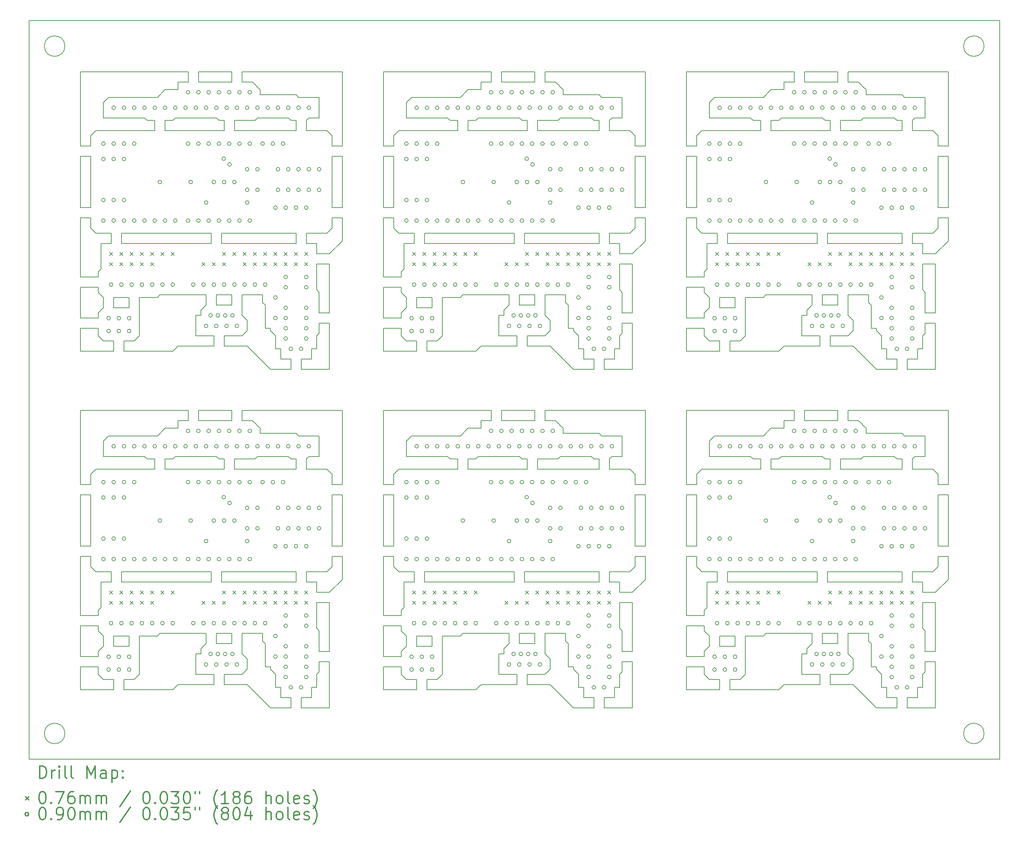
<source format=gbr>
%FSLAX45Y45*%
G04 Gerber Fmt 4.5, Leading zero omitted, Abs format (unit mm)*
G04 Created by KiCad (PCBNEW 4.0.7-e2-6376~58~ubuntu16.04.1) date Mon Dec 10 15:36:58 2018*
%MOMM*%
%LPD*%
G01*
G04 APERTURE LIST*
%ADD10C,0.127000*%
%ADD11C,0.150000*%
%ADD12C,0.200000*%
%ADD13C,0.300000*%
G04 APERTURE END LIST*
D10*
D11*
X24955500Y-18923000D02*
G75*
G03X24955500Y-18923000I-254000J0D01*
G01*
X24955500Y-1905000D02*
G75*
G03X24955500Y-1905000I-254000J0D01*
G01*
X2222500Y-18923000D02*
G75*
G03X2222500Y-18923000I-254000J0D01*
G01*
X2222500Y-1905000D02*
G75*
G03X2222500Y-1905000I-254000J0D01*
G01*
X1333500Y-19304000D02*
X1333500Y-1524000D01*
X1333500Y-19558000D02*
X1333500Y-19304000D01*
X1587500Y-19558000D02*
X1333500Y-19558000D01*
X25082500Y-19558000D02*
X1587500Y-19558000D01*
X25336500Y-19558000D02*
X25082500Y-19558000D01*
X25336500Y-19304000D02*
X25336500Y-19558000D01*
X25336500Y-1524000D02*
X25336500Y-19304000D01*
X25336500Y-1270000D02*
X25336500Y-1524000D01*
X25082500Y-1270000D02*
X25336500Y-1270000D01*
X1587500Y-1270000D02*
X25082500Y-1270000D01*
X1333500Y-1270000D02*
X1587500Y-1270000D01*
X1333500Y-1524000D02*
X1333500Y-1270000D01*
X7810500Y-10922000D02*
X9080500Y-10922000D01*
X3048000Y-17462500D02*
X3175000Y-17589500D01*
X3937000Y-17589500D02*
X4064000Y-17462500D01*
X4064000Y-17462500D02*
X4064000Y-16891000D01*
X4064000Y-16891000D02*
X4064000Y-16764000D01*
X6731000Y-17081500D02*
X6604000Y-16954500D01*
X6604000Y-16954500D02*
X6604000Y-16700500D01*
X5461000Y-16954500D02*
X5588000Y-16954500D01*
X5651500Y-17462500D02*
X5524500Y-17462500D01*
X5588000Y-16827500D02*
X5715000Y-16700500D01*
X5588000Y-16827500D02*
X5588000Y-16954500D01*
X2857500Y-14795500D02*
X2984500Y-14922500D01*
X2857500Y-14732000D02*
X2857500Y-14795500D01*
X2857500Y-14605000D02*
X2857500Y-14541500D01*
X3302000Y-11557000D02*
X4445000Y-11557000D01*
X7493000Y-11493500D02*
X7874000Y-11493500D01*
X7874000Y-11493500D02*
X7937500Y-11493500D01*
X7937500Y-11493500D02*
X8001000Y-11557000D01*
X8001000Y-11557000D02*
X8509000Y-11557000D01*
X8509000Y-11557000D02*
X8509000Y-12065000D01*
X6604000Y-17462500D02*
X6731000Y-17335500D01*
X6731000Y-17335500D02*
X6731000Y-17081500D01*
X3048000Y-16891000D02*
X3175000Y-16764000D01*
X2984500Y-12382500D02*
X3556000Y-12382500D01*
X5461000Y-16954500D02*
X5461000Y-17018000D01*
X5461000Y-17462500D02*
X5524500Y-17462500D01*
X6604000Y-17462500D02*
X6413500Y-17462500D01*
X3810000Y-12382500D02*
X3556000Y-12382500D01*
X6794500Y-12382500D02*
X6540500Y-12382500D01*
X3175000Y-11938000D02*
X3175000Y-12001500D01*
X3302000Y-11557000D02*
X3238500Y-11620500D01*
X3175000Y-11874500D02*
X3175000Y-11938000D01*
X2921000Y-12446000D02*
X2984500Y-12382500D01*
X2857500Y-12763500D02*
X2857500Y-12700000D01*
X5461000Y-17272000D02*
X5461000Y-17462500D01*
X5778500Y-17462500D02*
X5651500Y-17462500D01*
X2857500Y-13906500D02*
X2857500Y-13779500D01*
X3175000Y-16510000D02*
X3048000Y-16383000D01*
X4508500Y-16510000D02*
X4572000Y-16446500D01*
X3048000Y-16002000D02*
X3048000Y-15875000D01*
X3048000Y-15875000D02*
X3111500Y-15811500D01*
X3111500Y-15811500D02*
X3111500Y-15176500D01*
X8445500Y-16319500D02*
X8509000Y-16383000D01*
X8509000Y-17399000D02*
X8445500Y-17462500D01*
X8445500Y-17462500D02*
X8445500Y-17780000D01*
X8445500Y-17780000D02*
X8318500Y-17780000D01*
X8318500Y-17780000D02*
X8318500Y-18034000D01*
X7556500Y-18034000D02*
X7556500Y-17780000D01*
X7556500Y-17780000D02*
X7429500Y-17780000D01*
X7429500Y-17780000D02*
X7429500Y-17462500D01*
X7429500Y-17462500D02*
X7302500Y-17335500D01*
X7302500Y-17335500D02*
X7302500Y-17272000D01*
X7302500Y-17272000D02*
X7175500Y-17272000D01*
X7175500Y-17272000D02*
X7175500Y-16700500D01*
X7175500Y-16700500D02*
X7112000Y-16637000D01*
X7112000Y-16637000D02*
X7112000Y-16446500D01*
X3175000Y-11874500D02*
X3175000Y-11684000D01*
X3175000Y-11684000D02*
X3238500Y-11620500D01*
X2857500Y-12700000D02*
X2857500Y-12509500D01*
X2857500Y-12509500D02*
X2921000Y-12446000D01*
X5461000Y-17018000D02*
X5461000Y-17272000D01*
X3111500Y-15176500D02*
X3365500Y-15176500D01*
X3365500Y-15176500D02*
X3365500Y-14922500D01*
X3619500Y-14922500D02*
X3619500Y-15176500D01*
X3619500Y-15176500D02*
X5842000Y-15176500D01*
X5842000Y-15176500D02*
X5842000Y-14922500D01*
X6096000Y-14922500D02*
X6096000Y-15176500D01*
X6096000Y-15176500D02*
X7620000Y-15176500D01*
X8445500Y-15176500D02*
X8191500Y-15176500D01*
X8191500Y-15176500D02*
X8191500Y-14922500D01*
X7937500Y-14922500D02*
X7937500Y-15176500D01*
X7937500Y-15176500D02*
X7620000Y-15176500D01*
X3365500Y-14922500D02*
X2984500Y-14922500D01*
X3619500Y-14922500D02*
X5842000Y-14922500D01*
X6096000Y-14922500D02*
X7937500Y-14922500D01*
X8191500Y-14922500D02*
X8636000Y-14922500D01*
X5715000Y-16700500D02*
X5715000Y-16446500D01*
X5715000Y-16446500D02*
X4572000Y-16446500D01*
X5969000Y-16446500D02*
X5969000Y-16700500D01*
X5969000Y-16700500D02*
X6223000Y-16700500D01*
X6604000Y-16700500D02*
X6604000Y-16446500D01*
X6604000Y-16446500D02*
X7112000Y-16446500D01*
X6350000Y-16700500D02*
X6223000Y-16700500D01*
X6350000Y-16700500D02*
X6350000Y-16446500D01*
X6350000Y-16446500D02*
X5969000Y-16446500D01*
X6223000Y-17462500D02*
X6413500Y-17462500D01*
X3175000Y-16764000D02*
X3175000Y-16510000D01*
X3429000Y-16764000D02*
X3429000Y-16510000D01*
X4064000Y-16764000D02*
X4064000Y-16510000D01*
X4064000Y-16510000D02*
X4508500Y-16510000D01*
X3810000Y-16764000D02*
X3810000Y-16510000D01*
X3810000Y-16510000D02*
X3429000Y-16510000D01*
X3429000Y-16764000D02*
X3810000Y-16764000D01*
X2857500Y-14097000D02*
X2857500Y-13906500D01*
X2857500Y-14732000D02*
X2857500Y-14605000D01*
X6921500Y-11239500D02*
X6985000Y-11303000D01*
X6985000Y-11303000D02*
X7048500Y-11366500D01*
X7048500Y-11366500D02*
X7048500Y-11493500D01*
X7048500Y-11493500D02*
X7493000Y-11493500D01*
X6921500Y-11239500D02*
X6858000Y-11176000D01*
X5143500Y-11176000D02*
X5080000Y-11176000D01*
X5016500Y-11239500D02*
X5016500Y-11366500D01*
X5016500Y-11366500D02*
X4699000Y-11366500D01*
X4699000Y-11366500D02*
X4508500Y-11557000D01*
X4508500Y-11557000D02*
X4445000Y-11557000D01*
X5080000Y-11176000D02*
X5016500Y-11176000D01*
X5016500Y-11176000D02*
X5016500Y-11239500D01*
X3175000Y-12065000D02*
X3175000Y-12001500D01*
X3175000Y-12065000D02*
X4191000Y-12065000D01*
X4191000Y-12065000D02*
X4254500Y-12128500D01*
X4889500Y-12128500D02*
X4953000Y-12065000D01*
X4953000Y-12065000D02*
X5842000Y-12065000D01*
X8191500Y-12128500D02*
X8255000Y-12065000D01*
X8255000Y-12065000D02*
X8509000Y-12065000D01*
X7937500Y-12128500D02*
X7937500Y-12382500D01*
X7937500Y-12128500D02*
X7810500Y-12128500D01*
X7810500Y-12128500D02*
X7747000Y-12065000D01*
X7747000Y-12065000D02*
X6985000Y-12065000D01*
X6985000Y-12065000D02*
X6921500Y-12128500D01*
X6858000Y-12128500D02*
X6921500Y-12128500D01*
X6667500Y-12128500D02*
X6858000Y-12128500D01*
X6032500Y-12128500D02*
X5969000Y-12065000D01*
X5969000Y-12065000D02*
X5842000Y-12065000D01*
X6159500Y-12128500D02*
X6159500Y-12382500D01*
X6096000Y-12382500D02*
X5524500Y-12382500D01*
X6413500Y-12128500D02*
X6413500Y-12382500D01*
X4254500Y-12128500D02*
X4445000Y-12128500D01*
X4127500Y-12382500D02*
X3810000Y-12382500D01*
X4699000Y-12128500D02*
X4889500Y-12128500D01*
X4445000Y-12128500D02*
X4445000Y-12382500D01*
X8636000Y-14922500D02*
X8699500Y-14922500D01*
X8699500Y-14922500D02*
X8826500Y-14795500D01*
X8826500Y-12509500D02*
X8699500Y-12382500D01*
X8699500Y-12382500D02*
X8636000Y-12382500D01*
X4699000Y-12128500D02*
X4699000Y-12382500D01*
X4699000Y-12382500D02*
X5524500Y-12382500D01*
X4445000Y-12382500D02*
X4127500Y-12382500D01*
X6096000Y-12382500D02*
X6159500Y-12382500D01*
X6032500Y-12128500D02*
X6159500Y-12128500D01*
X6413500Y-12128500D02*
X6667500Y-12128500D01*
X6413500Y-12382500D02*
X7874000Y-12382500D01*
X8191500Y-12128500D02*
X8191500Y-12382500D01*
X7874000Y-12382500D02*
X7937500Y-12382500D01*
X8191500Y-12382500D02*
X8636000Y-12382500D01*
X9080500Y-12509500D02*
X9080500Y-10922000D01*
X9080500Y-12509500D02*
X9080500Y-12763500D01*
X9080500Y-12763500D02*
X8826500Y-12763500D01*
X8826500Y-13017500D02*
X9080500Y-13017500D01*
X9080500Y-13017500D02*
X9080500Y-13906500D01*
X9080500Y-14541500D02*
X8826500Y-14541500D01*
X9080500Y-14541500D02*
X9080500Y-15113000D01*
X8826500Y-14287500D02*
X9080500Y-14287500D01*
X9080500Y-14287500D02*
X9080500Y-13906500D01*
X5270500Y-11176000D02*
X5270500Y-10922000D01*
X5524500Y-11176000D02*
X5524500Y-10922000D01*
X6604000Y-11176000D02*
X6604000Y-10922000D01*
X6350000Y-10922000D02*
X6350000Y-11176000D01*
X2857500Y-12763500D02*
X2603500Y-12763500D01*
X2603500Y-13017500D02*
X2857500Y-13017500D01*
X2857500Y-14541500D02*
X2603500Y-14541500D01*
X2603500Y-14287500D02*
X2857500Y-14287500D01*
X2603500Y-12763500D02*
X2603500Y-10922000D01*
X2603500Y-13017500D02*
X2603500Y-14287500D01*
X3048000Y-16256000D02*
X2794000Y-16256000D01*
X2794000Y-16256000D02*
X2603500Y-16256000D01*
X2603500Y-16256000D02*
X2603500Y-16891000D01*
X3048000Y-17018000D02*
X2667000Y-17018000D01*
X2667000Y-17018000D02*
X2603500Y-17018000D01*
X2603500Y-17018000D02*
X2603500Y-16891000D01*
X3048000Y-17272000D02*
X2603500Y-17272000D01*
X2603500Y-17272000D02*
X2603500Y-17653000D01*
X3048000Y-17018000D02*
X3048000Y-16891000D01*
X3048000Y-17272000D02*
X3048000Y-17462500D01*
X3048000Y-16002000D02*
X2603500Y-16002000D01*
X2603500Y-16002000D02*
X2603500Y-14541500D01*
X3048000Y-16383000D02*
X3048000Y-16256000D01*
X2857500Y-14287500D02*
X2857500Y-14097000D01*
X2857500Y-13017500D02*
X2857500Y-13779500D01*
X5143500Y-11176000D02*
X5270500Y-11176000D01*
X5524500Y-11176000D02*
X6350000Y-11176000D01*
X6604000Y-11176000D02*
X6858000Y-11176000D01*
X5524500Y-10922000D02*
X6350000Y-10922000D01*
X2603500Y-10922000D02*
X5270500Y-10922000D01*
X6604000Y-10922000D02*
X8699500Y-10922000D01*
X9080500Y-10922000D02*
X8699500Y-10922000D01*
X8826500Y-12763500D02*
X8826500Y-12509500D01*
X8826500Y-14287500D02*
X8826500Y-13017500D01*
X8826500Y-14795500D02*
X8826500Y-14541500D01*
X7810500Y-18034000D02*
X7810500Y-18288000D01*
X8064500Y-18288000D02*
X8064500Y-18034000D01*
X7810500Y-18034000D02*
X7556500Y-18034000D01*
X8064500Y-18034000D02*
X8318500Y-18034000D01*
X5905500Y-17462500D02*
X5905500Y-17653000D01*
X6159500Y-17462500D02*
X6159500Y-17653000D01*
X6159500Y-17653000D02*
X6159500Y-17716500D01*
X5905500Y-17716500D02*
X5905500Y-17653000D01*
X3429000Y-17589500D02*
X3429000Y-17843500D01*
X3683000Y-17589500D02*
X3683000Y-17843500D01*
X3175000Y-17589500D02*
X3429000Y-17589500D01*
X3683000Y-17589500D02*
X3937000Y-17589500D01*
X7302500Y-18288000D02*
X6731000Y-17716500D01*
X6731000Y-17716500D02*
X6159500Y-17716500D01*
X7302500Y-18288000D02*
X7810500Y-18288000D01*
X3683000Y-17843500D02*
X4889500Y-17843500D01*
X5905500Y-17716500D02*
X5016500Y-17716500D01*
X5016500Y-17716500D02*
X4889500Y-17843500D01*
X3429000Y-17843500D02*
X2603500Y-17843500D01*
X2603500Y-17843500D02*
X2603500Y-17653000D01*
X6223000Y-17462500D02*
X6159500Y-17462500D01*
X5905500Y-17462500D02*
X5778500Y-17462500D01*
X8509000Y-17145000D02*
X8763000Y-17145000D01*
X8763000Y-16891000D02*
X8509000Y-16891000D01*
X8509000Y-16891000D02*
X8509000Y-16383000D01*
X8509000Y-17145000D02*
X8509000Y-17399000D01*
X8064500Y-18288000D02*
X8763000Y-18288000D01*
X8763000Y-18288000D02*
X8763000Y-17145000D01*
X8445500Y-15430500D02*
X8763000Y-15430500D01*
X8763000Y-15430500D02*
X9080500Y-15113000D01*
X8445500Y-15684500D02*
X8763000Y-15684500D01*
X8445500Y-15684500D02*
X8445500Y-16319500D01*
X8445500Y-15430500D02*
X8445500Y-15176500D01*
X8763000Y-15684500D02*
X8763000Y-16891000D01*
X10096500Y-10922000D02*
X10096500Y-11176000D01*
X16256000Y-15684500D02*
X16256000Y-16891000D01*
X15938500Y-15430500D02*
X15938500Y-15176500D01*
X15938500Y-15684500D02*
X15938500Y-16319500D01*
X15938500Y-15684500D02*
X16256000Y-15684500D01*
X16256000Y-15430500D02*
X16573500Y-15113000D01*
X15938500Y-15430500D02*
X16256000Y-15430500D01*
X16256000Y-18288000D02*
X16256000Y-17145000D01*
X15557500Y-18288000D02*
X16256000Y-18288000D01*
X16002000Y-17145000D02*
X16002000Y-17399000D01*
X16002000Y-16891000D02*
X16002000Y-16383000D01*
X16256000Y-16891000D02*
X16002000Y-16891000D01*
X16002000Y-17145000D02*
X16256000Y-17145000D01*
X13398500Y-17462500D02*
X13271500Y-17462500D01*
X13716000Y-17462500D02*
X13652500Y-17462500D01*
X10096500Y-17843500D02*
X10096500Y-17653000D01*
X10922000Y-17843500D02*
X10096500Y-17843500D01*
X12509500Y-17716500D02*
X12382500Y-17843500D01*
X13398500Y-17716500D02*
X12509500Y-17716500D01*
X11176000Y-17843500D02*
X12382500Y-17843500D01*
X14795500Y-18288000D02*
X15303500Y-18288000D01*
X14224000Y-17716500D02*
X13652500Y-17716500D01*
X14795500Y-18288000D02*
X14224000Y-17716500D01*
X11176000Y-17589500D02*
X11430000Y-17589500D01*
X10668000Y-17589500D02*
X10922000Y-17589500D01*
X11176000Y-17589500D02*
X11176000Y-17843500D01*
X10922000Y-17589500D02*
X10922000Y-17843500D01*
X13398500Y-17716500D02*
X13398500Y-17653000D01*
X13652500Y-17653000D02*
X13652500Y-17716500D01*
X13652500Y-17462500D02*
X13652500Y-17653000D01*
X13398500Y-17462500D02*
X13398500Y-17653000D01*
X15557500Y-18034000D02*
X15811500Y-18034000D01*
X15303500Y-18034000D02*
X15049500Y-18034000D01*
X15557500Y-18288000D02*
X15557500Y-18034000D01*
X15303500Y-18034000D02*
X15303500Y-18288000D01*
X16319500Y-14795500D02*
X16319500Y-14541500D01*
X16319500Y-14287500D02*
X16319500Y-13017500D01*
X16319500Y-12763500D02*
X16319500Y-12509500D01*
X16573500Y-10922000D02*
X16192500Y-10922000D01*
X14097000Y-10922000D02*
X16192500Y-10922000D01*
X10096500Y-10922000D02*
X12763500Y-10922000D01*
X13017500Y-10922000D02*
X13843000Y-10922000D01*
X14097000Y-11176000D02*
X14351000Y-11176000D01*
X13017500Y-11176000D02*
X13843000Y-11176000D01*
X12636500Y-11176000D02*
X12763500Y-11176000D01*
X10350500Y-13017500D02*
X10350500Y-13779500D01*
X10350500Y-14287500D02*
X10350500Y-14097000D01*
X10541000Y-16383000D02*
X10541000Y-16256000D01*
X10096500Y-16002000D02*
X10096500Y-14541500D01*
X10541000Y-16002000D02*
X10096500Y-16002000D01*
X10541000Y-17272000D02*
X10541000Y-17462500D01*
X10541000Y-17018000D02*
X10541000Y-16891000D01*
X10096500Y-17272000D02*
X10096500Y-17653000D01*
X10541000Y-17272000D02*
X10096500Y-17272000D01*
X10096500Y-17018000D02*
X10096500Y-16891000D01*
X10160000Y-17018000D02*
X10096500Y-17018000D01*
X10541000Y-17018000D02*
X10160000Y-17018000D01*
X10096500Y-16256000D02*
X10096500Y-16891000D01*
X10287000Y-16256000D02*
X10096500Y-16256000D01*
X10541000Y-16256000D02*
X10287000Y-16256000D01*
X10096500Y-13017500D02*
X10096500Y-14287500D01*
X10096500Y-12763500D02*
X10096500Y-10922000D01*
X10096500Y-14287500D02*
X10350500Y-14287500D01*
X10350500Y-14541500D02*
X10096500Y-14541500D01*
X10096500Y-13017500D02*
X10350500Y-13017500D01*
X10350500Y-12763500D02*
X10096500Y-12763500D01*
X13843000Y-10922000D02*
X13843000Y-11176000D01*
X14097000Y-11176000D02*
X14097000Y-10922000D01*
X13017500Y-11176000D02*
X13017500Y-10922000D01*
X12763500Y-11176000D02*
X12763500Y-10922000D01*
X16573500Y-14287500D02*
X16573500Y-13906500D01*
X16319500Y-14287500D02*
X16573500Y-14287500D01*
X16573500Y-14541500D02*
X16573500Y-15113000D01*
X16573500Y-14541500D02*
X16319500Y-14541500D01*
X16573500Y-13017500D02*
X16573500Y-13906500D01*
X16319500Y-13017500D02*
X16573500Y-13017500D01*
X16573500Y-12763500D02*
X16319500Y-12763500D01*
X16573500Y-12509500D02*
X16573500Y-12763500D01*
X16573500Y-12509500D02*
X16573500Y-10922000D01*
X15684500Y-12382500D02*
X16129000Y-12382500D01*
X15367000Y-12382500D02*
X15430500Y-12382500D01*
X15684500Y-12128500D02*
X15684500Y-12382500D01*
X13906500Y-12382500D02*
X15367000Y-12382500D01*
X13906500Y-12128500D02*
X14160500Y-12128500D01*
X13525500Y-12128500D02*
X13652500Y-12128500D01*
X13589000Y-12382500D02*
X13652500Y-12382500D01*
X11938000Y-12382500D02*
X11620500Y-12382500D01*
X12192000Y-12382500D02*
X13017500Y-12382500D01*
X12192000Y-12128500D02*
X12192000Y-12382500D01*
X16192500Y-12382500D02*
X16129000Y-12382500D01*
X16319500Y-12509500D02*
X16192500Y-12382500D01*
X16192500Y-14922500D02*
X16319500Y-14795500D01*
X16129000Y-14922500D02*
X16192500Y-14922500D01*
X11938000Y-12128500D02*
X11938000Y-12382500D01*
X12192000Y-12128500D02*
X12382500Y-12128500D01*
X11620500Y-12382500D02*
X11303000Y-12382500D01*
X11747500Y-12128500D02*
X11938000Y-12128500D01*
X13906500Y-12128500D02*
X13906500Y-12382500D01*
X13589000Y-12382500D02*
X13017500Y-12382500D01*
X13652500Y-12128500D02*
X13652500Y-12382500D01*
X13462000Y-12065000D02*
X13335000Y-12065000D01*
X13525500Y-12128500D02*
X13462000Y-12065000D01*
X14160500Y-12128500D02*
X14351000Y-12128500D01*
X14351000Y-12128500D02*
X14414500Y-12128500D01*
X14478000Y-12065000D02*
X14414500Y-12128500D01*
X15240000Y-12065000D02*
X14478000Y-12065000D01*
X15303500Y-12128500D02*
X15240000Y-12065000D01*
X15430500Y-12128500D02*
X15303500Y-12128500D01*
X15430500Y-12128500D02*
X15430500Y-12382500D01*
X15748000Y-12065000D02*
X16002000Y-12065000D01*
X15684500Y-12128500D02*
X15748000Y-12065000D01*
X12446000Y-12065000D02*
X13335000Y-12065000D01*
X12382500Y-12128500D02*
X12446000Y-12065000D01*
X11684000Y-12065000D02*
X11747500Y-12128500D01*
X10668000Y-12065000D02*
X11684000Y-12065000D01*
X10668000Y-12065000D02*
X10668000Y-12001500D01*
X12509500Y-11176000D02*
X12509500Y-11239500D01*
X12573000Y-11176000D02*
X12509500Y-11176000D01*
X12001500Y-11557000D02*
X11938000Y-11557000D01*
X12192000Y-11366500D02*
X12001500Y-11557000D01*
X12509500Y-11366500D02*
X12192000Y-11366500D01*
X12509500Y-11239500D02*
X12509500Y-11366500D01*
X12636500Y-11176000D02*
X12573000Y-11176000D01*
X14414500Y-11239500D02*
X14351000Y-11176000D01*
X14541500Y-11493500D02*
X14986000Y-11493500D01*
X14541500Y-11366500D02*
X14541500Y-11493500D01*
X14478000Y-11303000D02*
X14541500Y-11366500D01*
X14414500Y-11239500D02*
X14478000Y-11303000D01*
X10350500Y-14732000D02*
X10350500Y-14605000D01*
X10350500Y-14097000D02*
X10350500Y-13906500D01*
X10922000Y-16764000D02*
X11303000Y-16764000D01*
X11303000Y-16510000D02*
X10922000Y-16510000D01*
X11303000Y-16764000D02*
X11303000Y-16510000D01*
X11557000Y-16510000D02*
X12001500Y-16510000D01*
X11557000Y-16764000D02*
X11557000Y-16510000D01*
X10922000Y-16764000D02*
X10922000Y-16510000D01*
X10668000Y-16764000D02*
X10668000Y-16510000D01*
X13716000Y-17462500D02*
X13906500Y-17462500D01*
X13843000Y-16446500D02*
X13462000Y-16446500D01*
X13843000Y-16700500D02*
X13843000Y-16446500D01*
X13843000Y-16700500D02*
X13716000Y-16700500D01*
X14097000Y-16446500D02*
X14605000Y-16446500D01*
X14097000Y-16700500D02*
X14097000Y-16446500D01*
X13462000Y-16700500D02*
X13716000Y-16700500D01*
X13462000Y-16446500D02*
X13462000Y-16700500D01*
X13208000Y-16446500D02*
X12065000Y-16446500D01*
X13208000Y-16700500D02*
X13208000Y-16446500D01*
X15684500Y-14922500D02*
X16129000Y-14922500D01*
X13589000Y-14922500D02*
X15430500Y-14922500D01*
X11112500Y-14922500D02*
X13335000Y-14922500D01*
X10858500Y-14922500D02*
X10477500Y-14922500D01*
X15430500Y-15176500D02*
X15113000Y-15176500D01*
X15430500Y-14922500D02*
X15430500Y-15176500D01*
X15684500Y-15176500D02*
X15684500Y-14922500D01*
X15938500Y-15176500D02*
X15684500Y-15176500D01*
X13589000Y-15176500D02*
X15113000Y-15176500D01*
X13589000Y-14922500D02*
X13589000Y-15176500D01*
X13335000Y-15176500D02*
X13335000Y-14922500D01*
X11112500Y-15176500D02*
X13335000Y-15176500D01*
X11112500Y-14922500D02*
X11112500Y-15176500D01*
X10858500Y-15176500D02*
X10858500Y-14922500D01*
X10604500Y-15176500D02*
X10858500Y-15176500D01*
X12954000Y-17018000D02*
X12954000Y-17272000D01*
X10350500Y-12509500D02*
X10414000Y-12446000D01*
X10350500Y-12700000D02*
X10350500Y-12509500D01*
X10668000Y-11684000D02*
X10731500Y-11620500D01*
X10668000Y-11874500D02*
X10668000Y-11684000D01*
X14605000Y-16637000D02*
X14605000Y-16446500D01*
X14668500Y-16700500D02*
X14605000Y-16637000D01*
X14668500Y-17272000D02*
X14668500Y-16700500D01*
X14795500Y-17272000D02*
X14668500Y-17272000D01*
X14795500Y-17335500D02*
X14795500Y-17272000D01*
X14922500Y-17462500D02*
X14795500Y-17335500D01*
X14922500Y-17780000D02*
X14922500Y-17462500D01*
X15049500Y-17780000D02*
X14922500Y-17780000D01*
X15049500Y-18034000D02*
X15049500Y-17780000D01*
X15811500Y-17780000D02*
X15811500Y-18034000D01*
X15938500Y-17780000D02*
X15811500Y-17780000D01*
X15938500Y-17462500D02*
X15938500Y-17780000D01*
X16002000Y-17399000D02*
X15938500Y-17462500D01*
X15938500Y-16319500D02*
X16002000Y-16383000D01*
X10604500Y-15811500D02*
X10604500Y-15176500D01*
X10541000Y-15875000D02*
X10604500Y-15811500D01*
X10541000Y-16002000D02*
X10541000Y-15875000D01*
X12001500Y-16510000D02*
X12065000Y-16446500D01*
X10668000Y-16510000D02*
X10541000Y-16383000D01*
X10350500Y-13906500D02*
X10350500Y-13779500D01*
X13271500Y-17462500D02*
X13144500Y-17462500D01*
X12954000Y-17272000D02*
X12954000Y-17462500D01*
X10350500Y-12763500D02*
X10350500Y-12700000D01*
X10414000Y-12446000D02*
X10477500Y-12382500D01*
X10668000Y-11874500D02*
X10668000Y-11938000D01*
X10795000Y-11557000D02*
X10731500Y-11620500D01*
X10668000Y-11938000D02*
X10668000Y-12001500D01*
X14287500Y-12382500D02*
X14033500Y-12382500D01*
X11303000Y-12382500D02*
X11049000Y-12382500D01*
X14097000Y-17462500D02*
X13906500Y-17462500D01*
X12954000Y-17462500D02*
X13017500Y-17462500D01*
X12954000Y-16954500D02*
X12954000Y-17018000D01*
X10477500Y-12382500D02*
X11049000Y-12382500D01*
X10541000Y-16891000D02*
X10668000Y-16764000D01*
X14224000Y-17335500D02*
X14224000Y-17081500D01*
X14097000Y-17462500D02*
X14224000Y-17335500D01*
X16002000Y-11557000D02*
X16002000Y-12065000D01*
X15494000Y-11557000D02*
X16002000Y-11557000D01*
X15430500Y-11493500D02*
X15494000Y-11557000D01*
X15367000Y-11493500D02*
X15430500Y-11493500D01*
X14986000Y-11493500D02*
X15367000Y-11493500D01*
X10795000Y-11557000D02*
X11938000Y-11557000D01*
X10350500Y-14605000D02*
X10350500Y-14541500D01*
X10350500Y-14732000D02*
X10350500Y-14795500D01*
X10350500Y-14795500D02*
X10477500Y-14922500D01*
X13081000Y-16827500D02*
X13081000Y-16954500D01*
X13081000Y-16827500D02*
X13208000Y-16700500D01*
X13144500Y-17462500D02*
X13017500Y-17462500D01*
X12954000Y-16954500D02*
X13081000Y-16954500D01*
X14097000Y-16954500D02*
X14097000Y-16700500D01*
X14224000Y-17081500D02*
X14097000Y-16954500D01*
X11557000Y-16891000D02*
X11557000Y-16764000D01*
X11557000Y-17462500D02*
X11557000Y-16891000D01*
X11430000Y-17589500D02*
X11557000Y-17462500D01*
X10541000Y-17462500D02*
X10668000Y-17589500D01*
X23749000Y-15684500D02*
X23749000Y-16891000D01*
X23431500Y-15430500D02*
X23431500Y-15176500D01*
X23431500Y-15684500D02*
X23431500Y-16319500D01*
X23431500Y-15684500D02*
X23749000Y-15684500D01*
X23749000Y-15430500D02*
X24066500Y-15113000D01*
X23431500Y-15430500D02*
X23749000Y-15430500D01*
X23749000Y-18288000D02*
X23749000Y-17145000D01*
X23050500Y-18288000D02*
X23749000Y-18288000D01*
X23495000Y-17145000D02*
X23495000Y-17399000D01*
X23495000Y-16891000D02*
X23495000Y-16383000D01*
X23749000Y-16891000D02*
X23495000Y-16891000D01*
X23495000Y-17145000D02*
X23749000Y-17145000D01*
X20891500Y-17462500D02*
X20764500Y-17462500D01*
X21209000Y-17462500D02*
X21145500Y-17462500D01*
X17589500Y-17843500D02*
X17589500Y-17653000D01*
X18415000Y-17843500D02*
X17589500Y-17843500D01*
X20002500Y-17716500D02*
X19875500Y-17843500D01*
X20891500Y-17716500D02*
X20002500Y-17716500D01*
X18669000Y-17843500D02*
X19875500Y-17843500D01*
X22288500Y-18288000D02*
X22796500Y-18288000D01*
X21717000Y-17716500D02*
X21145500Y-17716500D01*
X22288500Y-18288000D02*
X21717000Y-17716500D01*
X18669000Y-17589500D02*
X18923000Y-17589500D01*
X18161000Y-17589500D02*
X18415000Y-17589500D01*
X18669000Y-17589500D02*
X18669000Y-17843500D01*
X18415000Y-17589500D02*
X18415000Y-17843500D01*
X20891500Y-17716500D02*
X20891500Y-17653000D01*
X21145500Y-17653000D02*
X21145500Y-17716500D01*
X21145500Y-17462500D02*
X21145500Y-17653000D01*
X20891500Y-17462500D02*
X20891500Y-17653000D01*
X23050500Y-18034000D02*
X23304500Y-18034000D01*
X22796500Y-18034000D02*
X22542500Y-18034000D01*
X23050500Y-18288000D02*
X23050500Y-18034000D01*
X22796500Y-18034000D02*
X22796500Y-18288000D01*
X23812500Y-14795500D02*
X23812500Y-14541500D01*
X23812500Y-14287500D02*
X23812500Y-13017500D01*
X23812500Y-12763500D02*
X23812500Y-12509500D01*
X24066500Y-10922000D02*
X23685500Y-10922000D01*
X21590000Y-10922000D02*
X23685500Y-10922000D01*
X17589500Y-10922000D02*
X20256500Y-10922000D01*
X20510500Y-10922000D02*
X21336000Y-10922000D01*
X21590000Y-11176000D02*
X21844000Y-11176000D01*
X20510500Y-11176000D02*
X21336000Y-11176000D01*
X20129500Y-11176000D02*
X20256500Y-11176000D01*
X17843500Y-13017500D02*
X17843500Y-13779500D01*
X17843500Y-14287500D02*
X17843500Y-14097000D01*
X18034000Y-16383000D02*
X18034000Y-16256000D01*
X17589500Y-16002000D02*
X17589500Y-14541500D01*
X18034000Y-16002000D02*
X17589500Y-16002000D01*
X18034000Y-17272000D02*
X18034000Y-17462500D01*
X18034000Y-17018000D02*
X18034000Y-16891000D01*
X17589500Y-17272000D02*
X17589500Y-17653000D01*
X18034000Y-17272000D02*
X17589500Y-17272000D01*
X17589500Y-17018000D02*
X17589500Y-16891000D01*
X17653000Y-17018000D02*
X17589500Y-17018000D01*
X18034000Y-17018000D02*
X17653000Y-17018000D01*
X17589500Y-16256000D02*
X17589500Y-16891000D01*
X17780000Y-16256000D02*
X17589500Y-16256000D01*
X18034000Y-16256000D02*
X17780000Y-16256000D01*
X17589500Y-13017500D02*
X17589500Y-14287500D01*
X17589500Y-12763500D02*
X17589500Y-10922000D01*
X17589500Y-14287500D02*
X17843500Y-14287500D01*
X17843500Y-14541500D02*
X17589500Y-14541500D01*
X17589500Y-13017500D02*
X17843500Y-13017500D01*
X17843500Y-12763500D02*
X17589500Y-12763500D01*
X21336000Y-10922000D02*
X21336000Y-11176000D01*
X21590000Y-11176000D02*
X21590000Y-10922000D01*
X20510500Y-11176000D02*
X20510500Y-10922000D01*
X20256500Y-11176000D02*
X20256500Y-10922000D01*
X24066500Y-14287500D02*
X24066500Y-13906500D01*
X23812500Y-14287500D02*
X24066500Y-14287500D01*
X24066500Y-14541500D02*
X24066500Y-15113000D01*
X24066500Y-14541500D02*
X23812500Y-14541500D01*
X24066500Y-13017500D02*
X24066500Y-13906500D01*
X23812500Y-13017500D02*
X24066500Y-13017500D01*
X24066500Y-12763500D02*
X23812500Y-12763500D01*
X24066500Y-12509500D02*
X24066500Y-12763500D01*
X24066500Y-12509500D02*
X24066500Y-10922000D01*
X23177500Y-12382500D02*
X23622000Y-12382500D01*
X22860000Y-12382500D02*
X22923500Y-12382500D01*
X23177500Y-12128500D02*
X23177500Y-12382500D01*
X21399500Y-12382500D02*
X22860000Y-12382500D01*
X21399500Y-12128500D02*
X21653500Y-12128500D01*
X21018500Y-12128500D02*
X21145500Y-12128500D01*
X21082000Y-12382500D02*
X21145500Y-12382500D01*
X19431000Y-12382500D02*
X19113500Y-12382500D01*
X19685000Y-12382500D02*
X20510500Y-12382500D01*
X19685000Y-12128500D02*
X19685000Y-12382500D01*
X23685500Y-12382500D02*
X23622000Y-12382500D01*
X23812500Y-12509500D02*
X23685500Y-12382500D01*
X23685500Y-14922500D02*
X23812500Y-14795500D01*
X23622000Y-14922500D02*
X23685500Y-14922500D01*
X19431000Y-12128500D02*
X19431000Y-12382500D01*
X19685000Y-12128500D02*
X19875500Y-12128500D01*
X19113500Y-12382500D02*
X18796000Y-12382500D01*
X19240500Y-12128500D02*
X19431000Y-12128500D01*
X21399500Y-12128500D02*
X21399500Y-12382500D01*
X21082000Y-12382500D02*
X20510500Y-12382500D01*
X21145500Y-12128500D02*
X21145500Y-12382500D01*
X20955000Y-12065000D02*
X20828000Y-12065000D01*
X21018500Y-12128500D02*
X20955000Y-12065000D01*
X21653500Y-12128500D02*
X21844000Y-12128500D01*
X21844000Y-12128500D02*
X21907500Y-12128500D01*
X21971000Y-12065000D02*
X21907500Y-12128500D01*
X22733000Y-12065000D02*
X21971000Y-12065000D01*
X22796500Y-12128500D02*
X22733000Y-12065000D01*
X22923500Y-12128500D02*
X22796500Y-12128500D01*
X22923500Y-12128500D02*
X22923500Y-12382500D01*
X23241000Y-12065000D02*
X23495000Y-12065000D01*
X23177500Y-12128500D02*
X23241000Y-12065000D01*
X19939000Y-12065000D02*
X20828000Y-12065000D01*
X19875500Y-12128500D02*
X19939000Y-12065000D01*
X19177000Y-12065000D02*
X19240500Y-12128500D01*
X18161000Y-12065000D02*
X19177000Y-12065000D01*
X18161000Y-12065000D02*
X18161000Y-12001500D01*
X20002500Y-11176000D02*
X20002500Y-11239500D01*
X20066000Y-11176000D02*
X20002500Y-11176000D01*
X19494500Y-11557000D02*
X19431000Y-11557000D01*
X19685000Y-11366500D02*
X19494500Y-11557000D01*
X20002500Y-11366500D02*
X19685000Y-11366500D01*
X20002500Y-11239500D02*
X20002500Y-11366500D01*
X20129500Y-11176000D02*
X20066000Y-11176000D01*
X21907500Y-11239500D02*
X21844000Y-11176000D01*
X22034500Y-11493500D02*
X22479000Y-11493500D01*
X22034500Y-11366500D02*
X22034500Y-11493500D01*
X21971000Y-11303000D02*
X22034500Y-11366500D01*
X21907500Y-11239500D02*
X21971000Y-11303000D01*
X17843500Y-14732000D02*
X17843500Y-14605000D01*
X17843500Y-14097000D02*
X17843500Y-13906500D01*
X18415000Y-16764000D02*
X18796000Y-16764000D01*
X18796000Y-16510000D02*
X18415000Y-16510000D01*
X18796000Y-16764000D02*
X18796000Y-16510000D01*
X19050000Y-16510000D02*
X19494500Y-16510000D01*
X19050000Y-16764000D02*
X19050000Y-16510000D01*
X18415000Y-16764000D02*
X18415000Y-16510000D01*
X18161000Y-16764000D02*
X18161000Y-16510000D01*
X21209000Y-17462500D02*
X21399500Y-17462500D01*
X21336000Y-16446500D02*
X20955000Y-16446500D01*
X21336000Y-16700500D02*
X21336000Y-16446500D01*
X21336000Y-16700500D02*
X21209000Y-16700500D01*
X21590000Y-16446500D02*
X22098000Y-16446500D01*
X21590000Y-16700500D02*
X21590000Y-16446500D01*
X20955000Y-16700500D02*
X21209000Y-16700500D01*
X20955000Y-16446500D02*
X20955000Y-16700500D01*
X20701000Y-16446500D02*
X19558000Y-16446500D01*
X20701000Y-16700500D02*
X20701000Y-16446500D01*
X23177500Y-14922500D02*
X23622000Y-14922500D01*
X21082000Y-14922500D02*
X22923500Y-14922500D01*
X18605500Y-14922500D02*
X20828000Y-14922500D01*
X18351500Y-14922500D02*
X17970500Y-14922500D01*
X22923500Y-15176500D02*
X22606000Y-15176500D01*
X22923500Y-14922500D02*
X22923500Y-15176500D01*
X23177500Y-15176500D02*
X23177500Y-14922500D01*
X23431500Y-15176500D02*
X23177500Y-15176500D01*
X21082000Y-15176500D02*
X22606000Y-15176500D01*
X21082000Y-14922500D02*
X21082000Y-15176500D01*
X20828000Y-15176500D02*
X20828000Y-14922500D01*
X18605500Y-15176500D02*
X20828000Y-15176500D01*
X18605500Y-14922500D02*
X18605500Y-15176500D01*
X18351500Y-15176500D02*
X18351500Y-14922500D01*
X18097500Y-15176500D02*
X18351500Y-15176500D01*
X20447000Y-17018000D02*
X20447000Y-17272000D01*
X17843500Y-12509500D02*
X17907000Y-12446000D01*
X17843500Y-12700000D02*
X17843500Y-12509500D01*
X18161000Y-11684000D02*
X18224500Y-11620500D01*
X18161000Y-11874500D02*
X18161000Y-11684000D01*
X22098000Y-16637000D02*
X22098000Y-16446500D01*
X22161500Y-16700500D02*
X22098000Y-16637000D01*
X22161500Y-17272000D02*
X22161500Y-16700500D01*
X22288500Y-17272000D02*
X22161500Y-17272000D01*
X22288500Y-17335500D02*
X22288500Y-17272000D01*
X22415500Y-17462500D02*
X22288500Y-17335500D01*
X22415500Y-17780000D02*
X22415500Y-17462500D01*
X22542500Y-17780000D02*
X22415500Y-17780000D01*
X22542500Y-18034000D02*
X22542500Y-17780000D01*
X23304500Y-17780000D02*
X23304500Y-18034000D01*
X23431500Y-17780000D02*
X23304500Y-17780000D01*
X23431500Y-17462500D02*
X23431500Y-17780000D01*
X23495000Y-17399000D02*
X23431500Y-17462500D01*
X23431500Y-16319500D02*
X23495000Y-16383000D01*
X18097500Y-15811500D02*
X18097500Y-15176500D01*
X18034000Y-15875000D02*
X18097500Y-15811500D01*
X18034000Y-16002000D02*
X18034000Y-15875000D01*
X19494500Y-16510000D02*
X19558000Y-16446500D01*
X18161000Y-16510000D02*
X18034000Y-16383000D01*
X17843500Y-13906500D02*
X17843500Y-13779500D01*
X20764500Y-17462500D02*
X20637500Y-17462500D01*
X20447000Y-17272000D02*
X20447000Y-17462500D01*
X17843500Y-12763500D02*
X17843500Y-12700000D01*
X17907000Y-12446000D02*
X17970500Y-12382500D01*
X18161000Y-11874500D02*
X18161000Y-11938000D01*
X18288000Y-11557000D02*
X18224500Y-11620500D01*
X18161000Y-11938000D02*
X18161000Y-12001500D01*
X21780500Y-12382500D02*
X21526500Y-12382500D01*
X18796000Y-12382500D02*
X18542000Y-12382500D01*
X21590000Y-17462500D02*
X21399500Y-17462500D01*
X20447000Y-17462500D02*
X20510500Y-17462500D01*
X20447000Y-16954500D02*
X20447000Y-17018000D01*
X17970500Y-12382500D02*
X18542000Y-12382500D01*
X18034000Y-16891000D02*
X18161000Y-16764000D01*
X21717000Y-17335500D02*
X21717000Y-17081500D01*
X21590000Y-17462500D02*
X21717000Y-17335500D01*
X23495000Y-11557000D02*
X23495000Y-12065000D01*
X22987000Y-11557000D02*
X23495000Y-11557000D01*
X22923500Y-11493500D02*
X22987000Y-11557000D01*
X22860000Y-11493500D02*
X22923500Y-11493500D01*
X22479000Y-11493500D02*
X22860000Y-11493500D01*
X18288000Y-11557000D02*
X19431000Y-11557000D01*
X17843500Y-14605000D02*
X17843500Y-14541500D01*
X17843500Y-14732000D02*
X17843500Y-14795500D01*
X17843500Y-14795500D02*
X17970500Y-14922500D01*
X20574000Y-16827500D02*
X20574000Y-16954500D01*
X20574000Y-16827500D02*
X20701000Y-16700500D01*
X20637500Y-17462500D02*
X20510500Y-17462500D01*
X20447000Y-16954500D02*
X20574000Y-16954500D01*
X21590000Y-16954500D02*
X21590000Y-16700500D01*
X21717000Y-17081500D02*
X21590000Y-16954500D01*
X19050000Y-16891000D02*
X19050000Y-16764000D01*
X19050000Y-17462500D02*
X19050000Y-16891000D01*
X18923000Y-17589500D02*
X19050000Y-17462500D01*
X18034000Y-17462500D02*
X18161000Y-17589500D01*
X18034000Y-9080500D02*
X18161000Y-9207500D01*
X18923000Y-9207500D02*
X19050000Y-9080500D01*
X19050000Y-9080500D02*
X19050000Y-8509000D01*
X19050000Y-8509000D02*
X19050000Y-8382000D01*
X21717000Y-8699500D02*
X21590000Y-8572500D01*
X21590000Y-8572500D02*
X21590000Y-8318500D01*
X20447000Y-8572500D02*
X20574000Y-8572500D01*
X20637500Y-9080500D02*
X20510500Y-9080500D01*
X20574000Y-8445500D02*
X20701000Y-8318500D01*
X20574000Y-8445500D02*
X20574000Y-8572500D01*
X17843500Y-6413500D02*
X17970500Y-6540500D01*
X17843500Y-6350000D02*
X17843500Y-6413500D01*
X17843500Y-6223000D02*
X17843500Y-6159500D01*
X18288000Y-3175000D02*
X19431000Y-3175000D01*
X22479000Y-3111500D02*
X22860000Y-3111500D01*
X22860000Y-3111500D02*
X22923500Y-3111500D01*
X22923500Y-3111500D02*
X22987000Y-3175000D01*
X22987000Y-3175000D02*
X23495000Y-3175000D01*
X23495000Y-3175000D02*
X23495000Y-3683000D01*
X21590000Y-9080500D02*
X21717000Y-8953500D01*
X21717000Y-8953500D02*
X21717000Y-8699500D01*
X18034000Y-8509000D02*
X18161000Y-8382000D01*
X17970500Y-4000500D02*
X18542000Y-4000500D01*
X20447000Y-8572500D02*
X20447000Y-8636000D01*
X20447000Y-9080500D02*
X20510500Y-9080500D01*
X21590000Y-9080500D02*
X21399500Y-9080500D01*
X18796000Y-4000500D02*
X18542000Y-4000500D01*
X21780500Y-4000500D02*
X21526500Y-4000500D01*
X18161000Y-3556000D02*
X18161000Y-3619500D01*
X18288000Y-3175000D02*
X18224500Y-3238500D01*
X18161000Y-3492500D02*
X18161000Y-3556000D01*
X17907000Y-4064000D02*
X17970500Y-4000500D01*
X17843500Y-4381500D02*
X17843500Y-4318000D01*
X20447000Y-8890000D02*
X20447000Y-9080500D01*
X20764500Y-9080500D02*
X20637500Y-9080500D01*
X17843500Y-5524500D02*
X17843500Y-5397500D01*
X18161000Y-8128000D02*
X18034000Y-8001000D01*
X19494500Y-8128000D02*
X19558000Y-8064500D01*
X18034000Y-7620000D02*
X18034000Y-7493000D01*
X18034000Y-7493000D02*
X18097500Y-7429500D01*
X18097500Y-7429500D02*
X18097500Y-6794500D01*
X23431500Y-7937500D02*
X23495000Y-8001000D01*
X23495000Y-9017000D02*
X23431500Y-9080500D01*
X23431500Y-9080500D02*
X23431500Y-9398000D01*
X23431500Y-9398000D02*
X23304500Y-9398000D01*
X23304500Y-9398000D02*
X23304500Y-9652000D01*
X22542500Y-9652000D02*
X22542500Y-9398000D01*
X22542500Y-9398000D02*
X22415500Y-9398000D01*
X22415500Y-9398000D02*
X22415500Y-9080500D01*
X22415500Y-9080500D02*
X22288500Y-8953500D01*
X22288500Y-8953500D02*
X22288500Y-8890000D01*
X22288500Y-8890000D02*
X22161500Y-8890000D01*
X22161500Y-8890000D02*
X22161500Y-8318500D01*
X22161500Y-8318500D02*
X22098000Y-8255000D01*
X22098000Y-8255000D02*
X22098000Y-8064500D01*
X18161000Y-3492500D02*
X18161000Y-3302000D01*
X18161000Y-3302000D02*
X18224500Y-3238500D01*
X17843500Y-4318000D02*
X17843500Y-4127500D01*
X17843500Y-4127500D02*
X17907000Y-4064000D01*
X20447000Y-8636000D02*
X20447000Y-8890000D01*
X18097500Y-6794500D02*
X18351500Y-6794500D01*
X18351500Y-6794500D02*
X18351500Y-6540500D01*
X18605500Y-6540500D02*
X18605500Y-6794500D01*
X18605500Y-6794500D02*
X20828000Y-6794500D01*
X20828000Y-6794500D02*
X20828000Y-6540500D01*
X21082000Y-6540500D02*
X21082000Y-6794500D01*
X21082000Y-6794500D02*
X22606000Y-6794500D01*
X23431500Y-6794500D02*
X23177500Y-6794500D01*
X23177500Y-6794500D02*
X23177500Y-6540500D01*
X22923500Y-6540500D02*
X22923500Y-6794500D01*
X22923500Y-6794500D02*
X22606000Y-6794500D01*
X18351500Y-6540500D02*
X17970500Y-6540500D01*
X18605500Y-6540500D02*
X20828000Y-6540500D01*
X21082000Y-6540500D02*
X22923500Y-6540500D01*
X23177500Y-6540500D02*
X23622000Y-6540500D01*
X20701000Y-8318500D02*
X20701000Y-8064500D01*
X20701000Y-8064500D02*
X19558000Y-8064500D01*
X20955000Y-8064500D02*
X20955000Y-8318500D01*
X20955000Y-8318500D02*
X21209000Y-8318500D01*
X21590000Y-8318500D02*
X21590000Y-8064500D01*
X21590000Y-8064500D02*
X22098000Y-8064500D01*
X21336000Y-8318500D02*
X21209000Y-8318500D01*
X21336000Y-8318500D02*
X21336000Y-8064500D01*
X21336000Y-8064500D02*
X20955000Y-8064500D01*
X21209000Y-9080500D02*
X21399500Y-9080500D01*
X18161000Y-8382000D02*
X18161000Y-8128000D01*
X18415000Y-8382000D02*
X18415000Y-8128000D01*
X19050000Y-8382000D02*
X19050000Y-8128000D01*
X19050000Y-8128000D02*
X19494500Y-8128000D01*
X18796000Y-8382000D02*
X18796000Y-8128000D01*
X18796000Y-8128000D02*
X18415000Y-8128000D01*
X18415000Y-8382000D02*
X18796000Y-8382000D01*
X17843500Y-5715000D02*
X17843500Y-5524500D01*
X17843500Y-6350000D02*
X17843500Y-6223000D01*
X21907500Y-2857500D02*
X21971000Y-2921000D01*
X21971000Y-2921000D02*
X22034500Y-2984500D01*
X22034500Y-2984500D02*
X22034500Y-3111500D01*
X22034500Y-3111500D02*
X22479000Y-3111500D01*
X21907500Y-2857500D02*
X21844000Y-2794000D01*
X20129500Y-2794000D02*
X20066000Y-2794000D01*
X20002500Y-2857500D02*
X20002500Y-2984500D01*
X20002500Y-2984500D02*
X19685000Y-2984500D01*
X19685000Y-2984500D02*
X19494500Y-3175000D01*
X19494500Y-3175000D02*
X19431000Y-3175000D01*
X20066000Y-2794000D02*
X20002500Y-2794000D01*
X20002500Y-2794000D02*
X20002500Y-2857500D01*
X18161000Y-3683000D02*
X18161000Y-3619500D01*
X18161000Y-3683000D02*
X19177000Y-3683000D01*
X19177000Y-3683000D02*
X19240500Y-3746500D01*
X19875500Y-3746500D02*
X19939000Y-3683000D01*
X19939000Y-3683000D02*
X20828000Y-3683000D01*
X23177500Y-3746500D02*
X23241000Y-3683000D01*
X23241000Y-3683000D02*
X23495000Y-3683000D01*
X22923500Y-3746500D02*
X22923500Y-4000500D01*
X22923500Y-3746500D02*
X22796500Y-3746500D01*
X22796500Y-3746500D02*
X22733000Y-3683000D01*
X22733000Y-3683000D02*
X21971000Y-3683000D01*
X21971000Y-3683000D02*
X21907500Y-3746500D01*
X21844000Y-3746500D02*
X21907500Y-3746500D01*
X21653500Y-3746500D02*
X21844000Y-3746500D01*
X21018500Y-3746500D02*
X20955000Y-3683000D01*
X20955000Y-3683000D02*
X20828000Y-3683000D01*
X21145500Y-3746500D02*
X21145500Y-4000500D01*
X21082000Y-4000500D02*
X20510500Y-4000500D01*
X21399500Y-3746500D02*
X21399500Y-4000500D01*
X19240500Y-3746500D02*
X19431000Y-3746500D01*
X19113500Y-4000500D02*
X18796000Y-4000500D01*
X19685000Y-3746500D02*
X19875500Y-3746500D01*
X19431000Y-3746500D02*
X19431000Y-4000500D01*
X23622000Y-6540500D02*
X23685500Y-6540500D01*
X23685500Y-6540500D02*
X23812500Y-6413500D01*
X23812500Y-4127500D02*
X23685500Y-4000500D01*
X23685500Y-4000500D02*
X23622000Y-4000500D01*
X19685000Y-3746500D02*
X19685000Y-4000500D01*
X19685000Y-4000500D02*
X20510500Y-4000500D01*
X19431000Y-4000500D02*
X19113500Y-4000500D01*
X21082000Y-4000500D02*
X21145500Y-4000500D01*
X21018500Y-3746500D02*
X21145500Y-3746500D01*
X21399500Y-3746500D02*
X21653500Y-3746500D01*
X21399500Y-4000500D02*
X22860000Y-4000500D01*
X23177500Y-3746500D02*
X23177500Y-4000500D01*
X22860000Y-4000500D02*
X22923500Y-4000500D01*
X23177500Y-4000500D02*
X23622000Y-4000500D01*
X24066500Y-4127500D02*
X24066500Y-2540000D01*
X24066500Y-4127500D02*
X24066500Y-4381500D01*
X24066500Y-4381500D02*
X23812500Y-4381500D01*
X23812500Y-4635500D02*
X24066500Y-4635500D01*
X24066500Y-4635500D02*
X24066500Y-5524500D01*
X24066500Y-6159500D02*
X23812500Y-6159500D01*
X24066500Y-6159500D02*
X24066500Y-6731000D01*
X23812500Y-5905500D02*
X24066500Y-5905500D01*
X24066500Y-5905500D02*
X24066500Y-5524500D01*
X20256500Y-2794000D02*
X20256500Y-2540000D01*
X20510500Y-2794000D02*
X20510500Y-2540000D01*
X21590000Y-2794000D02*
X21590000Y-2540000D01*
X21336000Y-2540000D02*
X21336000Y-2794000D01*
X17843500Y-4381500D02*
X17589500Y-4381500D01*
X17589500Y-4635500D02*
X17843500Y-4635500D01*
X17843500Y-6159500D02*
X17589500Y-6159500D01*
X17589500Y-5905500D02*
X17843500Y-5905500D01*
X17589500Y-4381500D02*
X17589500Y-2540000D01*
X17589500Y-4635500D02*
X17589500Y-5905500D01*
X18034000Y-7874000D02*
X17780000Y-7874000D01*
X17780000Y-7874000D02*
X17589500Y-7874000D01*
X17589500Y-7874000D02*
X17589500Y-8509000D01*
X18034000Y-8636000D02*
X17653000Y-8636000D01*
X17653000Y-8636000D02*
X17589500Y-8636000D01*
X17589500Y-8636000D02*
X17589500Y-8509000D01*
X18034000Y-8890000D02*
X17589500Y-8890000D01*
X17589500Y-8890000D02*
X17589500Y-9271000D01*
X18034000Y-8636000D02*
X18034000Y-8509000D01*
X18034000Y-8890000D02*
X18034000Y-9080500D01*
X18034000Y-7620000D02*
X17589500Y-7620000D01*
X17589500Y-7620000D02*
X17589500Y-6159500D01*
X18034000Y-8001000D02*
X18034000Y-7874000D01*
X17843500Y-5905500D02*
X17843500Y-5715000D01*
X17843500Y-4635500D02*
X17843500Y-5397500D01*
X20129500Y-2794000D02*
X20256500Y-2794000D01*
X20510500Y-2794000D02*
X21336000Y-2794000D01*
X21590000Y-2794000D02*
X21844000Y-2794000D01*
X20510500Y-2540000D02*
X21336000Y-2540000D01*
X17589500Y-2540000D02*
X20256500Y-2540000D01*
X21590000Y-2540000D02*
X23685500Y-2540000D01*
X24066500Y-2540000D02*
X23685500Y-2540000D01*
X23812500Y-4381500D02*
X23812500Y-4127500D01*
X23812500Y-5905500D02*
X23812500Y-4635500D01*
X23812500Y-6413500D02*
X23812500Y-6159500D01*
X22796500Y-9652000D02*
X22796500Y-9906000D01*
X23050500Y-9906000D02*
X23050500Y-9652000D01*
X22796500Y-9652000D02*
X22542500Y-9652000D01*
X23050500Y-9652000D02*
X23304500Y-9652000D01*
X20891500Y-9080500D02*
X20891500Y-9271000D01*
X21145500Y-9080500D02*
X21145500Y-9271000D01*
X21145500Y-9271000D02*
X21145500Y-9334500D01*
X20891500Y-9334500D02*
X20891500Y-9271000D01*
X18415000Y-9207500D02*
X18415000Y-9461500D01*
X18669000Y-9207500D02*
X18669000Y-9461500D01*
X18161000Y-9207500D02*
X18415000Y-9207500D01*
X18669000Y-9207500D02*
X18923000Y-9207500D01*
X22288500Y-9906000D02*
X21717000Y-9334500D01*
X21717000Y-9334500D02*
X21145500Y-9334500D01*
X22288500Y-9906000D02*
X22796500Y-9906000D01*
X18669000Y-9461500D02*
X19875500Y-9461500D01*
X20891500Y-9334500D02*
X20002500Y-9334500D01*
X20002500Y-9334500D02*
X19875500Y-9461500D01*
X18415000Y-9461500D02*
X17589500Y-9461500D01*
X17589500Y-9461500D02*
X17589500Y-9271000D01*
X21209000Y-9080500D02*
X21145500Y-9080500D01*
X20891500Y-9080500D02*
X20764500Y-9080500D01*
X23495000Y-8763000D02*
X23749000Y-8763000D01*
X23749000Y-8509000D02*
X23495000Y-8509000D01*
X23495000Y-8509000D02*
X23495000Y-8001000D01*
X23495000Y-8763000D02*
X23495000Y-9017000D01*
X23050500Y-9906000D02*
X23749000Y-9906000D01*
X23749000Y-9906000D02*
X23749000Y-8763000D01*
X23431500Y-7048500D02*
X23749000Y-7048500D01*
X23749000Y-7048500D02*
X24066500Y-6731000D01*
X23431500Y-7302500D02*
X23749000Y-7302500D01*
X23431500Y-7302500D02*
X23431500Y-7937500D01*
X23431500Y-7048500D02*
X23431500Y-6794500D01*
X23749000Y-7302500D02*
X23749000Y-8509000D01*
X10541000Y-9080500D02*
X10668000Y-9207500D01*
X11430000Y-9207500D02*
X11557000Y-9080500D01*
X11557000Y-9080500D02*
X11557000Y-8509000D01*
X11557000Y-8509000D02*
X11557000Y-8382000D01*
X14224000Y-8699500D02*
X14097000Y-8572500D01*
X14097000Y-8572500D02*
X14097000Y-8318500D01*
X12954000Y-8572500D02*
X13081000Y-8572500D01*
X13144500Y-9080500D02*
X13017500Y-9080500D01*
X13081000Y-8445500D02*
X13208000Y-8318500D01*
X13081000Y-8445500D02*
X13081000Y-8572500D01*
X10350500Y-6413500D02*
X10477500Y-6540500D01*
X10350500Y-6350000D02*
X10350500Y-6413500D01*
X10350500Y-6223000D02*
X10350500Y-6159500D01*
X10795000Y-3175000D02*
X11938000Y-3175000D01*
X14986000Y-3111500D02*
X15367000Y-3111500D01*
X15367000Y-3111500D02*
X15430500Y-3111500D01*
X15430500Y-3111500D02*
X15494000Y-3175000D01*
X15494000Y-3175000D02*
X16002000Y-3175000D01*
X16002000Y-3175000D02*
X16002000Y-3683000D01*
X14097000Y-9080500D02*
X14224000Y-8953500D01*
X14224000Y-8953500D02*
X14224000Y-8699500D01*
X10541000Y-8509000D02*
X10668000Y-8382000D01*
X10477500Y-4000500D02*
X11049000Y-4000500D01*
X12954000Y-8572500D02*
X12954000Y-8636000D01*
X12954000Y-9080500D02*
X13017500Y-9080500D01*
X14097000Y-9080500D02*
X13906500Y-9080500D01*
X11303000Y-4000500D02*
X11049000Y-4000500D01*
X14287500Y-4000500D02*
X14033500Y-4000500D01*
X10668000Y-3556000D02*
X10668000Y-3619500D01*
X10795000Y-3175000D02*
X10731500Y-3238500D01*
X10668000Y-3492500D02*
X10668000Y-3556000D01*
X10414000Y-4064000D02*
X10477500Y-4000500D01*
X10350500Y-4381500D02*
X10350500Y-4318000D01*
X12954000Y-8890000D02*
X12954000Y-9080500D01*
X13271500Y-9080500D02*
X13144500Y-9080500D01*
X10350500Y-5524500D02*
X10350500Y-5397500D01*
X10668000Y-8128000D02*
X10541000Y-8001000D01*
X12001500Y-8128000D02*
X12065000Y-8064500D01*
X10541000Y-7620000D02*
X10541000Y-7493000D01*
X10541000Y-7493000D02*
X10604500Y-7429500D01*
X10604500Y-7429500D02*
X10604500Y-6794500D01*
X15938500Y-7937500D02*
X16002000Y-8001000D01*
X16002000Y-9017000D02*
X15938500Y-9080500D01*
X15938500Y-9080500D02*
X15938500Y-9398000D01*
X15938500Y-9398000D02*
X15811500Y-9398000D01*
X15811500Y-9398000D02*
X15811500Y-9652000D01*
X15049500Y-9652000D02*
X15049500Y-9398000D01*
X15049500Y-9398000D02*
X14922500Y-9398000D01*
X14922500Y-9398000D02*
X14922500Y-9080500D01*
X14922500Y-9080500D02*
X14795500Y-8953500D01*
X14795500Y-8953500D02*
X14795500Y-8890000D01*
X14795500Y-8890000D02*
X14668500Y-8890000D01*
X14668500Y-8890000D02*
X14668500Y-8318500D01*
X14668500Y-8318500D02*
X14605000Y-8255000D01*
X14605000Y-8255000D02*
X14605000Y-8064500D01*
X10668000Y-3492500D02*
X10668000Y-3302000D01*
X10668000Y-3302000D02*
X10731500Y-3238500D01*
X10350500Y-4318000D02*
X10350500Y-4127500D01*
X10350500Y-4127500D02*
X10414000Y-4064000D01*
X12954000Y-8636000D02*
X12954000Y-8890000D01*
X10604500Y-6794500D02*
X10858500Y-6794500D01*
X10858500Y-6794500D02*
X10858500Y-6540500D01*
X11112500Y-6540500D02*
X11112500Y-6794500D01*
X11112500Y-6794500D02*
X13335000Y-6794500D01*
X13335000Y-6794500D02*
X13335000Y-6540500D01*
X13589000Y-6540500D02*
X13589000Y-6794500D01*
X13589000Y-6794500D02*
X15113000Y-6794500D01*
X15938500Y-6794500D02*
X15684500Y-6794500D01*
X15684500Y-6794500D02*
X15684500Y-6540500D01*
X15430500Y-6540500D02*
X15430500Y-6794500D01*
X15430500Y-6794500D02*
X15113000Y-6794500D01*
X10858500Y-6540500D02*
X10477500Y-6540500D01*
X11112500Y-6540500D02*
X13335000Y-6540500D01*
X13589000Y-6540500D02*
X15430500Y-6540500D01*
X15684500Y-6540500D02*
X16129000Y-6540500D01*
X13208000Y-8318500D02*
X13208000Y-8064500D01*
X13208000Y-8064500D02*
X12065000Y-8064500D01*
X13462000Y-8064500D02*
X13462000Y-8318500D01*
X13462000Y-8318500D02*
X13716000Y-8318500D01*
X14097000Y-8318500D02*
X14097000Y-8064500D01*
X14097000Y-8064500D02*
X14605000Y-8064500D01*
X13843000Y-8318500D02*
X13716000Y-8318500D01*
X13843000Y-8318500D02*
X13843000Y-8064500D01*
X13843000Y-8064500D02*
X13462000Y-8064500D01*
X13716000Y-9080500D02*
X13906500Y-9080500D01*
X10668000Y-8382000D02*
X10668000Y-8128000D01*
X10922000Y-8382000D02*
X10922000Y-8128000D01*
X11557000Y-8382000D02*
X11557000Y-8128000D01*
X11557000Y-8128000D02*
X12001500Y-8128000D01*
X11303000Y-8382000D02*
X11303000Y-8128000D01*
X11303000Y-8128000D02*
X10922000Y-8128000D01*
X10922000Y-8382000D02*
X11303000Y-8382000D01*
X10350500Y-5715000D02*
X10350500Y-5524500D01*
X10350500Y-6350000D02*
X10350500Y-6223000D01*
X14414500Y-2857500D02*
X14478000Y-2921000D01*
X14478000Y-2921000D02*
X14541500Y-2984500D01*
X14541500Y-2984500D02*
X14541500Y-3111500D01*
X14541500Y-3111500D02*
X14986000Y-3111500D01*
X14414500Y-2857500D02*
X14351000Y-2794000D01*
X12636500Y-2794000D02*
X12573000Y-2794000D01*
X12509500Y-2857500D02*
X12509500Y-2984500D01*
X12509500Y-2984500D02*
X12192000Y-2984500D01*
X12192000Y-2984500D02*
X12001500Y-3175000D01*
X12001500Y-3175000D02*
X11938000Y-3175000D01*
X12573000Y-2794000D02*
X12509500Y-2794000D01*
X12509500Y-2794000D02*
X12509500Y-2857500D01*
X10668000Y-3683000D02*
X10668000Y-3619500D01*
X10668000Y-3683000D02*
X11684000Y-3683000D01*
X11684000Y-3683000D02*
X11747500Y-3746500D01*
X12382500Y-3746500D02*
X12446000Y-3683000D01*
X12446000Y-3683000D02*
X13335000Y-3683000D01*
X15684500Y-3746500D02*
X15748000Y-3683000D01*
X15748000Y-3683000D02*
X16002000Y-3683000D01*
X15430500Y-3746500D02*
X15430500Y-4000500D01*
X15430500Y-3746500D02*
X15303500Y-3746500D01*
X15303500Y-3746500D02*
X15240000Y-3683000D01*
X15240000Y-3683000D02*
X14478000Y-3683000D01*
X14478000Y-3683000D02*
X14414500Y-3746500D01*
X14351000Y-3746500D02*
X14414500Y-3746500D01*
X14160500Y-3746500D02*
X14351000Y-3746500D01*
X13525500Y-3746500D02*
X13462000Y-3683000D01*
X13462000Y-3683000D02*
X13335000Y-3683000D01*
X13652500Y-3746500D02*
X13652500Y-4000500D01*
X13589000Y-4000500D02*
X13017500Y-4000500D01*
X13906500Y-3746500D02*
X13906500Y-4000500D01*
X11747500Y-3746500D02*
X11938000Y-3746500D01*
X11620500Y-4000500D02*
X11303000Y-4000500D01*
X12192000Y-3746500D02*
X12382500Y-3746500D01*
X11938000Y-3746500D02*
X11938000Y-4000500D01*
X16129000Y-6540500D02*
X16192500Y-6540500D01*
X16192500Y-6540500D02*
X16319500Y-6413500D01*
X16319500Y-4127500D02*
X16192500Y-4000500D01*
X16192500Y-4000500D02*
X16129000Y-4000500D01*
X12192000Y-3746500D02*
X12192000Y-4000500D01*
X12192000Y-4000500D02*
X13017500Y-4000500D01*
X11938000Y-4000500D02*
X11620500Y-4000500D01*
X13589000Y-4000500D02*
X13652500Y-4000500D01*
X13525500Y-3746500D02*
X13652500Y-3746500D01*
X13906500Y-3746500D02*
X14160500Y-3746500D01*
X13906500Y-4000500D02*
X15367000Y-4000500D01*
X15684500Y-3746500D02*
X15684500Y-4000500D01*
X15367000Y-4000500D02*
X15430500Y-4000500D01*
X15684500Y-4000500D02*
X16129000Y-4000500D01*
X16573500Y-4127500D02*
X16573500Y-2540000D01*
X16573500Y-4127500D02*
X16573500Y-4381500D01*
X16573500Y-4381500D02*
X16319500Y-4381500D01*
X16319500Y-4635500D02*
X16573500Y-4635500D01*
X16573500Y-4635500D02*
X16573500Y-5524500D01*
X16573500Y-6159500D02*
X16319500Y-6159500D01*
X16573500Y-6159500D02*
X16573500Y-6731000D01*
X16319500Y-5905500D02*
X16573500Y-5905500D01*
X16573500Y-5905500D02*
X16573500Y-5524500D01*
X12763500Y-2794000D02*
X12763500Y-2540000D01*
X13017500Y-2794000D02*
X13017500Y-2540000D01*
X14097000Y-2794000D02*
X14097000Y-2540000D01*
X13843000Y-2540000D02*
X13843000Y-2794000D01*
X10350500Y-4381500D02*
X10096500Y-4381500D01*
X10096500Y-4635500D02*
X10350500Y-4635500D01*
X10350500Y-6159500D02*
X10096500Y-6159500D01*
X10096500Y-5905500D02*
X10350500Y-5905500D01*
X10096500Y-4381500D02*
X10096500Y-2540000D01*
X10096500Y-4635500D02*
X10096500Y-5905500D01*
X10541000Y-7874000D02*
X10287000Y-7874000D01*
X10287000Y-7874000D02*
X10096500Y-7874000D01*
X10096500Y-7874000D02*
X10096500Y-8509000D01*
X10541000Y-8636000D02*
X10160000Y-8636000D01*
X10160000Y-8636000D02*
X10096500Y-8636000D01*
X10096500Y-8636000D02*
X10096500Y-8509000D01*
X10541000Y-8890000D02*
X10096500Y-8890000D01*
X10096500Y-8890000D02*
X10096500Y-9271000D01*
X10541000Y-8636000D02*
X10541000Y-8509000D01*
X10541000Y-8890000D02*
X10541000Y-9080500D01*
X10541000Y-7620000D02*
X10096500Y-7620000D01*
X10096500Y-7620000D02*
X10096500Y-6159500D01*
X10541000Y-8001000D02*
X10541000Y-7874000D01*
X10350500Y-5905500D02*
X10350500Y-5715000D01*
X10350500Y-4635500D02*
X10350500Y-5397500D01*
X12636500Y-2794000D02*
X12763500Y-2794000D01*
X13017500Y-2794000D02*
X13843000Y-2794000D01*
X14097000Y-2794000D02*
X14351000Y-2794000D01*
X13017500Y-2540000D02*
X13843000Y-2540000D01*
X10096500Y-2540000D02*
X12763500Y-2540000D01*
X14097000Y-2540000D02*
X16192500Y-2540000D01*
X16573500Y-2540000D02*
X16192500Y-2540000D01*
X16319500Y-4381500D02*
X16319500Y-4127500D01*
X16319500Y-5905500D02*
X16319500Y-4635500D01*
X16319500Y-6413500D02*
X16319500Y-6159500D01*
X15303500Y-9652000D02*
X15303500Y-9906000D01*
X15557500Y-9906000D02*
X15557500Y-9652000D01*
X15303500Y-9652000D02*
X15049500Y-9652000D01*
X15557500Y-9652000D02*
X15811500Y-9652000D01*
X13398500Y-9080500D02*
X13398500Y-9271000D01*
X13652500Y-9080500D02*
X13652500Y-9271000D01*
X13652500Y-9271000D02*
X13652500Y-9334500D01*
X13398500Y-9334500D02*
X13398500Y-9271000D01*
X10922000Y-9207500D02*
X10922000Y-9461500D01*
X11176000Y-9207500D02*
X11176000Y-9461500D01*
X10668000Y-9207500D02*
X10922000Y-9207500D01*
X11176000Y-9207500D02*
X11430000Y-9207500D01*
X14795500Y-9906000D02*
X14224000Y-9334500D01*
X14224000Y-9334500D02*
X13652500Y-9334500D01*
X14795500Y-9906000D02*
X15303500Y-9906000D01*
X11176000Y-9461500D02*
X12382500Y-9461500D01*
X13398500Y-9334500D02*
X12509500Y-9334500D01*
X12509500Y-9334500D02*
X12382500Y-9461500D01*
X10922000Y-9461500D02*
X10096500Y-9461500D01*
X10096500Y-9461500D02*
X10096500Y-9271000D01*
X13716000Y-9080500D02*
X13652500Y-9080500D01*
X13398500Y-9080500D02*
X13271500Y-9080500D01*
X16002000Y-8763000D02*
X16256000Y-8763000D01*
X16256000Y-8509000D02*
X16002000Y-8509000D01*
X16002000Y-8509000D02*
X16002000Y-8001000D01*
X16002000Y-8763000D02*
X16002000Y-9017000D01*
X15557500Y-9906000D02*
X16256000Y-9906000D01*
X16256000Y-9906000D02*
X16256000Y-8763000D01*
X15938500Y-7048500D02*
X16256000Y-7048500D01*
X16256000Y-7048500D02*
X16573500Y-6731000D01*
X15938500Y-7302500D02*
X16256000Y-7302500D01*
X15938500Y-7302500D02*
X15938500Y-7937500D01*
X15938500Y-7048500D02*
X15938500Y-6794500D01*
X16256000Y-7302500D02*
X16256000Y-8509000D01*
X10096500Y-2540000D02*
X10096500Y-2794000D01*
X8763000Y-7302500D02*
X8763000Y-8509000D01*
X8445500Y-7048500D02*
X8445500Y-6794500D01*
X8445500Y-7302500D02*
X8445500Y-7937500D01*
X8445500Y-7302500D02*
X8763000Y-7302500D01*
X8763000Y-7048500D02*
X9080500Y-6731000D01*
X8445500Y-7048500D02*
X8763000Y-7048500D01*
X8763000Y-9906000D02*
X8763000Y-8763000D01*
X8064500Y-9906000D02*
X8763000Y-9906000D01*
X8509000Y-8763000D02*
X8509000Y-9017000D01*
X8509000Y-8509000D02*
X8509000Y-8001000D01*
X8763000Y-8509000D02*
X8509000Y-8509000D01*
X8509000Y-8763000D02*
X8763000Y-8763000D01*
X5905500Y-9080500D02*
X5778500Y-9080500D01*
X6223000Y-9080500D02*
X6159500Y-9080500D01*
X7810500Y-10922000D02*
X6858000Y-10922000D01*
X2603500Y-9461500D02*
X2603500Y-9271000D01*
X3429000Y-9461500D02*
X2603500Y-9461500D01*
X5016500Y-9334500D02*
X4889500Y-9461500D01*
X5905500Y-9334500D02*
X5016500Y-9334500D01*
X3683000Y-9461500D02*
X4889500Y-9461500D01*
X7302500Y-9906000D02*
X7810500Y-9906000D01*
X6731000Y-9334500D02*
X6159500Y-9334500D01*
X7302500Y-9906000D02*
X6731000Y-9334500D01*
X3683000Y-9207500D02*
X3937000Y-9207500D01*
X3175000Y-9207500D02*
X3429000Y-9207500D01*
X3683000Y-9207500D02*
X3683000Y-9461500D01*
X3429000Y-9207500D02*
X3429000Y-9461500D01*
X5905500Y-9334500D02*
X5905500Y-9271000D01*
X6159500Y-9271000D02*
X6159500Y-9334500D01*
X6159500Y-9080500D02*
X6159500Y-9271000D01*
X5905500Y-9080500D02*
X5905500Y-9271000D01*
X8064500Y-9652000D02*
X8318500Y-9652000D01*
X7810500Y-9652000D02*
X7556500Y-9652000D01*
X8064500Y-9906000D02*
X8064500Y-9652000D01*
X7810500Y-9652000D02*
X7810500Y-9906000D01*
X8826500Y-6413500D02*
X8826500Y-6159500D01*
X8826500Y-5905500D02*
X8826500Y-4635500D01*
X8826500Y-4381500D02*
X8826500Y-4127500D01*
X9080500Y-2540000D02*
X8699500Y-2540000D01*
X6604000Y-2540000D02*
X8699500Y-2540000D01*
X2603500Y-2540000D02*
X5270500Y-2540000D01*
X5524500Y-2540000D02*
X6350000Y-2540000D01*
X6604000Y-2794000D02*
X6858000Y-2794000D01*
X5524500Y-2794000D02*
X6350000Y-2794000D01*
X5143500Y-2794000D02*
X5270500Y-2794000D01*
X2857500Y-4635500D02*
X2857500Y-5397500D01*
X2857500Y-5905500D02*
X2857500Y-5715000D01*
X3048000Y-8001000D02*
X3048000Y-7874000D01*
X2603500Y-7620000D02*
X2603500Y-6159500D01*
X3048000Y-7620000D02*
X2603500Y-7620000D01*
X3048000Y-8890000D02*
X3048000Y-9080500D01*
X3048000Y-8636000D02*
X3048000Y-8509000D01*
X2603500Y-8890000D02*
X2603500Y-9271000D01*
X3048000Y-8890000D02*
X2603500Y-8890000D01*
X2603500Y-8636000D02*
X2603500Y-8509000D01*
X2667000Y-8636000D02*
X2603500Y-8636000D01*
X3048000Y-8636000D02*
X2667000Y-8636000D01*
X2603500Y-7874000D02*
X2603500Y-8509000D01*
X2794000Y-7874000D02*
X2603500Y-7874000D01*
X3048000Y-7874000D02*
X2794000Y-7874000D01*
X2603500Y-4635500D02*
X2603500Y-5905500D01*
X2603500Y-4381500D02*
X2603500Y-2540000D01*
X2603500Y-5905500D02*
X2857500Y-5905500D01*
X2857500Y-6159500D02*
X2603500Y-6159500D01*
X2603500Y-4635500D02*
X2857500Y-4635500D01*
X2857500Y-4381500D02*
X2603500Y-4381500D01*
X6350000Y-2540000D02*
X6350000Y-2794000D01*
X6604000Y-2794000D02*
X6604000Y-2540000D01*
X5524500Y-2794000D02*
X5524500Y-2540000D01*
X5270500Y-2794000D02*
X5270500Y-2540000D01*
X9080500Y-5905500D02*
X9080500Y-5524500D01*
X8826500Y-5905500D02*
X9080500Y-5905500D01*
X9080500Y-6159500D02*
X9080500Y-6731000D01*
X9080500Y-6159500D02*
X8826500Y-6159500D01*
X9080500Y-4635500D02*
X9080500Y-5524500D01*
X8826500Y-4635500D02*
X9080500Y-4635500D01*
X9080500Y-4381500D02*
X8826500Y-4381500D01*
X9080500Y-4127500D02*
X9080500Y-4381500D01*
X9080500Y-4127500D02*
X9080500Y-2540000D01*
X8191500Y-4000500D02*
X8636000Y-4000500D01*
X7874000Y-4000500D02*
X7937500Y-4000500D01*
X8191500Y-3746500D02*
X8191500Y-4000500D01*
X6413500Y-4000500D02*
X7874000Y-4000500D01*
X6413500Y-3746500D02*
X6667500Y-3746500D01*
X6032500Y-3746500D02*
X6159500Y-3746500D01*
X6096000Y-4000500D02*
X6159500Y-4000500D01*
X4445000Y-4000500D02*
X4127500Y-4000500D01*
X4699000Y-4000500D02*
X5524500Y-4000500D01*
X4699000Y-3746500D02*
X4699000Y-4000500D01*
X8699500Y-4000500D02*
X8636000Y-4000500D01*
X8826500Y-4127500D02*
X8699500Y-4000500D01*
X8699500Y-6540500D02*
X8826500Y-6413500D01*
X8636000Y-6540500D02*
X8699500Y-6540500D01*
X4445000Y-3746500D02*
X4445000Y-4000500D01*
X4699000Y-3746500D02*
X4889500Y-3746500D01*
X4127500Y-4000500D02*
X3810000Y-4000500D01*
X4254500Y-3746500D02*
X4445000Y-3746500D01*
X6413500Y-3746500D02*
X6413500Y-4000500D01*
X6096000Y-4000500D02*
X5524500Y-4000500D01*
X6159500Y-3746500D02*
X6159500Y-4000500D01*
X5969000Y-3683000D02*
X5842000Y-3683000D01*
X6032500Y-3746500D02*
X5969000Y-3683000D01*
X6667500Y-3746500D02*
X6858000Y-3746500D01*
X6858000Y-3746500D02*
X6921500Y-3746500D01*
X6985000Y-3683000D02*
X6921500Y-3746500D01*
X7747000Y-3683000D02*
X6985000Y-3683000D01*
X7810500Y-3746500D02*
X7747000Y-3683000D01*
X7937500Y-3746500D02*
X7810500Y-3746500D01*
X7937500Y-3746500D02*
X7937500Y-4000500D01*
X8255000Y-3683000D02*
X8509000Y-3683000D01*
X8191500Y-3746500D02*
X8255000Y-3683000D01*
X4953000Y-3683000D02*
X5842000Y-3683000D01*
X4889500Y-3746500D02*
X4953000Y-3683000D01*
X4191000Y-3683000D02*
X4254500Y-3746500D01*
X3175000Y-3683000D02*
X4191000Y-3683000D01*
X3175000Y-3683000D02*
X3175000Y-3619500D01*
X5016500Y-2794000D02*
X5016500Y-2857500D01*
X5080000Y-2794000D02*
X5016500Y-2794000D01*
X4508500Y-3175000D02*
X4445000Y-3175000D01*
X4699000Y-2984500D02*
X4508500Y-3175000D01*
X5016500Y-2984500D02*
X4699000Y-2984500D01*
X5016500Y-2857500D02*
X5016500Y-2984500D01*
X5143500Y-2794000D02*
X5080000Y-2794000D01*
X6921500Y-2857500D02*
X6858000Y-2794000D01*
X7048500Y-3111500D02*
X7493000Y-3111500D01*
X7048500Y-2984500D02*
X7048500Y-3111500D01*
X6985000Y-2921000D02*
X7048500Y-2984500D01*
X6921500Y-2857500D02*
X6985000Y-2921000D01*
X2857500Y-6350000D02*
X2857500Y-6223000D01*
X2857500Y-5715000D02*
X2857500Y-5524500D01*
X3429000Y-8382000D02*
X3810000Y-8382000D01*
X3810000Y-8128000D02*
X3429000Y-8128000D01*
X3810000Y-8382000D02*
X3810000Y-8128000D01*
X4064000Y-8128000D02*
X4508500Y-8128000D01*
X4064000Y-8382000D02*
X4064000Y-8128000D01*
X3429000Y-8382000D02*
X3429000Y-8128000D01*
X3175000Y-8382000D02*
X3175000Y-8128000D01*
X6223000Y-9080500D02*
X6413500Y-9080500D01*
X6350000Y-8064500D02*
X5969000Y-8064500D01*
X6350000Y-8318500D02*
X6350000Y-8064500D01*
X6350000Y-8318500D02*
X6223000Y-8318500D01*
X6604000Y-8064500D02*
X7112000Y-8064500D01*
X6604000Y-8318500D02*
X6604000Y-8064500D01*
X5969000Y-8318500D02*
X6223000Y-8318500D01*
X5969000Y-8064500D02*
X5969000Y-8318500D01*
X5715000Y-8064500D02*
X4572000Y-8064500D01*
X5715000Y-8318500D02*
X5715000Y-8064500D01*
X8191500Y-6540500D02*
X8636000Y-6540500D01*
X6096000Y-6540500D02*
X7937500Y-6540500D01*
X3619500Y-6540500D02*
X5842000Y-6540500D01*
X3365500Y-6540500D02*
X2984500Y-6540500D01*
X7937500Y-6794500D02*
X7620000Y-6794500D01*
X7937500Y-6540500D02*
X7937500Y-6794500D01*
X8191500Y-6794500D02*
X8191500Y-6540500D01*
X8445500Y-6794500D02*
X8191500Y-6794500D01*
X6096000Y-6794500D02*
X7620000Y-6794500D01*
X6096000Y-6540500D02*
X6096000Y-6794500D01*
X5842000Y-6794500D02*
X5842000Y-6540500D01*
X3619500Y-6794500D02*
X5842000Y-6794500D01*
X3619500Y-6540500D02*
X3619500Y-6794500D01*
X3365500Y-6794500D02*
X3365500Y-6540500D01*
X3111500Y-6794500D02*
X3365500Y-6794500D01*
X5461000Y-8636000D02*
X5461000Y-8890000D01*
X2857500Y-4127500D02*
X2921000Y-4064000D01*
X2857500Y-4318000D02*
X2857500Y-4127500D01*
X3175000Y-3302000D02*
X3238500Y-3238500D01*
X3175000Y-3492500D02*
X3175000Y-3302000D01*
X7112000Y-8255000D02*
X7112000Y-8064500D01*
X7175500Y-8318500D02*
X7112000Y-8255000D01*
X7175500Y-8890000D02*
X7175500Y-8318500D01*
X7302500Y-8890000D02*
X7175500Y-8890000D01*
X7302500Y-8953500D02*
X7302500Y-8890000D01*
X7429500Y-9080500D02*
X7302500Y-8953500D01*
X7429500Y-9398000D02*
X7429500Y-9080500D01*
X7556500Y-9398000D02*
X7429500Y-9398000D01*
X7556500Y-9652000D02*
X7556500Y-9398000D01*
X8318500Y-9398000D02*
X8318500Y-9652000D01*
X8445500Y-9398000D02*
X8318500Y-9398000D01*
X8445500Y-9080500D02*
X8445500Y-9398000D01*
X8509000Y-9017000D02*
X8445500Y-9080500D01*
X8445500Y-7937500D02*
X8509000Y-8001000D01*
X3111500Y-7429500D02*
X3111500Y-6794500D01*
X3048000Y-7493000D02*
X3111500Y-7429500D01*
X3048000Y-7620000D02*
X3048000Y-7493000D01*
X4508500Y-8128000D02*
X4572000Y-8064500D01*
X3175000Y-8128000D02*
X3048000Y-8001000D01*
X2857500Y-5524500D02*
X2857500Y-5397500D01*
X5778500Y-9080500D02*
X5651500Y-9080500D01*
X5461000Y-8890000D02*
X5461000Y-9080500D01*
X2857500Y-4381500D02*
X2857500Y-4318000D01*
X2921000Y-4064000D02*
X2984500Y-4000500D01*
X3175000Y-3492500D02*
X3175000Y-3556000D01*
X3302000Y-3175000D02*
X3238500Y-3238500D01*
X3175000Y-3556000D02*
X3175000Y-3619500D01*
X6794500Y-4000500D02*
X6540500Y-4000500D01*
X3810000Y-4000500D02*
X3556000Y-4000500D01*
X6604000Y-9080500D02*
X6413500Y-9080500D01*
X5461000Y-9080500D02*
X5524500Y-9080500D01*
X5461000Y-8572500D02*
X5461000Y-8636000D01*
X2984500Y-4000500D02*
X3556000Y-4000500D01*
X3048000Y-8509000D02*
X3175000Y-8382000D01*
X6731000Y-8953500D02*
X6731000Y-8699500D01*
X6604000Y-9080500D02*
X6731000Y-8953500D01*
X8509000Y-3175000D02*
X8509000Y-3683000D01*
X8001000Y-3175000D02*
X8509000Y-3175000D01*
X7937500Y-3111500D02*
X8001000Y-3175000D01*
X7874000Y-3111500D02*
X7937500Y-3111500D01*
X7493000Y-3111500D02*
X7874000Y-3111500D01*
X3302000Y-3175000D02*
X4445000Y-3175000D01*
X2857500Y-6223000D02*
X2857500Y-6159500D01*
X2857500Y-6350000D02*
X2857500Y-6413500D01*
X2857500Y-6413500D02*
X2984500Y-6540500D01*
X5588000Y-8445500D02*
X5588000Y-8572500D01*
X5588000Y-8445500D02*
X5715000Y-8318500D01*
X5651500Y-9080500D02*
X5524500Y-9080500D01*
X5461000Y-8572500D02*
X5588000Y-8572500D01*
X6604000Y-8572500D02*
X6604000Y-8318500D01*
X6731000Y-8699500D02*
X6604000Y-8572500D01*
X4064000Y-8509000D02*
X4064000Y-8382000D01*
X4064000Y-9080500D02*
X4064000Y-8509000D01*
X3937000Y-9207500D02*
X4064000Y-9080500D01*
X3048000Y-9080500D02*
X3175000Y-9207500D01*
D12*
X3327400Y-7010400D02*
X3403600Y-7086600D01*
X3403600Y-7010400D02*
X3327400Y-7086600D01*
X3327400Y-7264400D02*
X3403600Y-7340600D01*
X3403600Y-7264400D02*
X3327400Y-7340600D01*
X3327400Y-15392400D02*
X3403600Y-15468600D01*
X3403600Y-15392400D02*
X3327400Y-15468600D01*
X3327400Y-15646400D02*
X3403600Y-15722600D01*
X3403600Y-15646400D02*
X3327400Y-15722600D01*
X3581400Y-7010400D02*
X3657600Y-7086600D01*
X3657600Y-7010400D02*
X3581400Y-7086600D01*
X3581400Y-7264400D02*
X3657600Y-7340600D01*
X3657600Y-7264400D02*
X3581400Y-7340600D01*
X3581400Y-15392400D02*
X3657600Y-15468600D01*
X3657600Y-15392400D02*
X3581400Y-15468600D01*
X3581400Y-15646400D02*
X3657600Y-15722600D01*
X3657600Y-15646400D02*
X3581400Y-15722600D01*
X3835400Y-7010400D02*
X3911600Y-7086600D01*
X3911600Y-7010400D02*
X3835400Y-7086600D01*
X3835400Y-7264400D02*
X3911600Y-7340600D01*
X3911600Y-7264400D02*
X3835400Y-7340600D01*
X3835400Y-15392400D02*
X3911600Y-15468600D01*
X3911600Y-15392400D02*
X3835400Y-15468600D01*
X3835400Y-15646400D02*
X3911600Y-15722600D01*
X3911600Y-15646400D02*
X3835400Y-15722600D01*
X4089400Y-7010400D02*
X4165600Y-7086600D01*
X4165600Y-7010400D02*
X4089400Y-7086600D01*
X4089400Y-7264400D02*
X4165600Y-7340600D01*
X4165600Y-7264400D02*
X4089400Y-7340600D01*
X4089400Y-15392400D02*
X4165600Y-15468600D01*
X4165600Y-15392400D02*
X4089400Y-15468600D01*
X4089400Y-15646400D02*
X4165600Y-15722600D01*
X4165600Y-15646400D02*
X4089400Y-15722600D01*
X4343400Y-7010400D02*
X4419600Y-7086600D01*
X4419600Y-7010400D02*
X4343400Y-7086600D01*
X4343400Y-7264400D02*
X4419600Y-7340600D01*
X4419600Y-7264400D02*
X4343400Y-7340600D01*
X4343400Y-15392400D02*
X4419600Y-15468600D01*
X4419600Y-15392400D02*
X4343400Y-15468600D01*
X4343400Y-15646400D02*
X4419600Y-15722600D01*
X4419600Y-15646400D02*
X4343400Y-15722600D01*
X4597400Y-7010400D02*
X4673600Y-7086600D01*
X4673600Y-7010400D02*
X4597400Y-7086600D01*
X4597400Y-15392400D02*
X4673600Y-15468600D01*
X4673600Y-15392400D02*
X4597400Y-15468600D01*
X4851400Y-7010400D02*
X4927600Y-7086600D01*
X4927600Y-7010400D02*
X4851400Y-7086600D01*
X4851400Y-15392400D02*
X4927600Y-15468600D01*
X4927600Y-15392400D02*
X4851400Y-15468600D01*
X5613400Y-7264400D02*
X5689600Y-7340600D01*
X5689600Y-7264400D02*
X5613400Y-7340600D01*
X5613400Y-15646400D02*
X5689600Y-15722600D01*
X5689600Y-15646400D02*
X5613400Y-15722600D01*
X5867400Y-7264400D02*
X5943600Y-7340600D01*
X5943600Y-7264400D02*
X5867400Y-7340600D01*
X5867400Y-15646400D02*
X5943600Y-15722600D01*
X5943600Y-15646400D02*
X5867400Y-15722600D01*
X6121400Y-7010400D02*
X6197600Y-7086600D01*
X6197600Y-7010400D02*
X6121400Y-7086600D01*
X6121400Y-7264400D02*
X6197600Y-7340600D01*
X6197600Y-7264400D02*
X6121400Y-7340600D01*
X6121400Y-15392400D02*
X6197600Y-15468600D01*
X6197600Y-15392400D02*
X6121400Y-15468600D01*
X6121400Y-15646400D02*
X6197600Y-15722600D01*
X6197600Y-15646400D02*
X6121400Y-15722600D01*
X6375400Y-7010400D02*
X6451600Y-7086600D01*
X6451600Y-7010400D02*
X6375400Y-7086600D01*
X6375400Y-15392400D02*
X6451600Y-15468600D01*
X6451600Y-15392400D02*
X6375400Y-15468600D01*
X6629400Y-7010400D02*
X6705600Y-7086600D01*
X6705600Y-7010400D02*
X6629400Y-7086600D01*
X6629400Y-7264400D02*
X6705600Y-7340600D01*
X6705600Y-7264400D02*
X6629400Y-7340600D01*
X6629400Y-15392400D02*
X6705600Y-15468600D01*
X6705600Y-15392400D02*
X6629400Y-15468600D01*
X6629400Y-15646400D02*
X6705600Y-15722600D01*
X6705600Y-15646400D02*
X6629400Y-15722600D01*
X6883400Y-7010400D02*
X6959600Y-7086600D01*
X6959600Y-7010400D02*
X6883400Y-7086600D01*
X6883400Y-7264400D02*
X6959600Y-7340600D01*
X6959600Y-7264400D02*
X6883400Y-7340600D01*
X6883400Y-15392400D02*
X6959600Y-15468600D01*
X6959600Y-15392400D02*
X6883400Y-15468600D01*
X6883400Y-15646400D02*
X6959600Y-15722600D01*
X6959600Y-15646400D02*
X6883400Y-15722600D01*
X7137400Y-7010400D02*
X7213600Y-7086600D01*
X7213600Y-7010400D02*
X7137400Y-7086600D01*
X7137400Y-7264400D02*
X7213600Y-7340600D01*
X7213600Y-7264400D02*
X7137400Y-7340600D01*
X7137400Y-15392400D02*
X7213600Y-15468600D01*
X7213600Y-15392400D02*
X7137400Y-15468600D01*
X7137400Y-15646400D02*
X7213600Y-15722600D01*
X7213600Y-15646400D02*
X7137400Y-15722600D01*
X7391400Y-7010400D02*
X7467600Y-7086600D01*
X7467600Y-7010400D02*
X7391400Y-7086600D01*
X7391400Y-7264400D02*
X7467600Y-7340600D01*
X7467600Y-7264400D02*
X7391400Y-7340600D01*
X7391400Y-15392400D02*
X7467600Y-15468600D01*
X7467600Y-15392400D02*
X7391400Y-15468600D01*
X7391400Y-15646400D02*
X7467600Y-15722600D01*
X7467600Y-15646400D02*
X7391400Y-15722600D01*
X7645400Y-7010400D02*
X7721600Y-7086600D01*
X7721600Y-7010400D02*
X7645400Y-7086600D01*
X7645400Y-7264400D02*
X7721600Y-7340600D01*
X7721600Y-7264400D02*
X7645400Y-7340600D01*
X7645400Y-15392400D02*
X7721600Y-15468600D01*
X7721600Y-15392400D02*
X7645400Y-15468600D01*
X7645400Y-15646400D02*
X7721600Y-15722600D01*
X7721600Y-15646400D02*
X7645400Y-15722600D01*
X7899400Y-7010400D02*
X7975600Y-7086600D01*
X7975600Y-7010400D02*
X7899400Y-7086600D01*
X7899400Y-7264400D02*
X7975600Y-7340600D01*
X7975600Y-7264400D02*
X7899400Y-7340600D01*
X7899400Y-15392400D02*
X7975600Y-15468600D01*
X7975600Y-15392400D02*
X7899400Y-15468600D01*
X7899400Y-15646400D02*
X7975600Y-15722600D01*
X7975600Y-15646400D02*
X7899400Y-15722600D01*
X8153400Y-7010400D02*
X8229600Y-7086600D01*
X8229600Y-7010400D02*
X8153400Y-7086600D01*
X8153400Y-7264400D02*
X8229600Y-7340600D01*
X8229600Y-7264400D02*
X8153400Y-7340600D01*
X8153400Y-15392400D02*
X8229600Y-15468600D01*
X8229600Y-15392400D02*
X8153400Y-15468600D01*
X8153400Y-15646400D02*
X8229600Y-15722600D01*
X8229600Y-15646400D02*
X8153400Y-15722600D01*
X10820400Y-7010400D02*
X10896600Y-7086600D01*
X10896600Y-7010400D02*
X10820400Y-7086600D01*
X10820400Y-7264400D02*
X10896600Y-7340600D01*
X10896600Y-7264400D02*
X10820400Y-7340600D01*
X10820400Y-15392400D02*
X10896600Y-15468600D01*
X10896600Y-15392400D02*
X10820400Y-15468600D01*
X10820400Y-15646400D02*
X10896600Y-15722600D01*
X10896600Y-15646400D02*
X10820400Y-15722600D01*
X11074400Y-7010400D02*
X11150600Y-7086600D01*
X11150600Y-7010400D02*
X11074400Y-7086600D01*
X11074400Y-7264400D02*
X11150600Y-7340600D01*
X11150600Y-7264400D02*
X11074400Y-7340600D01*
X11074400Y-15392400D02*
X11150600Y-15468600D01*
X11150600Y-15392400D02*
X11074400Y-15468600D01*
X11074400Y-15646400D02*
X11150600Y-15722600D01*
X11150600Y-15646400D02*
X11074400Y-15722600D01*
X11328400Y-7010400D02*
X11404600Y-7086600D01*
X11404600Y-7010400D02*
X11328400Y-7086600D01*
X11328400Y-7264400D02*
X11404600Y-7340600D01*
X11404600Y-7264400D02*
X11328400Y-7340600D01*
X11328400Y-15392400D02*
X11404600Y-15468600D01*
X11404600Y-15392400D02*
X11328400Y-15468600D01*
X11328400Y-15646400D02*
X11404600Y-15722600D01*
X11404600Y-15646400D02*
X11328400Y-15722600D01*
X11582400Y-7010400D02*
X11658600Y-7086600D01*
X11658600Y-7010400D02*
X11582400Y-7086600D01*
X11582400Y-7264400D02*
X11658600Y-7340600D01*
X11658600Y-7264400D02*
X11582400Y-7340600D01*
X11582400Y-15392400D02*
X11658600Y-15468600D01*
X11658600Y-15392400D02*
X11582400Y-15468600D01*
X11582400Y-15646400D02*
X11658600Y-15722600D01*
X11658600Y-15646400D02*
X11582400Y-15722600D01*
X11836400Y-7010400D02*
X11912600Y-7086600D01*
X11912600Y-7010400D02*
X11836400Y-7086600D01*
X11836400Y-7264400D02*
X11912600Y-7340600D01*
X11912600Y-7264400D02*
X11836400Y-7340600D01*
X11836400Y-15392400D02*
X11912600Y-15468600D01*
X11912600Y-15392400D02*
X11836400Y-15468600D01*
X11836400Y-15646400D02*
X11912600Y-15722600D01*
X11912600Y-15646400D02*
X11836400Y-15722600D01*
X12090400Y-7010400D02*
X12166600Y-7086600D01*
X12166600Y-7010400D02*
X12090400Y-7086600D01*
X12090400Y-15392400D02*
X12166600Y-15468600D01*
X12166600Y-15392400D02*
X12090400Y-15468600D01*
X12344400Y-7010400D02*
X12420600Y-7086600D01*
X12420600Y-7010400D02*
X12344400Y-7086600D01*
X12344400Y-15392400D02*
X12420600Y-15468600D01*
X12420600Y-15392400D02*
X12344400Y-15468600D01*
X13106400Y-7264400D02*
X13182600Y-7340600D01*
X13182600Y-7264400D02*
X13106400Y-7340600D01*
X13106400Y-15646400D02*
X13182600Y-15722600D01*
X13182600Y-15646400D02*
X13106400Y-15722600D01*
X13360400Y-7264400D02*
X13436600Y-7340600D01*
X13436600Y-7264400D02*
X13360400Y-7340600D01*
X13360400Y-15646400D02*
X13436600Y-15722600D01*
X13436600Y-15646400D02*
X13360400Y-15722600D01*
X13614400Y-7010400D02*
X13690600Y-7086600D01*
X13690600Y-7010400D02*
X13614400Y-7086600D01*
X13614400Y-7264400D02*
X13690600Y-7340600D01*
X13690600Y-7264400D02*
X13614400Y-7340600D01*
X13614400Y-15392400D02*
X13690600Y-15468600D01*
X13690600Y-15392400D02*
X13614400Y-15468600D01*
X13614400Y-15646400D02*
X13690600Y-15722600D01*
X13690600Y-15646400D02*
X13614400Y-15722600D01*
X13868400Y-7010400D02*
X13944600Y-7086600D01*
X13944600Y-7010400D02*
X13868400Y-7086600D01*
X13868400Y-15392400D02*
X13944600Y-15468600D01*
X13944600Y-15392400D02*
X13868400Y-15468600D01*
X14122400Y-7010400D02*
X14198600Y-7086600D01*
X14198600Y-7010400D02*
X14122400Y-7086600D01*
X14122400Y-7264400D02*
X14198600Y-7340600D01*
X14198600Y-7264400D02*
X14122400Y-7340600D01*
X14122400Y-15392400D02*
X14198600Y-15468600D01*
X14198600Y-15392400D02*
X14122400Y-15468600D01*
X14122400Y-15646400D02*
X14198600Y-15722600D01*
X14198600Y-15646400D02*
X14122400Y-15722600D01*
X14376400Y-7010400D02*
X14452600Y-7086600D01*
X14452600Y-7010400D02*
X14376400Y-7086600D01*
X14376400Y-7264400D02*
X14452600Y-7340600D01*
X14452600Y-7264400D02*
X14376400Y-7340600D01*
X14376400Y-15392400D02*
X14452600Y-15468600D01*
X14452600Y-15392400D02*
X14376400Y-15468600D01*
X14376400Y-15646400D02*
X14452600Y-15722600D01*
X14452600Y-15646400D02*
X14376400Y-15722600D01*
X14630400Y-7010400D02*
X14706600Y-7086600D01*
X14706600Y-7010400D02*
X14630400Y-7086600D01*
X14630400Y-7264400D02*
X14706600Y-7340600D01*
X14706600Y-7264400D02*
X14630400Y-7340600D01*
X14630400Y-15392400D02*
X14706600Y-15468600D01*
X14706600Y-15392400D02*
X14630400Y-15468600D01*
X14630400Y-15646400D02*
X14706600Y-15722600D01*
X14706600Y-15646400D02*
X14630400Y-15722600D01*
X14884400Y-7010400D02*
X14960600Y-7086600D01*
X14960600Y-7010400D02*
X14884400Y-7086600D01*
X14884400Y-7264400D02*
X14960600Y-7340600D01*
X14960600Y-7264400D02*
X14884400Y-7340600D01*
X14884400Y-15392400D02*
X14960600Y-15468600D01*
X14960600Y-15392400D02*
X14884400Y-15468600D01*
X14884400Y-15646400D02*
X14960600Y-15722600D01*
X14960600Y-15646400D02*
X14884400Y-15722600D01*
X15138400Y-7010400D02*
X15214600Y-7086600D01*
X15214600Y-7010400D02*
X15138400Y-7086600D01*
X15138400Y-7264400D02*
X15214600Y-7340600D01*
X15214600Y-7264400D02*
X15138400Y-7340600D01*
X15138400Y-15392400D02*
X15214600Y-15468600D01*
X15214600Y-15392400D02*
X15138400Y-15468600D01*
X15138400Y-15646400D02*
X15214600Y-15722600D01*
X15214600Y-15646400D02*
X15138400Y-15722600D01*
X15392400Y-7010400D02*
X15468600Y-7086600D01*
X15468600Y-7010400D02*
X15392400Y-7086600D01*
X15392400Y-7264400D02*
X15468600Y-7340600D01*
X15468600Y-7264400D02*
X15392400Y-7340600D01*
X15392400Y-15392400D02*
X15468600Y-15468600D01*
X15468600Y-15392400D02*
X15392400Y-15468600D01*
X15392400Y-15646400D02*
X15468600Y-15722600D01*
X15468600Y-15646400D02*
X15392400Y-15722600D01*
X15646400Y-7010400D02*
X15722600Y-7086600D01*
X15722600Y-7010400D02*
X15646400Y-7086600D01*
X15646400Y-7264400D02*
X15722600Y-7340600D01*
X15722600Y-7264400D02*
X15646400Y-7340600D01*
X15646400Y-15392400D02*
X15722600Y-15468600D01*
X15722600Y-15392400D02*
X15646400Y-15468600D01*
X15646400Y-15646400D02*
X15722600Y-15722600D01*
X15722600Y-15646400D02*
X15646400Y-15722600D01*
X18313400Y-7010400D02*
X18389600Y-7086600D01*
X18389600Y-7010400D02*
X18313400Y-7086600D01*
X18313400Y-7264400D02*
X18389600Y-7340600D01*
X18389600Y-7264400D02*
X18313400Y-7340600D01*
X18313400Y-15392400D02*
X18389600Y-15468600D01*
X18389600Y-15392400D02*
X18313400Y-15468600D01*
X18313400Y-15646400D02*
X18389600Y-15722600D01*
X18389600Y-15646400D02*
X18313400Y-15722600D01*
X18567400Y-7010400D02*
X18643600Y-7086600D01*
X18643600Y-7010400D02*
X18567400Y-7086600D01*
X18567400Y-7264400D02*
X18643600Y-7340600D01*
X18643600Y-7264400D02*
X18567400Y-7340600D01*
X18567400Y-15392400D02*
X18643600Y-15468600D01*
X18643600Y-15392400D02*
X18567400Y-15468600D01*
X18567400Y-15646400D02*
X18643600Y-15722600D01*
X18643600Y-15646400D02*
X18567400Y-15722600D01*
X18821400Y-7010400D02*
X18897600Y-7086600D01*
X18897600Y-7010400D02*
X18821400Y-7086600D01*
X18821400Y-7264400D02*
X18897600Y-7340600D01*
X18897600Y-7264400D02*
X18821400Y-7340600D01*
X18821400Y-15392400D02*
X18897600Y-15468600D01*
X18897600Y-15392400D02*
X18821400Y-15468600D01*
X18821400Y-15646400D02*
X18897600Y-15722600D01*
X18897600Y-15646400D02*
X18821400Y-15722600D01*
X19075400Y-7010400D02*
X19151600Y-7086600D01*
X19151600Y-7010400D02*
X19075400Y-7086600D01*
X19075400Y-7264400D02*
X19151600Y-7340600D01*
X19151600Y-7264400D02*
X19075400Y-7340600D01*
X19075400Y-15392400D02*
X19151600Y-15468600D01*
X19151600Y-15392400D02*
X19075400Y-15468600D01*
X19075400Y-15646400D02*
X19151600Y-15722600D01*
X19151600Y-15646400D02*
X19075400Y-15722600D01*
X19329400Y-7010400D02*
X19405600Y-7086600D01*
X19405600Y-7010400D02*
X19329400Y-7086600D01*
X19329400Y-7264400D02*
X19405600Y-7340600D01*
X19405600Y-7264400D02*
X19329400Y-7340600D01*
X19329400Y-15392400D02*
X19405600Y-15468600D01*
X19405600Y-15392400D02*
X19329400Y-15468600D01*
X19329400Y-15646400D02*
X19405600Y-15722600D01*
X19405600Y-15646400D02*
X19329400Y-15722600D01*
X19583400Y-7010400D02*
X19659600Y-7086600D01*
X19659600Y-7010400D02*
X19583400Y-7086600D01*
X19583400Y-15392400D02*
X19659600Y-15468600D01*
X19659600Y-15392400D02*
X19583400Y-15468600D01*
X19837400Y-7010400D02*
X19913600Y-7086600D01*
X19913600Y-7010400D02*
X19837400Y-7086600D01*
X19837400Y-15392400D02*
X19913600Y-15468600D01*
X19913600Y-15392400D02*
X19837400Y-15468600D01*
X20599400Y-7264400D02*
X20675600Y-7340600D01*
X20675600Y-7264400D02*
X20599400Y-7340600D01*
X20599400Y-15646400D02*
X20675600Y-15722600D01*
X20675600Y-15646400D02*
X20599400Y-15722600D01*
X20853400Y-7264400D02*
X20929600Y-7340600D01*
X20929600Y-7264400D02*
X20853400Y-7340600D01*
X20853400Y-15646400D02*
X20929600Y-15722600D01*
X20929600Y-15646400D02*
X20853400Y-15722600D01*
X21107400Y-7010400D02*
X21183600Y-7086600D01*
X21183600Y-7010400D02*
X21107400Y-7086600D01*
X21107400Y-7264400D02*
X21183600Y-7340600D01*
X21183600Y-7264400D02*
X21107400Y-7340600D01*
X21107400Y-15392400D02*
X21183600Y-15468600D01*
X21183600Y-15392400D02*
X21107400Y-15468600D01*
X21107400Y-15646400D02*
X21183600Y-15722600D01*
X21183600Y-15646400D02*
X21107400Y-15722600D01*
X21361400Y-7010400D02*
X21437600Y-7086600D01*
X21437600Y-7010400D02*
X21361400Y-7086600D01*
X21361400Y-15392400D02*
X21437600Y-15468600D01*
X21437600Y-15392400D02*
X21361400Y-15468600D01*
X21615400Y-7010400D02*
X21691600Y-7086600D01*
X21691600Y-7010400D02*
X21615400Y-7086600D01*
X21615400Y-7264400D02*
X21691600Y-7340600D01*
X21691600Y-7264400D02*
X21615400Y-7340600D01*
X21615400Y-15392400D02*
X21691600Y-15468600D01*
X21691600Y-15392400D02*
X21615400Y-15468600D01*
X21615400Y-15646400D02*
X21691600Y-15722600D01*
X21691600Y-15646400D02*
X21615400Y-15722600D01*
X21869400Y-7010400D02*
X21945600Y-7086600D01*
X21945600Y-7010400D02*
X21869400Y-7086600D01*
X21869400Y-7264400D02*
X21945600Y-7340600D01*
X21945600Y-7264400D02*
X21869400Y-7340600D01*
X21869400Y-15392400D02*
X21945600Y-15468600D01*
X21945600Y-15392400D02*
X21869400Y-15468600D01*
X21869400Y-15646400D02*
X21945600Y-15722600D01*
X21945600Y-15646400D02*
X21869400Y-15722600D01*
X22123400Y-7010400D02*
X22199600Y-7086600D01*
X22199600Y-7010400D02*
X22123400Y-7086600D01*
X22123400Y-7264400D02*
X22199600Y-7340600D01*
X22199600Y-7264400D02*
X22123400Y-7340600D01*
X22123400Y-15392400D02*
X22199600Y-15468600D01*
X22199600Y-15392400D02*
X22123400Y-15468600D01*
X22123400Y-15646400D02*
X22199600Y-15722600D01*
X22199600Y-15646400D02*
X22123400Y-15722600D01*
X22377400Y-7010400D02*
X22453600Y-7086600D01*
X22453600Y-7010400D02*
X22377400Y-7086600D01*
X22377400Y-7264400D02*
X22453600Y-7340600D01*
X22453600Y-7264400D02*
X22377400Y-7340600D01*
X22377400Y-15392400D02*
X22453600Y-15468600D01*
X22453600Y-15392400D02*
X22377400Y-15468600D01*
X22377400Y-15646400D02*
X22453600Y-15722600D01*
X22453600Y-15646400D02*
X22377400Y-15722600D01*
X22631400Y-7010400D02*
X22707600Y-7086600D01*
X22707600Y-7010400D02*
X22631400Y-7086600D01*
X22631400Y-7264400D02*
X22707600Y-7340600D01*
X22707600Y-7264400D02*
X22631400Y-7340600D01*
X22631400Y-15392400D02*
X22707600Y-15468600D01*
X22707600Y-15392400D02*
X22631400Y-15468600D01*
X22631400Y-15646400D02*
X22707600Y-15722600D01*
X22707600Y-15646400D02*
X22631400Y-15722600D01*
X22885400Y-7010400D02*
X22961600Y-7086600D01*
X22961600Y-7010400D02*
X22885400Y-7086600D01*
X22885400Y-7264400D02*
X22961600Y-7340600D01*
X22961600Y-7264400D02*
X22885400Y-7340600D01*
X22885400Y-15392400D02*
X22961600Y-15468600D01*
X22961600Y-15392400D02*
X22885400Y-15468600D01*
X22885400Y-15646400D02*
X22961600Y-15722600D01*
X22961600Y-15646400D02*
X22885400Y-15722600D01*
X23139400Y-7010400D02*
X23215600Y-7086600D01*
X23215600Y-7010400D02*
X23139400Y-7086600D01*
X23139400Y-7264400D02*
X23215600Y-7340600D01*
X23215600Y-7264400D02*
X23139400Y-7340600D01*
X23139400Y-15392400D02*
X23215600Y-15468600D01*
X23215600Y-15392400D02*
X23139400Y-15468600D01*
X23139400Y-15646400D02*
X23215600Y-15722600D01*
X23215600Y-15646400D02*
X23139400Y-15722600D01*
X3220000Y-4318000D02*
G75*
G03X3220000Y-4318000I-45000J0D01*
G01*
X3220000Y-4699000D02*
G75*
G03X3220000Y-4699000I-45000J0D01*
G01*
X3220000Y-5715000D02*
G75*
G03X3220000Y-5715000I-45000J0D01*
G01*
X3220000Y-6223000D02*
G75*
G03X3220000Y-6223000I-45000J0D01*
G01*
X3220000Y-12700000D02*
G75*
G03X3220000Y-12700000I-45000J0D01*
G01*
X3220000Y-13081000D02*
G75*
G03X3220000Y-13081000I-45000J0D01*
G01*
X3220000Y-14097000D02*
G75*
G03X3220000Y-14097000I-45000J0D01*
G01*
X3220000Y-14605000D02*
G75*
G03X3220000Y-14605000I-45000J0D01*
G01*
X3348276Y-8958761D02*
G75*
G03X3348276Y-8958761I-45000J0D01*
G01*
X3348276Y-17340761D02*
G75*
G03X3348276Y-17340761I-45000J0D01*
G01*
X3348276Y-8641261D02*
G75*
G03X3348276Y-8641261I-45000J0D01*
G01*
X3348276Y-17023261D02*
G75*
G03X3348276Y-17023261I-45000J0D01*
G01*
X3410500Y-7810500D02*
G75*
G03X3410500Y-7810500I-45000J0D01*
G01*
X3410500Y-16192500D02*
G75*
G03X3410500Y-16192500I-45000J0D01*
G01*
X3474000Y-3429000D02*
G75*
G03X3474000Y-3429000I-45000J0D01*
G01*
X3474000Y-4318000D02*
G75*
G03X3474000Y-4318000I-45000J0D01*
G01*
X3474000Y-4699000D02*
G75*
G03X3474000Y-4699000I-45000J0D01*
G01*
X3474000Y-5715000D02*
G75*
G03X3474000Y-5715000I-45000J0D01*
G01*
X3474000Y-6223000D02*
G75*
G03X3474000Y-6223000I-45000J0D01*
G01*
X3474000Y-11811000D02*
G75*
G03X3474000Y-11811000I-45000J0D01*
G01*
X3474000Y-12700000D02*
G75*
G03X3474000Y-12700000I-45000J0D01*
G01*
X3474000Y-13081000D02*
G75*
G03X3474000Y-13081000I-45000J0D01*
G01*
X3474000Y-14097000D02*
G75*
G03X3474000Y-14097000I-45000J0D01*
G01*
X3474000Y-14605000D02*
G75*
G03X3474000Y-14605000I-45000J0D01*
G01*
X3602276Y-8958761D02*
G75*
G03X3602276Y-8958761I-45000J0D01*
G01*
X3602276Y-17340761D02*
G75*
G03X3602276Y-17340761I-45000J0D01*
G01*
X3602276Y-8641261D02*
G75*
G03X3602276Y-8641261I-45000J0D01*
G01*
X3602276Y-17023261D02*
G75*
G03X3602276Y-17023261I-45000J0D01*
G01*
X3664500Y-7810500D02*
G75*
G03X3664500Y-7810500I-45000J0D01*
G01*
X3664500Y-16192500D02*
G75*
G03X3664500Y-16192500I-45000J0D01*
G01*
X3728000Y-3429000D02*
G75*
G03X3728000Y-3429000I-45000J0D01*
G01*
X3728000Y-4318000D02*
G75*
G03X3728000Y-4318000I-45000J0D01*
G01*
X3728000Y-4699000D02*
G75*
G03X3728000Y-4699000I-45000J0D01*
G01*
X3728000Y-5715000D02*
G75*
G03X3728000Y-5715000I-45000J0D01*
G01*
X3728000Y-6223000D02*
G75*
G03X3728000Y-6223000I-45000J0D01*
G01*
X3728000Y-11811000D02*
G75*
G03X3728000Y-11811000I-45000J0D01*
G01*
X3728000Y-12700000D02*
G75*
G03X3728000Y-12700000I-45000J0D01*
G01*
X3728000Y-13081000D02*
G75*
G03X3728000Y-13081000I-45000J0D01*
G01*
X3728000Y-14097000D02*
G75*
G03X3728000Y-14097000I-45000J0D01*
G01*
X3728000Y-14605000D02*
G75*
G03X3728000Y-14605000I-45000J0D01*
G01*
X3856276Y-8958761D02*
G75*
G03X3856276Y-8958761I-45000J0D01*
G01*
X3856276Y-17340761D02*
G75*
G03X3856276Y-17340761I-45000J0D01*
G01*
X3856276Y-8641261D02*
G75*
G03X3856276Y-8641261I-45000J0D01*
G01*
X3856276Y-17023261D02*
G75*
G03X3856276Y-17023261I-45000J0D01*
G01*
X3918500Y-7810500D02*
G75*
G03X3918500Y-7810500I-45000J0D01*
G01*
X3918500Y-16192500D02*
G75*
G03X3918500Y-16192500I-45000J0D01*
G01*
X3982000Y-3429000D02*
G75*
G03X3982000Y-3429000I-45000J0D01*
G01*
X3982000Y-4318000D02*
G75*
G03X3982000Y-4318000I-45000J0D01*
G01*
X3982000Y-6223000D02*
G75*
G03X3982000Y-6223000I-45000J0D01*
G01*
X3982000Y-11811000D02*
G75*
G03X3982000Y-11811000I-45000J0D01*
G01*
X3982000Y-12700000D02*
G75*
G03X3982000Y-12700000I-45000J0D01*
G01*
X3982000Y-14605000D02*
G75*
G03X3982000Y-14605000I-45000J0D01*
G01*
X4172500Y-7810500D02*
G75*
G03X4172500Y-7810500I-45000J0D01*
G01*
X4172500Y-16192500D02*
G75*
G03X4172500Y-16192500I-45000J0D01*
G01*
X4236000Y-3429000D02*
G75*
G03X4236000Y-3429000I-45000J0D01*
G01*
X4236000Y-6223000D02*
G75*
G03X4236000Y-6223000I-45000J0D01*
G01*
X4236000Y-11811000D02*
G75*
G03X4236000Y-11811000I-45000J0D01*
G01*
X4236000Y-14605000D02*
G75*
G03X4236000Y-14605000I-45000J0D01*
G01*
X4426500Y-7810500D02*
G75*
G03X4426500Y-7810500I-45000J0D01*
G01*
X4426500Y-16192500D02*
G75*
G03X4426500Y-16192500I-45000J0D01*
G01*
X4490000Y-3429000D02*
G75*
G03X4490000Y-3429000I-45000J0D01*
G01*
X4490000Y-6223000D02*
G75*
G03X4490000Y-6223000I-45000J0D01*
G01*
X4490000Y-11811000D02*
G75*
G03X4490000Y-11811000I-45000J0D01*
G01*
X4490000Y-14605000D02*
G75*
G03X4490000Y-14605000I-45000J0D01*
G01*
X4617000Y-5270500D02*
G75*
G03X4617000Y-5270500I-45000J0D01*
G01*
X4617000Y-13652500D02*
G75*
G03X4617000Y-13652500I-45000J0D01*
G01*
X4680500Y-7810500D02*
G75*
G03X4680500Y-7810500I-45000J0D01*
G01*
X4680500Y-16192500D02*
G75*
G03X4680500Y-16192500I-45000J0D01*
G01*
X4744000Y-3429000D02*
G75*
G03X4744000Y-3429000I-45000J0D01*
G01*
X4744000Y-6223000D02*
G75*
G03X4744000Y-6223000I-45000J0D01*
G01*
X4744000Y-11811000D02*
G75*
G03X4744000Y-11811000I-45000J0D01*
G01*
X4744000Y-14605000D02*
G75*
G03X4744000Y-14605000I-45000J0D01*
G01*
X4934500Y-7810500D02*
G75*
G03X4934500Y-7810500I-45000J0D01*
G01*
X4934500Y-16192500D02*
G75*
G03X4934500Y-16192500I-45000J0D01*
G01*
X4998000Y-3429000D02*
G75*
G03X4998000Y-3429000I-45000J0D01*
G01*
X4998000Y-6223000D02*
G75*
G03X4998000Y-6223000I-45000J0D01*
G01*
X4998000Y-11811000D02*
G75*
G03X4998000Y-11811000I-45000J0D01*
G01*
X4998000Y-14605000D02*
G75*
G03X4998000Y-14605000I-45000J0D01*
G01*
X5252000Y-3429000D02*
G75*
G03X5252000Y-3429000I-45000J0D01*
G01*
X5252000Y-11811000D02*
G75*
G03X5252000Y-11811000I-45000J0D01*
G01*
X5315500Y-3048000D02*
G75*
G03X5315500Y-3048000I-45000J0D01*
G01*
X5315500Y-4318000D02*
G75*
G03X5315500Y-4318000I-45000J0D01*
G01*
X5315500Y-6223000D02*
G75*
G03X5315500Y-6223000I-45000J0D01*
G01*
X5315500Y-11430000D02*
G75*
G03X5315500Y-11430000I-45000J0D01*
G01*
X5315500Y-12700000D02*
G75*
G03X5315500Y-12700000I-45000J0D01*
G01*
X5315500Y-14605000D02*
G75*
G03X5315500Y-14605000I-45000J0D01*
G01*
X5379000Y-5270500D02*
G75*
G03X5379000Y-5270500I-45000J0D01*
G01*
X5379000Y-13652500D02*
G75*
G03X5379000Y-13652500I-45000J0D01*
G01*
X5442500Y-7810500D02*
G75*
G03X5442500Y-7810500I-45000J0D01*
G01*
X5442500Y-16192500D02*
G75*
G03X5442500Y-16192500I-45000J0D01*
G01*
X5506000Y-3429000D02*
G75*
G03X5506000Y-3429000I-45000J0D01*
G01*
X5506000Y-11811000D02*
G75*
G03X5506000Y-11811000I-45000J0D01*
G01*
X5569500Y-3048000D02*
G75*
G03X5569500Y-3048000I-45000J0D01*
G01*
X5569500Y-4318000D02*
G75*
G03X5569500Y-4318000I-45000J0D01*
G01*
X5569500Y-6223000D02*
G75*
G03X5569500Y-6223000I-45000J0D01*
G01*
X5569500Y-11430000D02*
G75*
G03X5569500Y-11430000I-45000J0D01*
G01*
X5569500Y-12700000D02*
G75*
G03X5569500Y-12700000I-45000J0D01*
G01*
X5569500Y-14605000D02*
G75*
G03X5569500Y-14605000I-45000J0D01*
G01*
X5696500Y-7810500D02*
G75*
G03X5696500Y-7810500I-45000J0D01*
G01*
X5696500Y-16192500D02*
G75*
G03X5696500Y-16192500I-45000J0D01*
G01*
X5757566Y-8833543D02*
G75*
G03X5757566Y-8833543I-45000J0D01*
G01*
X5757566Y-17215543D02*
G75*
G03X5757566Y-17215543I-45000J0D01*
G01*
X5760000Y-3429000D02*
G75*
G03X5760000Y-3429000I-45000J0D01*
G01*
X5760000Y-5778500D02*
G75*
G03X5760000Y-5778500I-45000J0D01*
G01*
X5760000Y-11811000D02*
G75*
G03X5760000Y-11811000I-45000J0D01*
G01*
X5760000Y-14160500D02*
G75*
G03X5760000Y-14160500I-45000J0D01*
G01*
X5823500Y-3048000D02*
G75*
G03X5823500Y-3048000I-45000J0D01*
G01*
X5823500Y-4318000D02*
G75*
G03X5823500Y-4318000I-45000J0D01*
G01*
X5823500Y-6223000D02*
G75*
G03X5823500Y-6223000I-45000J0D01*
G01*
X5823500Y-11430000D02*
G75*
G03X5823500Y-11430000I-45000J0D01*
G01*
X5823500Y-12700000D02*
G75*
G03X5823500Y-12700000I-45000J0D01*
G01*
X5823500Y-14605000D02*
G75*
G03X5823500Y-14605000I-45000J0D01*
G01*
X5871000Y-8572500D02*
G75*
G03X5871000Y-8572500I-45000J0D01*
G01*
X5871000Y-16954500D02*
G75*
G03X5871000Y-16954500I-45000J0D01*
G01*
X5950500Y-5270500D02*
G75*
G03X5950500Y-5270500I-45000J0D01*
G01*
X5950500Y-7810500D02*
G75*
G03X5950500Y-7810500I-45000J0D01*
G01*
X5950500Y-13652500D02*
G75*
G03X5950500Y-13652500I-45000J0D01*
G01*
X5950500Y-16192500D02*
G75*
G03X5950500Y-16192500I-45000J0D01*
G01*
X6011566Y-8833543D02*
G75*
G03X6011566Y-8833543I-45000J0D01*
G01*
X6011566Y-17215543D02*
G75*
G03X6011566Y-17215543I-45000J0D01*
G01*
X6014000Y-3429000D02*
G75*
G03X6014000Y-3429000I-45000J0D01*
G01*
X6014000Y-11811000D02*
G75*
G03X6014000Y-11811000I-45000J0D01*
G01*
X6051000Y-8572500D02*
G75*
G03X6051000Y-8572500I-45000J0D01*
G01*
X6051000Y-16954500D02*
G75*
G03X6051000Y-16954500I-45000J0D01*
G01*
X6077500Y-3048000D02*
G75*
G03X6077500Y-3048000I-45000J0D01*
G01*
X6077500Y-4318000D02*
G75*
G03X6077500Y-4318000I-45000J0D01*
G01*
X6077500Y-6223000D02*
G75*
G03X6077500Y-6223000I-45000J0D01*
G01*
X6077500Y-11430000D02*
G75*
G03X6077500Y-11430000I-45000J0D01*
G01*
X6077500Y-12700000D02*
G75*
G03X6077500Y-12700000I-45000J0D01*
G01*
X6077500Y-14605000D02*
G75*
G03X6077500Y-14605000I-45000J0D01*
G01*
X6196158Y-4690658D02*
G75*
G03X6196158Y-4690658I-45000J0D01*
G01*
X6196158Y-13072658D02*
G75*
G03X6196158Y-13072658I-45000J0D01*
G01*
X6204500Y-5270500D02*
G75*
G03X6204500Y-5270500I-45000J0D01*
G01*
X6204500Y-7810500D02*
G75*
G03X6204500Y-7810500I-45000J0D01*
G01*
X6204500Y-13652500D02*
G75*
G03X6204500Y-13652500I-45000J0D01*
G01*
X6204500Y-16192500D02*
G75*
G03X6204500Y-16192500I-45000J0D01*
G01*
X6231000Y-8572500D02*
G75*
G03X6231000Y-8572500I-45000J0D01*
G01*
X6231000Y-16954500D02*
G75*
G03X6231000Y-16954500I-45000J0D01*
G01*
X6265566Y-8833543D02*
G75*
G03X6265566Y-8833543I-45000J0D01*
G01*
X6265566Y-17215543D02*
G75*
G03X6265566Y-17215543I-45000J0D01*
G01*
X6268000Y-3429000D02*
G75*
G03X6268000Y-3429000I-45000J0D01*
G01*
X6268000Y-11811000D02*
G75*
G03X6268000Y-11811000I-45000J0D01*
G01*
X6331500Y-3048000D02*
G75*
G03X6331500Y-3048000I-45000J0D01*
G01*
X6331500Y-4318000D02*
G75*
G03X6331500Y-4318000I-45000J0D01*
G01*
X6331500Y-6223000D02*
G75*
G03X6331500Y-6223000I-45000J0D01*
G01*
X6331500Y-11430000D02*
G75*
G03X6331500Y-11430000I-45000J0D01*
G01*
X6331500Y-12700000D02*
G75*
G03X6331500Y-12700000I-45000J0D01*
G01*
X6331500Y-14605000D02*
G75*
G03X6331500Y-14605000I-45000J0D01*
G01*
X6339842Y-4834342D02*
G75*
G03X6339842Y-4834342I-45000J0D01*
G01*
X6339842Y-13216342D02*
G75*
G03X6339842Y-13216342I-45000J0D01*
G01*
X6411000Y-8572500D02*
G75*
G03X6411000Y-8572500I-45000J0D01*
G01*
X6411000Y-16954500D02*
G75*
G03X6411000Y-16954500I-45000J0D01*
G01*
X6458500Y-5270500D02*
G75*
G03X6458500Y-5270500I-45000J0D01*
G01*
X6458500Y-7810500D02*
G75*
G03X6458500Y-7810500I-45000J0D01*
G01*
X6458500Y-13652500D02*
G75*
G03X6458500Y-13652500I-45000J0D01*
G01*
X6458500Y-16192500D02*
G75*
G03X6458500Y-16192500I-45000J0D01*
G01*
X6519566Y-8833543D02*
G75*
G03X6519566Y-8833543I-45000J0D01*
G01*
X6519566Y-17215543D02*
G75*
G03X6519566Y-17215543I-45000J0D01*
G01*
X6522000Y-3429000D02*
G75*
G03X6522000Y-3429000I-45000J0D01*
G01*
X6522000Y-11811000D02*
G75*
G03X6522000Y-11811000I-45000J0D01*
G01*
X6585500Y-3048000D02*
G75*
G03X6585500Y-3048000I-45000J0D01*
G01*
X6585500Y-4318000D02*
G75*
G03X6585500Y-4318000I-45000J0D01*
G01*
X6585500Y-6223000D02*
G75*
G03X6585500Y-6223000I-45000J0D01*
G01*
X6585500Y-11430000D02*
G75*
G03X6585500Y-11430000I-45000J0D01*
G01*
X6585500Y-12700000D02*
G75*
G03X6585500Y-12700000I-45000J0D01*
G01*
X6585500Y-14605000D02*
G75*
G03X6585500Y-14605000I-45000J0D01*
G01*
X6712500Y-7810500D02*
G75*
G03X6712500Y-7810500I-45000J0D01*
G01*
X6712500Y-16192500D02*
G75*
G03X6712500Y-16192500I-45000J0D01*
G01*
X6776000Y-3429000D02*
G75*
G03X6776000Y-3429000I-45000J0D01*
G01*
X6776000Y-4953000D02*
G75*
G03X6776000Y-4953000I-45000J0D01*
G01*
X6776000Y-5461000D02*
G75*
G03X6776000Y-5461000I-45000J0D01*
G01*
X6776000Y-5778500D02*
G75*
G03X6776000Y-5778500I-45000J0D01*
G01*
X6776000Y-11811000D02*
G75*
G03X6776000Y-11811000I-45000J0D01*
G01*
X6776000Y-13335000D02*
G75*
G03X6776000Y-13335000I-45000J0D01*
G01*
X6776000Y-13843000D02*
G75*
G03X6776000Y-13843000I-45000J0D01*
G01*
X6776000Y-14160500D02*
G75*
G03X6776000Y-14160500I-45000J0D01*
G01*
X6839500Y-3048000D02*
G75*
G03X6839500Y-3048000I-45000J0D01*
G01*
X6839500Y-4318000D02*
G75*
G03X6839500Y-4318000I-45000J0D01*
G01*
X6839500Y-6223000D02*
G75*
G03X6839500Y-6223000I-45000J0D01*
G01*
X6839500Y-11430000D02*
G75*
G03X6839500Y-11430000I-45000J0D01*
G01*
X6839500Y-12700000D02*
G75*
G03X6839500Y-12700000I-45000J0D01*
G01*
X6839500Y-14605000D02*
G75*
G03X6839500Y-14605000I-45000J0D01*
G01*
X6966500Y-7810500D02*
G75*
G03X6966500Y-7810500I-45000J0D01*
G01*
X6966500Y-16192500D02*
G75*
G03X6966500Y-16192500I-45000J0D01*
G01*
X7030000Y-3429000D02*
G75*
G03X7030000Y-3429000I-45000J0D01*
G01*
X7030000Y-4953000D02*
G75*
G03X7030000Y-4953000I-45000J0D01*
G01*
X7030000Y-5461000D02*
G75*
G03X7030000Y-5461000I-45000J0D01*
G01*
X7030000Y-11811000D02*
G75*
G03X7030000Y-11811000I-45000J0D01*
G01*
X7030000Y-13335000D02*
G75*
G03X7030000Y-13335000I-45000J0D01*
G01*
X7030000Y-13843000D02*
G75*
G03X7030000Y-13843000I-45000J0D01*
G01*
X7157000Y-4318000D02*
G75*
G03X7157000Y-4318000I-45000J0D01*
G01*
X7157000Y-12700000D02*
G75*
G03X7157000Y-12700000I-45000J0D01*
G01*
X7220500Y-7810500D02*
G75*
G03X7220500Y-7810500I-45000J0D01*
G01*
X7220500Y-16192500D02*
G75*
G03X7220500Y-16192500I-45000J0D01*
G01*
X7284000Y-3429000D02*
G75*
G03X7284000Y-3429000I-45000J0D01*
G01*
X7284000Y-11811000D02*
G75*
G03X7284000Y-11811000I-45000J0D01*
G01*
X7411000Y-4318000D02*
G75*
G03X7411000Y-4318000I-45000J0D01*
G01*
X7411000Y-12700000D02*
G75*
G03X7411000Y-12700000I-45000J0D01*
G01*
X7474500Y-5905500D02*
G75*
G03X7474500Y-5905500I-45000J0D01*
G01*
X7474500Y-8128000D02*
G75*
G03X7474500Y-8128000I-45000J0D01*
G01*
X7474500Y-8636000D02*
G75*
G03X7474500Y-8636000I-45000J0D01*
G01*
X7474500Y-14287500D02*
G75*
G03X7474500Y-14287500I-45000J0D01*
G01*
X7474500Y-16510000D02*
G75*
G03X7474500Y-16510000I-45000J0D01*
G01*
X7474500Y-17018000D02*
G75*
G03X7474500Y-17018000I-45000J0D01*
G01*
X7538000Y-3429000D02*
G75*
G03X7538000Y-3429000I-45000J0D01*
G01*
X7538000Y-4953000D02*
G75*
G03X7538000Y-4953000I-45000J0D01*
G01*
X7538000Y-5461000D02*
G75*
G03X7538000Y-5461000I-45000J0D01*
G01*
X7538000Y-11811000D02*
G75*
G03X7538000Y-11811000I-45000J0D01*
G01*
X7538000Y-13335000D02*
G75*
G03X7538000Y-13335000I-45000J0D01*
G01*
X7538000Y-13843000D02*
G75*
G03X7538000Y-13843000I-45000J0D01*
G01*
X7665000Y-4318000D02*
G75*
G03X7665000Y-4318000I-45000J0D01*
G01*
X7665000Y-12700000D02*
G75*
G03X7665000Y-12700000I-45000J0D01*
G01*
X7728500Y-5905500D02*
G75*
G03X7728500Y-5905500I-45000J0D01*
G01*
X7728500Y-7620000D02*
G75*
G03X7728500Y-7620000I-45000J0D01*
G01*
X7728500Y-7874000D02*
G75*
G03X7728500Y-7874000I-45000J0D01*
G01*
X7728500Y-8382000D02*
G75*
G03X7728500Y-8382000I-45000J0D01*
G01*
X7728500Y-8636000D02*
G75*
G03X7728500Y-8636000I-45000J0D01*
G01*
X7728500Y-8890000D02*
G75*
G03X7728500Y-8890000I-45000J0D01*
G01*
X7728500Y-9144000D02*
G75*
G03X7728500Y-9144000I-45000J0D01*
G01*
X7728500Y-14287500D02*
G75*
G03X7728500Y-14287500I-45000J0D01*
G01*
X7728500Y-16002000D02*
G75*
G03X7728500Y-16002000I-45000J0D01*
G01*
X7728500Y-16256000D02*
G75*
G03X7728500Y-16256000I-45000J0D01*
G01*
X7728500Y-16764000D02*
G75*
G03X7728500Y-16764000I-45000J0D01*
G01*
X7728500Y-17018000D02*
G75*
G03X7728500Y-17018000I-45000J0D01*
G01*
X7728500Y-17272000D02*
G75*
G03X7728500Y-17272000I-45000J0D01*
G01*
X7728500Y-17526000D02*
G75*
G03X7728500Y-17526000I-45000J0D01*
G01*
X7792000Y-3429000D02*
G75*
G03X7792000Y-3429000I-45000J0D01*
G01*
X7792000Y-4953000D02*
G75*
G03X7792000Y-4953000I-45000J0D01*
G01*
X7792000Y-5461000D02*
G75*
G03X7792000Y-5461000I-45000J0D01*
G01*
X7792000Y-11811000D02*
G75*
G03X7792000Y-11811000I-45000J0D01*
G01*
X7792000Y-13335000D02*
G75*
G03X7792000Y-13335000I-45000J0D01*
G01*
X7792000Y-13843000D02*
G75*
G03X7792000Y-13843000I-45000J0D01*
G01*
X7855500Y-9398000D02*
G75*
G03X7855500Y-9398000I-45000J0D01*
G01*
X7855500Y-17780000D02*
G75*
G03X7855500Y-17780000I-45000J0D01*
G01*
X7982500Y-5905500D02*
G75*
G03X7982500Y-5905500I-45000J0D01*
G01*
X7982500Y-14287500D02*
G75*
G03X7982500Y-14287500I-45000J0D01*
G01*
X8046000Y-3429000D02*
G75*
G03X8046000Y-3429000I-45000J0D01*
G01*
X8046000Y-4953000D02*
G75*
G03X8046000Y-4953000I-45000J0D01*
G01*
X8046000Y-5461000D02*
G75*
G03X8046000Y-5461000I-45000J0D01*
G01*
X8046000Y-11811000D02*
G75*
G03X8046000Y-11811000I-45000J0D01*
G01*
X8046000Y-13335000D02*
G75*
G03X8046000Y-13335000I-45000J0D01*
G01*
X8046000Y-13843000D02*
G75*
G03X8046000Y-13843000I-45000J0D01*
G01*
X8109500Y-9398000D02*
G75*
G03X8109500Y-9398000I-45000J0D01*
G01*
X8109500Y-17780000D02*
G75*
G03X8109500Y-17780000I-45000J0D01*
G01*
X8236500Y-5905500D02*
G75*
G03X8236500Y-5905500I-45000J0D01*
G01*
X8236500Y-7620000D02*
G75*
G03X8236500Y-7620000I-45000J0D01*
G01*
X8236500Y-7874000D02*
G75*
G03X8236500Y-7874000I-45000J0D01*
G01*
X8236500Y-8382000D02*
G75*
G03X8236500Y-8382000I-45000J0D01*
G01*
X8236500Y-8636000D02*
G75*
G03X8236500Y-8636000I-45000J0D01*
G01*
X8236500Y-8890000D02*
G75*
G03X8236500Y-8890000I-45000J0D01*
G01*
X8236500Y-9144000D02*
G75*
G03X8236500Y-9144000I-45000J0D01*
G01*
X8236500Y-14287500D02*
G75*
G03X8236500Y-14287500I-45000J0D01*
G01*
X8236500Y-16002000D02*
G75*
G03X8236500Y-16002000I-45000J0D01*
G01*
X8236500Y-16256000D02*
G75*
G03X8236500Y-16256000I-45000J0D01*
G01*
X8236500Y-16764000D02*
G75*
G03X8236500Y-16764000I-45000J0D01*
G01*
X8236500Y-17018000D02*
G75*
G03X8236500Y-17018000I-45000J0D01*
G01*
X8236500Y-17272000D02*
G75*
G03X8236500Y-17272000I-45000J0D01*
G01*
X8236500Y-17526000D02*
G75*
G03X8236500Y-17526000I-45000J0D01*
G01*
X8300000Y-3429000D02*
G75*
G03X8300000Y-3429000I-45000J0D01*
G01*
X8300000Y-4953000D02*
G75*
G03X8300000Y-4953000I-45000J0D01*
G01*
X8300000Y-5461000D02*
G75*
G03X8300000Y-5461000I-45000J0D01*
G01*
X8300000Y-11811000D02*
G75*
G03X8300000Y-11811000I-45000J0D01*
G01*
X8300000Y-13335000D02*
G75*
G03X8300000Y-13335000I-45000J0D01*
G01*
X8300000Y-13843000D02*
G75*
G03X8300000Y-13843000I-45000J0D01*
G01*
X8554000Y-4953000D02*
G75*
G03X8554000Y-4953000I-45000J0D01*
G01*
X8554000Y-5461000D02*
G75*
G03X8554000Y-5461000I-45000J0D01*
G01*
X8554000Y-13335000D02*
G75*
G03X8554000Y-13335000I-45000J0D01*
G01*
X8554000Y-13843000D02*
G75*
G03X8554000Y-13843000I-45000J0D01*
G01*
X10713000Y-4318000D02*
G75*
G03X10713000Y-4318000I-45000J0D01*
G01*
X10713000Y-4699000D02*
G75*
G03X10713000Y-4699000I-45000J0D01*
G01*
X10713000Y-5715000D02*
G75*
G03X10713000Y-5715000I-45000J0D01*
G01*
X10713000Y-6223000D02*
G75*
G03X10713000Y-6223000I-45000J0D01*
G01*
X10713000Y-12700000D02*
G75*
G03X10713000Y-12700000I-45000J0D01*
G01*
X10713000Y-13081000D02*
G75*
G03X10713000Y-13081000I-45000J0D01*
G01*
X10713000Y-14097000D02*
G75*
G03X10713000Y-14097000I-45000J0D01*
G01*
X10713000Y-14605000D02*
G75*
G03X10713000Y-14605000I-45000J0D01*
G01*
X10841276Y-8958761D02*
G75*
G03X10841276Y-8958761I-45000J0D01*
G01*
X10841276Y-17340761D02*
G75*
G03X10841276Y-17340761I-45000J0D01*
G01*
X10841277Y-8641261D02*
G75*
G03X10841277Y-8641261I-45000J0D01*
G01*
X10841277Y-17023261D02*
G75*
G03X10841277Y-17023261I-45000J0D01*
G01*
X10903500Y-7810500D02*
G75*
G03X10903500Y-7810500I-45000J0D01*
G01*
X10903500Y-16192500D02*
G75*
G03X10903500Y-16192500I-45000J0D01*
G01*
X10967000Y-3429000D02*
G75*
G03X10967000Y-3429000I-45000J0D01*
G01*
X10967000Y-4318000D02*
G75*
G03X10967000Y-4318000I-45000J0D01*
G01*
X10967000Y-4699000D02*
G75*
G03X10967000Y-4699000I-45000J0D01*
G01*
X10967000Y-5715000D02*
G75*
G03X10967000Y-5715000I-45000J0D01*
G01*
X10967000Y-6223000D02*
G75*
G03X10967000Y-6223000I-45000J0D01*
G01*
X10967000Y-11811000D02*
G75*
G03X10967000Y-11811000I-45000J0D01*
G01*
X10967000Y-12700000D02*
G75*
G03X10967000Y-12700000I-45000J0D01*
G01*
X10967000Y-13081000D02*
G75*
G03X10967000Y-13081000I-45000J0D01*
G01*
X10967000Y-14097000D02*
G75*
G03X10967000Y-14097000I-45000J0D01*
G01*
X10967000Y-14605000D02*
G75*
G03X10967000Y-14605000I-45000J0D01*
G01*
X11095276Y-8958761D02*
G75*
G03X11095276Y-8958761I-45000J0D01*
G01*
X11095276Y-17340761D02*
G75*
G03X11095276Y-17340761I-45000J0D01*
G01*
X11095277Y-8641261D02*
G75*
G03X11095277Y-8641261I-45000J0D01*
G01*
X11095277Y-17023261D02*
G75*
G03X11095277Y-17023261I-45000J0D01*
G01*
X11157500Y-7810500D02*
G75*
G03X11157500Y-7810500I-45000J0D01*
G01*
X11157500Y-16192500D02*
G75*
G03X11157500Y-16192500I-45000J0D01*
G01*
X11221000Y-3429000D02*
G75*
G03X11221000Y-3429000I-45000J0D01*
G01*
X11221000Y-4318000D02*
G75*
G03X11221000Y-4318000I-45000J0D01*
G01*
X11221000Y-4699000D02*
G75*
G03X11221000Y-4699000I-45000J0D01*
G01*
X11221000Y-5715000D02*
G75*
G03X11221000Y-5715000I-45000J0D01*
G01*
X11221000Y-6223000D02*
G75*
G03X11221000Y-6223000I-45000J0D01*
G01*
X11221000Y-11811000D02*
G75*
G03X11221000Y-11811000I-45000J0D01*
G01*
X11221000Y-12700000D02*
G75*
G03X11221000Y-12700000I-45000J0D01*
G01*
X11221000Y-13081000D02*
G75*
G03X11221000Y-13081000I-45000J0D01*
G01*
X11221000Y-14097000D02*
G75*
G03X11221000Y-14097000I-45000J0D01*
G01*
X11221000Y-14605000D02*
G75*
G03X11221000Y-14605000I-45000J0D01*
G01*
X11349276Y-8958761D02*
G75*
G03X11349276Y-8958761I-45000J0D01*
G01*
X11349276Y-17340761D02*
G75*
G03X11349276Y-17340761I-45000J0D01*
G01*
X11349276Y-8641261D02*
G75*
G03X11349276Y-8641261I-45000J0D01*
G01*
X11349276Y-17023261D02*
G75*
G03X11349276Y-17023261I-45000J0D01*
G01*
X11411500Y-7810500D02*
G75*
G03X11411500Y-7810500I-45000J0D01*
G01*
X11411500Y-16192500D02*
G75*
G03X11411500Y-16192500I-45000J0D01*
G01*
X11475000Y-3429000D02*
G75*
G03X11475000Y-3429000I-45000J0D01*
G01*
X11475000Y-4318000D02*
G75*
G03X11475000Y-4318000I-45000J0D01*
G01*
X11475000Y-6223000D02*
G75*
G03X11475000Y-6223000I-45000J0D01*
G01*
X11475000Y-11811000D02*
G75*
G03X11475000Y-11811000I-45000J0D01*
G01*
X11475000Y-12700000D02*
G75*
G03X11475000Y-12700000I-45000J0D01*
G01*
X11475000Y-14605000D02*
G75*
G03X11475000Y-14605000I-45000J0D01*
G01*
X11665500Y-7810500D02*
G75*
G03X11665500Y-7810500I-45000J0D01*
G01*
X11665500Y-16192500D02*
G75*
G03X11665500Y-16192500I-45000J0D01*
G01*
X11729000Y-3429000D02*
G75*
G03X11729000Y-3429000I-45000J0D01*
G01*
X11729000Y-6223000D02*
G75*
G03X11729000Y-6223000I-45000J0D01*
G01*
X11729000Y-11811000D02*
G75*
G03X11729000Y-11811000I-45000J0D01*
G01*
X11729000Y-14605000D02*
G75*
G03X11729000Y-14605000I-45000J0D01*
G01*
X11919500Y-7810500D02*
G75*
G03X11919500Y-7810500I-45000J0D01*
G01*
X11919500Y-16192500D02*
G75*
G03X11919500Y-16192500I-45000J0D01*
G01*
X11983000Y-3429000D02*
G75*
G03X11983000Y-3429000I-45000J0D01*
G01*
X11983000Y-6223000D02*
G75*
G03X11983000Y-6223000I-45000J0D01*
G01*
X11983000Y-11811000D02*
G75*
G03X11983000Y-11811000I-45000J0D01*
G01*
X11983000Y-14605000D02*
G75*
G03X11983000Y-14605000I-45000J0D01*
G01*
X12110000Y-5270500D02*
G75*
G03X12110000Y-5270500I-45000J0D01*
G01*
X12110000Y-13652500D02*
G75*
G03X12110000Y-13652500I-45000J0D01*
G01*
X12173500Y-7810500D02*
G75*
G03X12173500Y-7810500I-45000J0D01*
G01*
X12173500Y-16192500D02*
G75*
G03X12173500Y-16192500I-45000J0D01*
G01*
X12237000Y-3429000D02*
G75*
G03X12237000Y-3429000I-45000J0D01*
G01*
X12237000Y-6223000D02*
G75*
G03X12237000Y-6223000I-45000J0D01*
G01*
X12237000Y-11811000D02*
G75*
G03X12237000Y-11811000I-45000J0D01*
G01*
X12237000Y-14605000D02*
G75*
G03X12237000Y-14605000I-45000J0D01*
G01*
X12427500Y-7810500D02*
G75*
G03X12427500Y-7810500I-45000J0D01*
G01*
X12427500Y-16192500D02*
G75*
G03X12427500Y-16192500I-45000J0D01*
G01*
X12491000Y-3429000D02*
G75*
G03X12491000Y-3429000I-45000J0D01*
G01*
X12491000Y-6223000D02*
G75*
G03X12491000Y-6223000I-45000J0D01*
G01*
X12491000Y-11811000D02*
G75*
G03X12491000Y-11811000I-45000J0D01*
G01*
X12491000Y-14605000D02*
G75*
G03X12491000Y-14605000I-45000J0D01*
G01*
X12745000Y-3429000D02*
G75*
G03X12745000Y-3429000I-45000J0D01*
G01*
X12745000Y-11811000D02*
G75*
G03X12745000Y-11811000I-45000J0D01*
G01*
X12808500Y-3048000D02*
G75*
G03X12808500Y-3048000I-45000J0D01*
G01*
X12808500Y-4318000D02*
G75*
G03X12808500Y-4318000I-45000J0D01*
G01*
X12808500Y-6223000D02*
G75*
G03X12808500Y-6223000I-45000J0D01*
G01*
X12808500Y-11430000D02*
G75*
G03X12808500Y-11430000I-45000J0D01*
G01*
X12808500Y-12700000D02*
G75*
G03X12808500Y-12700000I-45000J0D01*
G01*
X12808500Y-14605000D02*
G75*
G03X12808500Y-14605000I-45000J0D01*
G01*
X12872000Y-5270500D02*
G75*
G03X12872000Y-5270500I-45000J0D01*
G01*
X12872000Y-13652500D02*
G75*
G03X12872000Y-13652500I-45000J0D01*
G01*
X12935500Y-7810500D02*
G75*
G03X12935500Y-7810500I-45000J0D01*
G01*
X12935500Y-16192500D02*
G75*
G03X12935500Y-16192500I-45000J0D01*
G01*
X12999000Y-3429000D02*
G75*
G03X12999000Y-3429000I-45000J0D01*
G01*
X12999000Y-11811000D02*
G75*
G03X12999000Y-11811000I-45000J0D01*
G01*
X13062500Y-3048000D02*
G75*
G03X13062500Y-3048000I-45000J0D01*
G01*
X13062500Y-4318000D02*
G75*
G03X13062500Y-4318000I-45000J0D01*
G01*
X13062500Y-6223000D02*
G75*
G03X13062500Y-6223000I-45000J0D01*
G01*
X13062500Y-11430000D02*
G75*
G03X13062500Y-11430000I-45000J0D01*
G01*
X13062500Y-12700000D02*
G75*
G03X13062500Y-12700000I-45000J0D01*
G01*
X13062500Y-14605000D02*
G75*
G03X13062500Y-14605000I-45000J0D01*
G01*
X13189500Y-7810500D02*
G75*
G03X13189500Y-7810500I-45000J0D01*
G01*
X13189500Y-16192500D02*
G75*
G03X13189500Y-16192500I-45000J0D01*
G01*
X13250566Y-8833543D02*
G75*
G03X13250566Y-8833543I-45000J0D01*
G01*
X13250566Y-17215543D02*
G75*
G03X13250566Y-17215543I-45000J0D01*
G01*
X13253000Y-3429000D02*
G75*
G03X13253000Y-3429000I-45000J0D01*
G01*
X13253000Y-5778500D02*
G75*
G03X13253000Y-5778500I-45000J0D01*
G01*
X13253000Y-11811000D02*
G75*
G03X13253000Y-11811000I-45000J0D01*
G01*
X13253000Y-14160500D02*
G75*
G03X13253000Y-14160500I-45000J0D01*
G01*
X13316500Y-3048000D02*
G75*
G03X13316500Y-3048000I-45000J0D01*
G01*
X13316500Y-4318000D02*
G75*
G03X13316500Y-4318000I-45000J0D01*
G01*
X13316500Y-6223000D02*
G75*
G03X13316500Y-6223000I-45000J0D01*
G01*
X13316500Y-11430000D02*
G75*
G03X13316500Y-11430000I-45000J0D01*
G01*
X13316500Y-12700000D02*
G75*
G03X13316500Y-12700000I-45000J0D01*
G01*
X13316500Y-14605000D02*
G75*
G03X13316500Y-14605000I-45000J0D01*
G01*
X13364000Y-8572500D02*
G75*
G03X13364000Y-8572500I-45000J0D01*
G01*
X13364000Y-16954500D02*
G75*
G03X13364000Y-16954500I-45000J0D01*
G01*
X13443500Y-5270500D02*
G75*
G03X13443500Y-5270500I-45000J0D01*
G01*
X13443500Y-7810500D02*
G75*
G03X13443500Y-7810500I-45000J0D01*
G01*
X13443500Y-13652500D02*
G75*
G03X13443500Y-13652500I-45000J0D01*
G01*
X13443500Y-16192500D02*
G75*
G03X13443500Y-16192500I-45000J0D01*
G01*
X13504566Y-8833543D02*
G75*
G03X13504566Y-8833543I-45000J0D01*
G01*
X13504566Y-17215543D02*
G75*
G03X13504566Y-17215543I-45000J0D01*
G01*
X13507000Y-3429000D02*
G75*
G03X13507000Y-3429000I-45000J0D01*
G01*
X13507000Y-11811000D02*
G75*
G03X13507000Y-11811000I-45000J0D01*
G01*
X13544000Y-8572500D02*
G75*
G03X13544000Y-8572500I-45000J0D01*
G01*
X13544000Y-16954500D02*
G75*
G03X13544000Y-16954500I-45000J0D01*
G01*
X13570500Y-3048000D02*
G75*
G03X13570500Y-3048000I-45000J0D01*
G01*
X13570500Y-4318000D02*
G75*
G03X13570500Y-4318000I-45000J0D01*
G01*
X13570500Y-6223000D02*
G75*
G03X13570500Y-6223000I-45000J0D01*
G01*
X13570500Y-11430000D02*
G75*
G03X13570500Y-11430000I-45000J0D01*
G01*
X13570500Y-12700000D02*
G75*
G03X13570500Y-12700000I-45000J0D01*
G01*
X13570500Y-14605000D02*
G75*
G03X13570500Y-14605000I-45000J0D01*
G01*
X13689158Y-4690658D02*
G75*
G03X13689158Y-4690658I-45000J0D01*
G01*
X13689158Y-13072658D02*
G75*
G03X13689158Y-13072658I-45000J0D01*
G01*
X13697500Y-5270500D02*
G75*
G03X13697500Y-5270500I-45000J0D01*
G01*
X13697500Y-7810500D02*
G75*
G03X13697500Y-7810500I-45000J0D01*
G01*
X13697500Y-13652500D02*
G75*
G03X13697500Y-13652500I-45000J0D01*
G01*
X13697500Y-16192500D02*
G75*
G03X13697500Y-16192500I-45000J0D01*
G01*
X13724000Y-8572500D02*
G75*
G03X13724000Y-8572500I-45000J0D01*
G01*
X13724000Y-16954500D02*
G75*
G03X13724000Y-16954500I-45000J0D01*
G01*
X13758566Y-8833543D02*
G75*
G03X13758566Y-8833543I-45000J0D01*
G01*
X13758566Y-17215543D02*
G75*
G03X13758566Y-17215543I-45000J0D01*
G01*
X13761000Y-3429000D02*
G75*
G03X13761000Y-3429000I-45000J0D01*
G01*
X13761000Y-11811000D02*
G75*
G03X13761000Y-11811000I-45000J0D01*
G01*
X13824500Y-3048000D02*
G75*
G03X13824500Y-3048000I-45000J0D01*
G01*
X13824500Y-4318000D02*
G75*
G03X13824500Y-4318000I-45000J0D01*
G01*
X13824500Y-6223000D02*
G75*
G03X13824500Y-6223000I-45000J0D01*
G01*
X13824500Y-11430000D02*
G75*
G03X13824500Y-11430000I-45000J0D01*
G01*
X13824500Y-12700000D02*
G75*
G03X13824500Y-12700000I-45000J0D01*
G01*
X13824500Y-14605000D02*
G75*
G03X13824500Y-14605000I-45000J0D01*
G01*
X13832842Y-4834342D02*
G75*
G03X13832842Y-4834342I-45000J0D01*
G01*
X13832842Y-13216342D02*
G75*
G03X13832842Y-13216342I-45000J0D01*
G01*
X13904000Y-8572500D02*
G75*
G03X13904000Y-8572500I-45000J0D01*
G01*
X13904000Y-16954500D02*
G75*
G03X13904000Y-16954500I-45000J0D01*
G01*
X13951500Y-5270500D02*
G75*
G03X13951500Y-5270500I-45000J0D01*
G01*
X13951500Y-7810500D02*
G75*
G03X13951500Y-7810500I-45000J0D01*
G01*
X13951500Y-13652500D02*
G75*
G03X13951500Y-13652500I-45000J0D01*
G01*
X13951500Y-16192500D02*
G75*
G03X13951500Y-16192500I-45000J0D01*
G01*
X14012566Y-8833543D02*
G75*
G03X14012566Y-8833543I-45000J0D01*
G01*
X14012566Y-17215543D02*
G75*
G03X14012566Y-17215543I-45000J0D01*
G01*
X14015000Y-3429000D02*
G75*
G03X14015000Y-3429000I-45000J0D01*
G01*
X14015000Y-11811000D02*
G75*
G03X14015000Y-11811000I-45000J0D01*
G01*
X14078500Y-3048000D02*
G75*
G03X14078500Y-3048000I-45000J0D01*
G01*
X14078500Y-4318000D02*
G75*
G03X14078500Y-4318000I-45000J0D01*
G01*
X14078500Y-6223000D02*
G75*
G03X14078500Y-6223000I-45000J0D01*
G01*
X14078500Y-11430000D02*
G75*
G03X14078500Y-11430000I-45000J0D01*
G01*
X14078500Y-12700000D02*
G75*
G03X14078500Y-12700000I-45000J0D01*
G01*
X14078500Y-14605000D02*
G75*
G03X14078500Y-14605000I-45000J0D01*
G01*
X14205500Y-7810500D02*
G75*
G03X14205500Y-7810500I-45000J0D01*
G01*
X14205500Y-16192500D02*
G75*
G03X14205500Y-16192500I-45000J0D01*
G01*
X14269000Y-3429000D02*
G75*
G03X14269000Y-3429000I-45000J0D01*
G01*
X14269000Y-4953000D02*
G75*
G03X14269000Y-4953000I-45000J0D01*
G01*
X14269000Y-5461000D02*
G75*
G03X14269000Y-5461000I-45000J0D01*
G01*
X14269000Y-5778500D02*
G75*
G03X14269000Y-5778500I-45000J0D01*
G01*
X14269000Y-11811000D02*
G75*
G03X14269000Y-11811000I-45000J0D01*
G01*
X14269000Y-13335000D02*
G75*
G03X14269000Y-13335000I-45000J0D01*
G01*
X14269000Y-13843000D02*
G75*
G03X14269000Y-13843000I-45000J0D01*
G01*
X14269000Y-14160500D02*
G75*
G03X14269000Y-14160500I-45000J0D01*
G01*
X14332500Y-3048000D02*
G75*
G03X14332500Y-3048000I-45000J0D01*
G01*
X14332500Y-4318000D02*
G75*
G03X14332500Y-4318000I-45000J0D01*
G01*
X14332500Y-6223000D02*
G75*
G03X14332500Y-6223000I-45000J0D01*
G01*
X14332500Y-11430000D02*
G75*
G03X14332500Y-11430000I-45000J0D01*
G01*
X14332500Y-12700000D02*
G75*
G03X14332500Y-12700000I-45000J0D01*
G01*
X14332500Y-14605000D02*
G75*
G03X14332500Y-14605000I-45000J0D01*
G01*
X14459500Y-7810500D02*
G75*
G03X14459500Y-7810500I-45000J0D01*
G01*
X14459500Y-16192500D02*
G75*
G03X14459500Y-16192500I-45000J0D01*
G01*
X14523000Y-3429000D02*
G75*
G03X14523000Y-3429000I-45000J0D01*
G01*
X14523000Y-4953000D02*
G75*
G03X14523000Y-4953000I-45000J0D01*
G01*
X14523000Y-5461000D02*
G75*
G03X14523000Y-5461000I-45000J0D01*
G01*
X14523000Y-11811000D02*
G75*
G03X14523000Y-11811000I-45000J0D01*
G01*
X14523000Y-13335000D02*
G75*
G03X14523000Y-13335000I-45000J0D01*
G01*
X14523000Y-13843000D02*
G75*
G03X14523000Y-13843000I-45000J0D01*
G01*
X14650000Y-4318000D02*
G75*
G03X14650000Y-4318000I-45000J0D01*
G01*
X14650000Y-12700000D02*
G75*
G03X14650000Y-12700000I-45000J0D01*
G01*
X14713500Y-7810500D02*
G75*
G03X14713500Y-7810500I-45000J0D01*
G01*
X14713500Y-16192500D02*
G75*
G03X14713500Y-16192500I-45000J0D01*
G01*
X14777000Y-3429000D02*
G75*
G03X14777000Y-3429000I-45000J0D01*
G01*
X14777000Y-11811000D02*
G75*
G03X14777000Y-11811000I-45000J0D01*
G01*
X14904000Y-4318000D02*
G75*
G03X14904000Y-4318000I-45000J0D01*
G01*
X14904000Y-12700000D02*
G75*
G03X14904000Y-12700000I-45000J0D01*
G01*
X14967500Y-5905500D02*
G75*
G03X14967500Y-5905500I-45000J0D01*
G01*
X14967500Y-8128000D02*
G75*
G03X14967500Y-8128000I-45000J0D01*
G01*
X14967500Y-8636000D02*
G75*
G03X14967500Y-8636000I-45000J0D01*
G01*
X14967500Y-14287500D02*
G75*
G03X14967500Y-14287500I-45000J0D01*
G01*
X14967500Y-16510000D02*
G75*
G03X14967500Y-16510000I-45000J0D01*
G01*
X14967500Y-17018000D02*
G75*
G03X14967500Y-17018000I-45000J0D01*
G01*
X15031000Y-3429000D02*
G75*
G03X15031000Y-3429000I-45000J0D01*
G01*
X15031000Y-4953000D02*
G75*
G03X15031000Y-4953000I-45000J0D01*
G01*
X15031000Y-5461000D02*
G75*
G03X15031000Y-5461000I-45000J0D01*
G01*
X15031000Y-11811000D02*
G75*
G03X15031000Y-11811000I-45000J0D01*
G01*
X15031000Y-13335000D02*
G75*
G03X15031000Y-13335000I-45000J0D01*
G01*
X15031000Y-13843000D02*
G75*
G03X15031000Y-13843000I-45000J0D01*
G01*
X15158000Y-4318000D02*
G75*
G03X15158000Y-4318000I-45000J0D01*
G01*
X15158000Y-12700000D02*
G75*
G03X15158000Y-12700000I-45000J0D01*
G01*
X15221500Y-5905500D02*
G75*
G03X15221500Y-5905500I-45000J0D01*
G01*
X15221500Y-7620000D02*
G75*
G03X15221500Y-7620000I-45000J0D01*
G01*
X15221500Y-7874000D02*
G75*
G03X15221500Y-7874000I-45000J0D01*
G01*
X15221500Y-8382000D02*
G75*
G03X15221500Y-8382000I-45000J0D01*
G01*
X15221500Y-8636000D02*
G75*
G03X15221500Y-8636000I-45000J0D01*
G01*
X15221500Y-8890000D02*
G75*
G03X15221500Y-8890000I-45000J0D01*
G01*
X15221500Y-9144000D02*
G75*
G03X15221500Y-9144000I-45000J0D01*
G01*
X15221500Y-14287500D02*
G75*
G03X15221500Y-14287500I-45000J0D01*
G01*
X15221500Y-16002000D02*
G75*
G03X15221500Y-16002000I-45000J0D01*
G01*
X15221500Y-16256000D02*
G75*
G03X15221500Y-16256000I-45000J0D01*
G01*
X15221500Y-16764000D02*
G75*
G03X15221500Y-16764000I-45000J0D01*
G01*
X15221500Y-17018000D02*
G75*
G03X15221500Y-17018000I-45000J0D01*
G01*
X15221500Y-17272000D02*
G75*
G03X15221500Y-17272000I-45000J0D01*
G01*
X15221500Y-17526000D02*
G75*
G03X15221500Y-17526000I-45000J0D01*
G01*
X15285000Y-3429000D02*
G75*
G03X15285000Y-3429000I-45000J0D01*
G01*
X15285000Y-4953000D02*
G75*
G03X15285000Y-4953000I-45000J0D01*
G01*
X15285000Y-5461000D02*
G75*
G03X15285000Y-5461000I-45000J0D01*
G01*
X15285000Y-11811000D02*
G75*
G03X15285000Y-11811000I-45000J0D01*
G01*
X15285000Y-13335000D02*
G75*
G03X15285000Y-13335000I-45000J0D01*
G01*
X15285000Y-13843000D02*
G75*
G03X15285000Y-13843000I-45000J0D01*
G01*
X15348500Y-9398000D02*
G75*
G03X15348500Y-9398000I-45000J0D01*
G01*
X15348500Y-17780000D02*
G75*
G03X15348500Y-17780000I-45000J0D01*
G01*
X15475500Y-5905500D02*
G75*
G03X15475500Y-5905500I-45000J0D01*
G01*
X15475500Y-14287500D02*
G75*
G03X15475500Y-14287500I-45000J0D01*
G01*
X15539000Y-3429000D02*
G75*
G03X15539000Y-3429000I-45000J0D01*
G01*
X15539000Y-4953000D02*
G75*
G03X15539000Y-4953000I-45000J0D01*
G01*
X15539000Y-5461000D02*
G75*
G03X15539000Y-5461000I-45000J0D01*
G01*
X15539000Y-11811000D02*
G75*
G03X15539000Y-11811000I-45000J0D01*
G01*
X15539000Y-13335000D02*
G75*
G03X15539000Y-13335000I-45000J0D01*
G01*
X15539000Y-13843000D02*
G75*
G03X15539000Y-13843000I-45000J0D01*
G01*
X15602500Y-9398000D02*
G75*
G03X15602500Y-9398000I-45000J0D01*
G01*
X15602500Y-17780000D02*
G75*
G03X15602500Y-17780000I-45000J0D01*
G01*
X15729500Y-5905500D02*
G75*
G03X15729500Y-5905500I-45000J0D01*
G01*
X15729500Y-7620000D02*
G75*
G03X15729500Y-7620000I-45000J0D01*
G01*
X15729500Y-7874000D02*
G75*
G03X15729500Y-7874000I-45000J0D01*
G01*
X15729500Y-8382000D02*
G75*
G03X15729500Y-8382000I-45000J0D01*
G01*
X15729500Y-8636000D02*
G75*
G03X15729500Y-8636000I-45000J0D01*
G01*
X15729500Y-8890000D02*
G75*
G03X15729500Y-8890000I-45000J0D01*
G01*
X15729500Y-9144000D02*
G75*
G03X15729500Y-9144000I-45000J0D01*
G01*
X15729500Y-14287500D02*
G75*
G03X15729500Y-14287500I-45000J0D01*
G01*
X15729500Y-16002000D02*
G75*
G03X15729500Y-16002000I-45000J0D01*
G01*
X15729500Y-16256000D02*
G75*
G03X15729500Y-16256000I-45000J0D01*
G01*
X15729500Y-16764000D02*
G75*
G03X15729500Y-16764000I-45000J0D01*
G01*
X15729500Y-17018000D02*
G75*
G03X15729500Y-17018000I-45000J0D01*
G01*
X15729500Y-17272000D02*
G75*
G03X15729500Y-17272000I-45000J0D01*
G01*
X15729500Y-17526000D02*
G75*
G03X15729500Y-17526000I-45000J0D01*
G01*
X15793000Y-3429000D02*
G75*
G03X15793000Y-3429000I-45000J0D01*
G01*
X15793000Y-4953000D02*
G75*
G03X15793000Y-4953000I-45000J0D01*
G01*
X15793000Y-5461000D02*
G75*
G03X15793000Y-5461000I-45000J0D01*
G01*
X15793000Y-11811000D02*
G75*
G03X15793000Y-11811000I-45000J0D01*
G01*
X15793000Y-13335000D02*
G75*
G03X15793000Y-13335000I-45000J0D01*
G01*
X15793000Y-13843000D02*
G75*
G03X15793000Y-13843000I-45000J0D01*
G01*
X16047000Y-4953000D02*
G75*
G03X16047000Y-4953000I-45000J0D01*
G01*
X16047000Y-5461000D02*
G75*
G03X16047000Y-5461000I-45000J0D01*
G01*
X16047000Y-13335000D02*
G75*
G03X16047000Y-13335000I-45000J0D01*
G01*
X16047000Y-13843000D02*
G75*
G03X16047000Y-13843000I-45000J0D01*
G01*
X18206000Y-4318000D02*
G75*
G03X18206000Y-4318000I-45000J0D01*
G01*
X18206000Y-4699000D02*
G75*
G03X18206000Y-4699000I-45000J0D01*
G01*
X18206000Y-5715000D02*
G75*
G03X18206000Y-5715000I-45000J0D01*
G01*
X18206000Y-6223000D02*
G75*
G03X18206000Y-6223000I-45000J0D01*
G01*
X18206000Y-12700000D02*
G75*
G03X18206000Y-12700000I-45000J0D01*
G01*
X18206000Y-13081000D02*
G75*
G03X18206000Y-13081000I-45000J0D01*
G01*
X18206000Y-14097000D02*
G75*
G03X18206000Y-14097000I-45000J0D01*
G01*
X18206000Y-14605000D02*
G75*
G03X18206000Y-14605000I-45000J0D01*
G01*
X18334276Y-8958761D02*
G75*
G03X18334276Y-8958761I-45000J0D01*
G01*
X18334276Y-17340761D02*
G75*
G03X18334276Y-17340761I-45000J0D01*
G01*
X18334277Y-8641261D02*
G75*
G03X18334277Y-8641261I-45000J0D01*
G01*
X18334277Y-17023261D02*
G75*
G03X18334277Y-17023261I-45000J0D01*
G01*
X18396500Y-7810500D02*
G75*
G03X18396500Y-7810500I-45000J0D01*
G01*
X18396500Y-16192500D02*
G75*
G03X18396500Y-16192500I-45000J0D01*
G01*
X18460000Y-3429000D02*
G75*
G03X18460000Y-3429000I-45000J0D01*
G01*
X18460000Y-4318000D02*
G75*
G03X18460000Y-4318000I-45000J0D01*
G01*
X18460000Y-4699000D02*
G75*
G03X18460000Y-4699000I-45000J0D01*
G01*
X18460000Y-5715000D02*
G75*
G03X18460000Y-5715000I-45000J0D01*
G01*
X18460000Y-6223000D02*
G75*
G03X18460000Y-6223000I-45000J0D01*
G01*
X18460000Y-11811000D02*
G75*
G03X18460000Y-11811000I-45000J0D01*
G01*
X18460000Y-12700000D02*
G75*
G03X18460000Y-12700000I-45000J0D01*
G01*
X18460000Y-13081000D02*
G75*
G03X18460000Y-13081000I-45000J0D01*
G01*
X18460000Y-14097000D02*
G75*
G03X18460000Y-14097000I-45000J0D01*
G01*
X18460000Y-14605000D02*
G75*
G03X18460000Y-14605000I-45000J0D01*
G01*
X18588276Y-8958761D02*
G75*
G03X18588276Y-8958761I-45000J0D01*
G01*
X18588276Y-17340761D02*
G75*
G03X18588276Y-17340761I-45000J0D01*
G01*
X18588277Y-8641261D02*
G75*
G03X18588277Y-8641261I-45000J0D01*
G01*
X18588277Y-17023261D02*
G75*
G03X18588277Y-17023261I-45000J0D01*
G01*
X18650500Y-7810500D02*
G75*
G03X18650500Y-7810500I-45000J0D01*
G01*
X18650500Y-16192500D02*
G75*
G03X18650500Y-16192500I-45000J0D01*
G01*
X18714000Y-3429000D02*
G75*
G03X18714000Y-3429000I-45000J0D01*
G01*
X18714000Y-4318000D02*
G75*
G03X18714000Y-4318000I-45000J0D01*
G01*
X18714000Y-4699000D02*
G75*
G03X18714000Y-4699000I-45000J0D01*
G01*
X18714000Y-5715000D02*
G75*
G03X18714000Y-5715000I-45000J0D01*
G01*
X18714000Y-6223000D02*
G75*
G03X18714000Y-6223000I-45000J0D01*
G01*
X18714000Y-11811000D02*
G75*
G03X18714000Y-11811000I-45000J0D01*
G01*
X18714000Y-12700000D02*
G75*
G03X18714000Y-12700000I-45000J0D01*
G01*
X18714000Y-13081000D02*
G75*
G03X18714000Y-13081000I-45000J0D01*
G01*
X18714000Y-14097000D02*
G75*
G03X18714000Y-14097000I-45000J0D01*
G01*
X18714000Y-14605000D02*
G75*
G03X18714000Y-14605000I-45000J0D01*
G01*
X18842276Y-8958761D02*
G75*
G03X18842276Y-8958761I-45000J0D01*
G01*
X18842276Y-17340761D02*
G75*
G03X18842276Y-17340761I-45000J0D01*
G01*
X18842277Y-8641261D02*
G75*
G03X18842277Y-8641261I-45000J0D01*
G01*
X18842277Y-17023261D02*
G75*
G03X18842277Y-17023261I-45000J0D01*
G01*
X18904500Y-7810500D02*
G75*
G03X18904500Y-7810500I-45000J0D01*
G01*
X18904500Y-16192500D02*
G75*
G03X18904500Y-16192500I-45000J0D01*
G01*
X18968000Y-3429000D02*
G75*
G03X18968000Y-3429000I-45000J0D01*
G01*
X18968000Y-4318000D02*
G75*
G03X18968000Y-4318000I-45000J0D01*
G01*
X18968000Y-6223000D02*
G75*
G03X18968000Y-6223000I-45000J0D01*
G01*
X18968000Y-11811000D02*
G75*
G03X18968000Y-11811000I-45000J0D01*
G01*
X18968000Y-12700000D02*
G75*
G03X18968000Y-12700000I-45000J0D01*
G01*
X18968000Y-14605000D02*
G75*
G03X18968000Y-14605000I-45000J0D01*
G01*
X19158500Y-7810500D02*
G75*
G03X19158500Y-7810500I-45000J0D01*
G01*
X19158500Y-16192500D02*
G75*
G03X19158500Y-16192500I-45000J0D01*
G01*
X19222000Y-3429000D02*
G75*
G03X19222000Y-3429000I-45000J0D01*
G01*
X19222000Y-6223000D02*
G75*
G03X19222000Y-6223000I-45000J0D01*
G01*
X19222000Y-11811000D02*
G75*
G03X19222000Y-11811000I-45000J0D01*
G01*
X19222000Y-14605000D02*
G75*
G03X19222000Y-14605000I-45000J0D01*
G01*
X19412500Y-7810500D02*
G75*
G03X19412500Y-7810500I-45000J0D01*
G01*
X19412500Y-16192500D02*
G75*
G03X19412500Y-16192500I-45000J0D01*
G01*
X19476000Y-3429000D02*
G75*
G03X19476000Y-3429000I-45000J0D01*
G01*
X19476000Y-6223000D02*
G75*
G03X19476000Y-6223000I-45000J0D01*
G01*
X19476000Y-11811000D02*
G75*
G03X19476000Y-11811000I-45000J0D01*
G01*
X19476000Y-14605000D02*
G75*
G03X19476000Y-14605000I-45000J0D01*
G01*
X19603000Y-5270500D02*
G75*
G03X19603000Y-5270500I-45000J0D01*
G01*
X19603000Y-13652500D02*
G75*
G03X19603000Y-13652500I-45000J0D01*
G01*
X19666500Y-7810500D02*
G75*
G03X19666500Y-7810500I-45000J0D01*
G01*
X19666500Y-16192500D02*
G75*
G03X19666500Y-16192500I-45000J0D01*
G01*
X19730000Y-3429000D02*
G75*
G03X19730000Y-3429000I-45000J0D01*
G01*
X19730000Y-6223000D02*
G75*
G03X19730000Y-6223000I-45000J0D01*
G01*
X19730000Y-11811000D02*
G75*
G03X19730000Y-11811000I-45000J0D01*
G01*
X19730000Y-14605000D02*
G75*
G03X19730000Y-14605000I-45000J0D01*
G01*
X19920500Y-7810500D02*
G75*
G03X19920500Y-7810500I-45000J0D01*
G01*
X19920500Y-16192500D02*
G75*
G03X19920500Y-16192500I-45000J0D01*
G01*
X19984000Y-3429000D02*
G75*
G03X19984000Y-3429000I-45000J0D01*
G01*
X19984000Y-6223000D02*
G75*
G03X19984000Y-6223000I-45000J0D01*
G01*
X19984000Y-11811000D02*
G75*
G03X19984000Y-11811000I-45000J0D01*
G01*
X19984000Y-14605000D02*
G75*
G03X19984000Y-14605000I-45000J0D01*
G01*
X20238000Y-3429000D02*
G75*
G03X20238000Y-3429000I-45000J0D01*
G01*
X20238000Y-11811000D02*
G75*
G03X20238000Y-11811000I-45000J0D01*
G01*
X20301500Y-3048000D02*
G75*
G03X20301500Y-3048000I-45000J0D01*
G01*
X20301500Y-4318000D02*
G75*
G03X20301500Y-4318000I-45000J0D01*
G01*
X20301500Y-6223000D02*
G75*
G03X20301500Y-6223000I-45000J0D01*
G01*
X20301500Y-11430000D02*
G75*
G03X20301500Y-11430000I-45000J0D01*
G01*
X20301500Y-12700000D02*
G75*
G03X20301500Y-12700000I-45000J0D01*
G01*
X20301500Y-14605000D02*
G75*
G03X20301500Y-14605000I-45000J0D01*
G01*
X20365000Y-5270500D02*
G75*
G03X20365000Y-5270500I-45000J0D01*
G01*
X20365000Y-13652500D02*
G75*
G03X20365000Y-13652500I-45000J0D01*
G01*
X20428500Y-7810500D02*
G75*
G03X20428500Y-7810500I-45000J0D01*
G01*
X20428500Y-16192500D02*
G75*
G03X20428500Y-16192500I-45000J0D01*
G01*
X20492000Y-3429000D02*
G75*
G03X20492000Y-3429000I-45000J0D01*
G01*
X20492000Y-11811000D02*
G75*
G03X20492000Y-11811000I-45000J0D01*
G01*
X20555500Y-3048000D02*
G75*
G03X20555500Y-3048000I-45000J0D01*
G01*
X20555500Y-4318000D02*
G75*
G03X20555500Y-4318000I-45000J0D01*
G01*
X20555500Y-6223000D02*
G75*
G03X20555500Y-6223000I-45000J0D01*
G01*
X20555500Y-11430000D02*
G75*
G03X20555500Y-11430000I-45000J0D01*
G01*
X20555500Y-12700000D02*
G75*
G03X20555500Y-12700000I-45000J0D01*
G01*
X20555500Y-14605000D02*
G75*
G03X20555500Y-14605000I-45000J0D01*
G01*
X20682500Y-7810500D02*
G75*
G03X20682500Y-7810500I-45000J0D01*
G01*
X20682500Y-16192500D02*
G75*
G03X20682500Y-16192500I-45000J0D01*
G01*
X20743566Y-8833543D02*
G75*
G03X20743566Y-8833543I-45000J0D01*
G01*
X20743566Y-17215543D02*
G75*
G03X20743566Y-17215543I-45000J0D01*
G01*
X20746000Y-3429000D02*
G75*
G03X20746000Y-3429000I-45000J0D01*
G01*
X20746000Y-5778500D02*
G75*
G03X20746000Y-5778500I-45000J0D01*
G01*
X20746000Y-11811000D02*
G75*
G03X20746000Y-11811000I-45000J0D01*
G01*
X20746000Y-14160500D02*
G75*
G03X20746000Y-14160500I-45000J0D01*
G01*
X20809500Y-3048000D02*
G75*
G03X20809500Y-3048000I-45000J0D01*
G01*
X20809500Y-4318000D02*
G75*
G03X20809500Y-4318000I-45000J0D01*
G01*
X20809500Y-6223000D02*
G75*
G03X20809500Y-6223000I-45000J0D01*
G01*
X20809500Y-11430000D02*
G75*
G03X20809500Y-11430000I-45000J0D01*
G01*
X20809500Y-12700000D02*
G75*
G03X20809500Y-12700000I-45000J0D01*
G01*
X20809500Y-14605000D02*
G75*
G03X20809500Y-14605000I-45000J0D01*
G01*
X20857000Y-8572500D02*
G75*
G03X20857000Y-8572500I-45000J0D01*
G01*
X20857000Y-16954500D02*
G75*
G03X20857000Y-16954500I-45000J0D01*
G01*
X20936500Y-5270500D02*
G75*
G03X20936500Y-5270500I-45000J0D01*
G01*
X20936500Y-7810500D02*
G75*
G03X20936500Y-7810500I-45000J0D01*
G01*
X20936500Y-13652500D02*
G75*
G03X20936500Y-13652500I-45000J0D01*
G01*
X20936500Y-16192500D02*
G75*
G03X20936500Y-16192500I-45000J0D01*
G01*
X20997566Y-8833543D02*
G75*
G03X20997566Y-8833543I-45000J0D01*
G01*
X20997566Y-17215543D02*
G75*
G03X20997566Y-17215543I-45000J0D01*
G01*
X21000000Y-3429000D02*
G75*
G03X21000000Y-3429000I-45000J0D01*
G01*
X21000000Y-11811000D02*
G75*
G03X21000000Y-11811000I-45000J0D01*
G01*
X21037000Y-8572500D02*
G75*
G03X21037000Y-8572500I-45000J0D01*
G01*
X21037000Y-16954500D02*
G75*
G03X21037000Y-16954500I-45000J0D01*
G01*
X21063500Y-3048000D02*
G75*
G03X21063500Y-3048000I-45000J0D01*
G01*
X21063500Y-4318000D02*
G75*
G03X21063500Y-4318000I-45000J0D01*
G01*
X21063500Y-6223000D02*
G75*
G03X21063500Y-6223000I-45000J0D01*
G01*
X21063500Y-11430000D02*
G75*
G03X21063500Y-11430000I-45000J0D01*
G01*
X21063500Y-12700000D02*
G75*
G03X21063500Y-12700000I-45000J0D01*
G01*
X21063500Y-14605000D02*
G75*
G03X21063500Y-14605000I-45000J0D01*
G01*
X21182158Y-4690658D02*
G75*
G03X21182158Y-4690658I-45000J0D01*
G01*
X21182158Y-13072658D02*
G75*
G03X21182158Y-13072658I-45000J0D01*
G01*
X21190500Y-5270500D02*
G75*
G03X21190500Y-5270500I-45000J0D01*
G01*
X21190500Y-7810500D02*
G75*
G03X21190500Y-7810500I-45000J0D01*
G01*
X21190500Y-13652500D02*
G75*
G03X21190500Y-13652500I-45000J0D01*
G01*
X21190500Y-16192500D02*
G75*
G03X21190500Y-16192500I-45000J0D01*
G01*
X21217000Y-8572500D02*
G75*
G03X21217000Y-8572500I-45000J0D01*
G01*
X21217000Y-16954500D02*
G75*
G03X21217000Y-16954500I-45000J0D01*
G01*
X21251566Y-8833543D02*
G75*
G03X21251566Y-8833543I-45000J0D01*
G01*
X21251566Y-17215543D02*
G75*
G03X21251566Y-17215543I-45000J0D01*
G01*
X21254000Y-3429000D02*
G75*
G03X21254000Y-3429000I-45000J0D01*
G01*
X21254000Y-11811000D02*
G75*
G03X21254000Y-11811000I-45000J0D01*
G01*
X21317500Y-3048000D02*
G75*
G03X21317500Y-3048000I-45000J0D01*
G01*
X21317500Y-4318000D02*
G75*
G03X21317500Y-4318000I-45000J0D01*
G01*
X21317500Y-6223000D02*
G75*
G03X21317500Y-6223000I-45000J0D01*
G01*
X21317500Y-11430000D02*
G75*
G03X21317500Y-11430000I-45000J0D01*
G01*
X21317500Y-12700000D02*
G75*
G03X21317500Y-12700000I-45000J0D01*
G01*
X21317500Y-14605000D02*
G75*
G03X21317500Y-14605000I-45000J0D01*
G01*
X21325842Y-4834342D02*
G75*
G03X21325842Y-4834342I-45000J0D01*
G01*
X21325842Y-13216342D02*
G75*
G03X21325842Y-13216342I-45000J0D01*
G01*
X21397000Y-8572500D02*
G75*
G03X21397000Y-8572500I-45000J0D01*
G01*
X21397000Y-16954500D02*
G75*
G03X21397000Y-16954500I-45000J0D01*
G01*
X21444500Y-5270500D02*
G75*
G03X21444500Y-5270500I-45000J0D01*
G01*
X21444500Y-7810500D02*
G75*
G03X21444500Y-7810500I-45000J0D01*
G01*
X21444500Y-13652500D02*
G75*
G03X21444500Y-13652500I-45000J0D01*
G01*
X21444500Y-16192500D02*
G75*
G03X21444500Y-16192500I-45000J0D01*
G01*
X21505566Y-8833543D02*
G75*
G03X21505566Y-8833543I-45000J0D01*
G01*
X21505566Y-17215543D02*
G75*
G03X21505566Y-17215543I-45000J0D01*
G01*
X21508000Y-3429000D02*
G75*
G03X21508000Y-3429000I-45000J0D01*
G01*
X21508000Y-11811000D02*
G75*
G03X21508000Y-11811000I-45000J0D01*
G01*
X21571500Y-3048000D02*
G75*
G03X21571500Y-3048000I-45000J0D01*
G01*
X21571500Y-4318000D02*
G75*
G03X21571500Y-4318000I-45000J0D01*
G01*
X21571500Y-6223000D02*
G75*
G03X21571500Y-6223000I-45000J0D01*
G01*
X21571500Y-11430000D02*
G75*
G03X21571500Y-11430000I-45000J0D01*
G01*
X21571500Y-12700000D02*
G75*
G03X21571500Y-12700000I-45000J0D01*
G01*
X21571500Y-14605000D02*
G75*
G03X21571500Y-14605000I-45000J0D01*
G01*
X21698500Y-7810500D02*
G75*
G03X21698500Y-7810500I-45000J0D01*
G01*
X21698500Y-16192500D02*
G75*
G03X21698500Y-16192500I-45000J0D01*
G01*
X21762000Y-3429000D02*
G75*
G03X21762000Y-3429000I-45000J0D01*
G01*
X21762000Y-4953000D02*
G75*
G03X21762000Y-4953000I-45000J0D01*
G01*
X21762000Y-5461000D02*
G75*
G03X21762000Y-5461000I-45000J0D01*
G01*
X21762000Y-5778500D02*
G75*
G03X21762000Y-5778500I-45000J0D01*
G01*
X21762000Y-11811000D02*
G75*
G03X21762000Y-11811000I-45000J0D01*
G01*
X21762000Y-13335000D02*
G75*
G03X21762000Y-13335000I-45000J0D01*
G01*
X21762000Y-13843000D02*
G75*
G03X21762000Y-13843000I-45000J0D01*
G01*
X21762000Y-14160500D02*
G75*
G03X21762000Y-14160500I-45000J0D01*
G01*
X21825500Y-3048000D02*
G75*
G03X21825500Y-3048000I-45000J0D01*
G01*
X21825500Y-4318000D02*
G75*
G03X21825500Y-4318000I-45000J0D01*
G01*
X21825500Y-6223000D02*
G75*
G03X21825500Y-6223000I-45000J0D01*
G01*
X21825500Y-11430000D02*
G75*
G03X21825500Y-11430000I-45000J0D01*
G01*
X21825500Y-12700000D02*
G75*
G03X21825500Y-12700000I-45000J0D01*
G01*
X21825500Y-14605000D02*
G75*
G03X21825500Y-14605000I-45000J0D01*
G01*
X21952500Y-7810500D02*
G75*
G03X21952500Y-7810500I-45000J0D01*
G01*
X21952500Y-16192500D02*
G75*
G03X21952500Y-16192500I-45000J0D01*
G01*
X22016000Y-3429000D02*
G75*
G03X22016000Y-3429000I-45000J0D01*
G01*
X22016000Y-4953000D02*
G75*
G03X22016000Y-4953000I-45000J0D01*
G01*
X22016000Y-5461000D02*
G75*
G03X22016000Y-5461000I-45000J0D01*
G01*
X22016000Y-11811000D02*
G75*
G03X22016000Y-11811000I-45000J0D01*
G01*
X22016000Y-13335000D02*
G75*
G03X22016000Y-13335000I-45000J0D01*
G01*
X22016000Y-13843000D02*
G75*
G03X22016000Y-13843000I-45000J0D01*
G01*
X22143000Y-4318000D02*
G75*
G03X22143000Y-4318000I-45000J0D01*
G01*
X22143000Y-12700000D02*
G75*
G03X22143000Y-12700000I-45000J0D01*
G01*
X22206500Y-7810500D02*
G75*
G03X22206500Y-7810500I-45000J0D01*
G01*
X22206500Y-16192500D02*
G75*
G03X22206500Y-16192500I-45000J0D01*
G01*
X22270000Y-3429000D02*
G75*
G03X22270000Y-3429000I-45000J0D01*
G01*
X22270000Y-11811000D02*
G75*
G03X22270000Y-11811000I-45000J0D01*
G01*
X22397000Y-4318000D02*
G75*
G03X22397000Y-4318000I-45000J0D01*
G01*
X22397000Y-12700000D02*
G75*
G03X22397000Y-12700000I-45000J0D01*
G01*
X22460500Y-5905500D02*
G75*
G03X22460500Y-5905500I-45000J0D01*
G01*
X22460500Y-8128000D02*
G75*
G03X22460500Y-8128000I-45000J0D01*
G01*
X22460500Y-8636000D02*
G75*
G03X22460500Y-8636000I-45000J0D01*
G01*
X22460500Y-14287500D02*
G75*
G03X22460500Y-14287500I-45000J0D01*
G01*
X22460500Y-16510000D02*
G75*
G03X22460500Y-16510000I-45000J0D01*
G01*
X22460500Y-17018000D02*
G75*
G03X22460500Y-17018000I-45000J0D01*
G01*
X22524000Y-3429000D02*
G75*
G03X22524000Y-3429000I-45000J0D01*
G01*
X22524000Y-4953000D02*
G75*
G03X22524000Y-4953000I-45000J0D01*
G01*
X22524000Y-5461000D02*
G75*
G03X22524000Y-5461000I-45000J0D01*
G01*
X22524000Y-11811000D02*
G75*
G03X22524000Y-11811000I-45000J0D01*
G01*
X22524000Y-13335000D02*
G75*
G03X22524000Y-13335000I-45000J0D01*
G01*
X22524000Y-13843000D02*
G75*
G03X22524000Y-13843000I-45000J0D01*
G01*
X22651000Y-4318000D02*
G75*
G03X22651000Y-4318000I-45000J0D01*
G01*
X22651000Y-12700000D02*
G75*
G03X22651000Y-12700000I-45000J0D01*
G01*
X22714500Y-5905500D02*
G75*
G03X22714500Y-5905500I-45000J0D01*
G01*
X22714500Y-7620000D02*
G75*
G03X22714500Y-7620000I-45000J0D01*
G01*
X22714500Y-7874000D02*
G75*
G03X22714500Y-7874000I-45000J0D01*
G01*
X22714500Y-8382000D02*
G75*
G03X22714500Y-8382000I-45000J0D01*
G01*
X22714500Y-8636000D02*
G75*
G03X22714500Y-8636000I-45000J0D01*
G01*
X22714500Y-8890000D02*
G75*
G03X22714500Y-8890000I-45000J0D01*
G01*
X22714500Y-9144000D02*
G75*
G03X22714500Y-9144000I-45000J0D01*
G01*
X22714500Y-14287500D02*
G75*
G03X22714500Y-14287500I-45000J0D01*
G01*
X22714500Y-16002000D02*
G75*
G03X22714500Y-16002000I-45000J0D01*
G01*
X22714500Y-16256000D02*
G75*
G03X22714500Y-16256000I-45000J0D01*
G01*
X22714500Y-16764000D02*
G75*
G03X22714500Y-16764000I-45000J0D01*
G01*
X22714500Y-17018000D02*
G75*
G03X22714500Y-17018000I-45000J0D01*
G01*
X22714500Y-17272000D02*
G75*
G03X22714500Y-17272000I-45000J0D01*
G01*
X22714500Y-17526000D02*
G75*
G03X22714500Y-17526000I-45000J0D01*
G01*
X22778000Y-3429000D02*
G75*
G03X22778000Y-3429000I-45000J0D01*
G01*
X22778000Y-4953000D02*
G75*
G03X22778000Y-4953000I-45000J0D01*
G01*
X22778000Y-5461000D02*
G75*
G03X22778000Y-5461000I-45000J0D01*
G01*
X22778000Y-11811000D02*
G75*
G03X22778000Y-11811000I-45000J0D01*
G01*
X22778000Y-13335000D02*
G75*
G03X22778000Y-13335000I-45000J0D01*
G01*
X22778000Y-13843000D02*
G75*
G03X22778000Y-13843000I-45000J0D01*
G01*
X22841500Y-9398000D02*
G75*
G03X22841500Y-9398000I-45000J0D01*
G01*
X22841500Y-17780000D02*
G75*
G03X22841500Y-17780000I-45000J0D01*
G01*
X22968500Y-5905500D02*
G75*
G03X22968500Y-5905500I-45000J0D01*
G01*
X22968500Y-14287500D02*
G75*
G03X22968500Y-14287500I-45000J0D01*
G01*
X23032000Y-3429000D02*
G75*
G03X23032000Y-3429000I-45000J0D01*
G01*
X23032000Y-4953000D02*
G75*
G03X23032000Y-4953000I-45000J0D01*
G01*
X23032000Y-5461000D02*
G75*
G03X23032000Y-5461000I-45000J0D01*
G01*
X23032000Y-11811000D02*
G75*
G03X23032000Y-11811000I-45000J0D01*
G01*
X23032000Y-13335000D02*
G75*
G03X23032000Y-13335000I-45000J0D01*
G01*
X23032000Y-13843000D02*
G75*
G03X23032000Y-13843000I-45000J0D01*
G01*
X23095500Y-9398000D02*
G75*
G03X23095500Y-9398000I-45000J0D01*
G01*
X23095500Y-17780000D02*
G75*
G03X23095500Y-17780000I-45000J0D01*
G01*
X23222500Y-5905500D02*
G75*
G03X23222500Y-5905500I-45000J0D01*
G01*
X23222500Y-7620000D02*
G75*
G03X23222500Y-7620000I-45000J0D01*
G01*
X23222500Y-7874000D02*
G75*
G03X23222500Y-7874000I-45000J0D01*
G01*
X23222500Y-8382000D02*
G75*
G03X23222500Y-8382000I-45000J0D01*
G01*
X23222500Y-8636000D02*
G75*
G03X23222500Y-8636000I-45000J0D01*
G01*
X23222500Y-8890000D02*
G75*
G03X23222500Y-8890000I-45000J0D01*
G01*
X23222500Y-9144000D02*
G75*
G03X23222500Y-9144000I-45000J0D01*
G01*
X23222500Y-14287500D02*
G75*
G03X23222500Y-14287500I-45000J0D01*
G01*
X23222500Y-16002000D02*
G75*
G03X23222500Y-16002000I-45000J0D01*
G01*
X23222500Y-16256000D02*
G75*
G03X23222500Y-16256000I-45000J0D01*
G01*
X23222500Y-16764000D02*
G75*
G03X23222500Y-16764000I-45000J0D01*
G01*
X23222500Y-17018000D02*
G75*
G03X23222500Y-17018000I-45000J0D01*
G01*
X23222500Y-17272000D02*
G75*
G03X23222500Y-17272000I-45000J0D01*
G01*
X23222500Y-17526000D02*
G75*
G03X23222500Y-17526000I-45000J0D01*
G01*
X23286000Y-3429000D02*
G75*
G03X23286000Y-3429000I-45000J0D01*
G01*
X23286000Y-4953000D02*
G75*
G03X23286000Y-4953000I-45000J0D01*
G01*
X23286000Y-5461000D02*
G75*
G03X23286000Y-5461000I-45000J0D01*
G01*
X23286000Y-11811000D02*
G75*
G03X23286000Y-11811000I-45000J0D01*
G01*
X23286000Y-13335000D02*
G75*
G03X23286000Y-13335000I-45000J0D01*
G01*
X23286000Y-13843000D02*
G75*
G03X23286000Y-13843000I-45000J0D01*
G01*
X23540000Y-4953000D02*
G75*
G03X23540000Y-4953000I-45000J0D01*
G01*
X23540000Y-5461000D02*
G75*
G03X23540000Y-5461000I-45000J0D01*
G01*
X23540000Y-13335000D02*
G75*
G03X23540000Y-13335000I-45000J0D01*
G01*
X23540000Y-13843000D02*
G75*
G03X23540000Y-13843000I-45000J0D01*
G01*
D13*
X1597428Y-20031214D02*
X1597428Y-19731214D01*
X1668857Y-19731214D01*
X1711714Y-19745500D01*
X1740286Y-19774072D01*
X1754571Y-19802643D01*
X1768857Y-19859786D01*
X1768857Y-19902643D01*
X1754571Y-19959786D01*
X1740286Y-19988357D01*
X1711714Y-20016929D01*
X1668857Y-20031214D01*
X1597428Y-20031214D01*
X1897428Y-20031214D02*
X1897428Y-19831214D01*
X1897428Y-19888357D02*
X1911714Y-19859786D01*
X1926000Y-19845500D01*
X1954571Y-19831214D01*
X1983143Y-19831214D01*
X2083143Y-20031214D02*
X2083143Y-19831214D01*
X2083143Y-19731214D02*
X2068857Y-19745500D01*
X2083143Y-19759786D01*
X2097429Y-19745500D01*
X2083143Y-19731214D01*
X2083143Y-19759786D01*
X2268857Y-20031214D02*
X2240286Y-20016929D01*
X2226000Y-19988357D01*
X2226000Y-19731214D01*
X2426000Y-20031214D02*
X2397429Y-20016929D01*
X2383143Y-19988357D01*
X2383143Y-19731214D01*
X2768857Y-20031214D02*
X2768857Y-19731214D01*
X2868857Y-19945500D01*
X2968857Y-19731214D01*
X2968857Y-20031214D01*
X3240286Y-20031214D02*
X3240286Y-19874072D01*
X3226000Y-19845500D01*
X3197428Y-19831214D01*
X3140286Y-19831214D01*
X3111714Y-19845500D01*
X3240286Y-20016929D02*
X3211714Y-20031214D01*
X3140286Y-20031214D01*
X3111714Y-20016929D01*
X3097428Y-19988357D01*
X3097428Y-19959786D01*
X3111714Y-19931214D01*
X3140286Y-19916929D01*
X3211714Y-19916929D01*
X3240286Y-19902643D01*
X3383143Y-19831214D02*
X3383143Y-20131214D01*
X3383143Y-19845500D02*
X3411714Y-19831214D01*
X3468857Y-19831214D01*
X3497428Y-19845500D01*
X3511714Y-19859786D01*
X3526000Y-19888357D01*
X3526000Y-19974072D01*
X3511714Y-20002643D01*
X3497428Y-20016929D01*
X3468857Y-20031214D01*
X3411714Y-20031214D01*
X3383143Y-20016929D01*
X3654571Y-20002643D02*
X3668857Y-20016929D01*
X3654571Y-20031214D01*
X3640286Y-20016929D01*
X3654571Y-20002643D01*
X3654571Y-20031214D01*
X3654571Y-19845500D02*
X3668857Y-19859786D01*
X3654571Y-19874072D01*
X3640286Y-19859786D01*
X3654571Y-19845500D01*
X3654571Y-19874072D01*
X1249800Y-20487400D02*
X1326000Y-20563600D01*
X1326000Y-20487400D02*
X1249800Y-20563600D01*
X1654571Y-20361214D02*
X1683143Y-20361214D01*
X1711714Y-20375500D01*
X1726000Y-20389786D01*
X1740286Y-20418357D01*
X1754571Y-20475500D01*
X1754571Y-20546929D01*
X1740286Y-20604072D01*
X1726000Y-20632643D01*
X1711714Y-20646929D01*
X1683143Y-20661214D01*
X1654571Y-20661214D01*
X1626000Y-20646929D01*
X1611714Y-20632643D01*
X1597428Y-20604072D01*
X1583143Y-20546929D01*
X1583143Y-20475500D01*
X1597428Y-20418357D01*
X1611714Y-20389786D01*
X1626000Y-20375500D01*
X1654571Y-20361214D01*
X1883143Y-20632643D02*
X1897428Y-20646929D01*
X1883143Y-20661214D01*
X1868857Y-20646929D01*
X1883143Y-20632643D01*
X1883143Y-20661214D01*
X1997428Y-20361214D02*
X2197428Y-20361214D01*
X2068857Y-20661214D01*
X2440286Y-20361214D02*
X2383143Y-20361214D01*
X2354571Y-20375500D01*
X2340286Y-20389786D01*
X2311714Y-20432643D01*
X2297429Y-20489786D01*
X2297429Y-20604072D01*
X2311714Y-20632643D01*
X2326000Y-20646929D01*
X2354571Y-20661214D01*
X2411714Y-20661214D01*
X2440286Y-20646929D01*
X2454571Y-20632643D01*
X2468857Y-20604072D01*
X2468857Y-20532643D01*
X2454571Y-20504072D01*
X2440286Y-20489786D01*
X2411714Y-20475500D01*
X2354571Y-20475500D01*
X2326000Y-20489786D01*
X2311714Y-20504072D01*
X2297429Y-20532643D01*
X2597429Y-20661214D02*
X2597429Y-20461214D01*
X2597429Y-20489786D02*
X2611714Y-20475500D01*
X2640286Y-20461214D01*
X2683143Y-20461214D01*
X2711714Y-20475500D01*
X2726000Y-20504072D01*
X2726000Y-20661214D01*
X2726000Y-20504072D02*
X2740286Y-20475500D01*
X2768857Y-20461214D01*
X2811714Y-20461214D01*
X2840286Y-20475500D01*
X2854571Y-20504072D01*
X2854571Y-20661214D01*
X2997428Y-20661214D02*
X2997428Y-20461214D01*
X2997428Y-20489786D02*
X3011714Y-20475500D01*
X3040286Y-20461214D01*
X3083143Y-20461214D01*
X3111714Y-20475500D01*
X3126000Y-20504072D01*
X3126000Y-20661214D01*
X3126000Y-20504072D02*
X3140286Y-20475500D01*
X3168857Y-20461214D01*
X3211714Y-20461214D01*
X3240286Y-20475500D01*
X3254571Y-20504072D01*
X3254571Y-20661214D01*
X3840286Y-20346929D02*
X3583143Y-20732643D01*
X4226000Y-20361214D02*
X4254571Y-20361214D01*
X4283143Y-20375500D01*
X4297428Y-20389786D01*
X4311714Y-20418357D01*
X4326000Y-20475500D01*
X4326000Y-20546929D01*
X4311714Y-20604072D01*
X4297428Y-20632643D01*
X4283143Y-20646929D01*
X4254571Y-20661214D01*
X4226000Y-20661214D01*
X4197428Y-20646929D01*
X4183143Y-20632643D01*
X4168857Y-20604072D01*
X4154571Y-20546929D01*
X4154571Y-20475500D01*
X4168857Y-20418357D01*
X4183143Y-20389786D01*
X4197428Y-20375500D01*
X4226000Y-20361214D01*
X4454571Y-20632643D02*
X4468857Y-20646929D01*
X4454571Y-20661214D01*
X4440286Y-20646929D01*
X4454571Y-20632643D01*
X4454571Y-20661214D01*
X4654571Y-20361214D02*
X4683143Y-20361214D01*
X4711714Y-20375500D01*
X4726000Y-20389786D01*
X4740286Y-20418357D01*
X4754571Y-20475500D01*
X4754571Y-20546929D01*
X4740286Y-20604072D01*
X4726000Y-20632643D01*
X4711714Y-20646929D01*
X4683143Y-20661214D01*
X4654571Y-20661214D01*
X4626000Y-20646929D01*
X4611714Y-20632643D01*
X4597428Y-20604072D01*
X4583143Y-20546929D01*
X4583143Y-20475500D01*
X4597428Y-20418357D01*
X4611714Y-20389786D01*
X4626000Y-20375500D01*
X4654571Y-20361214D01*
X4854571Y-20361214D02*
X5040286Y-20361214D01*
X4940286Y-20475500D01*
X4983143Y-20475500D01*
X5011714Y-20489786D01*
X5026000Y-20504072D01*
X5040286Y-20532643D01*
X5040286Y-20604072D01*
X5026000Y-20632643D01*
X5011714Y-20646929D01*
X4983143Y-20661214D01*
X4897428Y-20661214D01*
X4868857Y-20646929D01*
X4854571Y-20632643D01*
X5226000Y-20361214D02*
X5254571Y-20361214D01*
X5283143Y-20375500D01*
X5297428Y-20389786D01*
X5311714Y-20418357D01*
X5326000Y-20475500D01*
X5326000Y-20546929D01*
X5311714Y-20604072D01*
X5297428Y-20632643D01*
X5283143Y-20646929D01*
X5254571Y-20661214D01*
X5226000Y-20661214D01*
X5197428Y-20646929D01*
X5183143Y-20632643D01*
X5168857Y-20604072D01*
X5154571Y-20546929D01*
X5154571Y-20475500D01*
X5168857Y-20418357D01*
X5183143Y-20389786D01*
X5197428Y-20375500D01*
X5226000Y-20361214D01*
X5440286Y-20361214D02*
X5440286Y-20418357D01*
X5554571Y-20361214D02*
X5554571Y-20418357D01*
X5997428Y-20775500D02*
X5983143Y-20761214D01*
X5954571Y-20718357D01*
X5940285Y-20689786D01*
X5926000Y-20646929D01*
X5911714Y-20575500D01*
X5911714Y-20518357D01*
X5926000Y-20446929D01*
X5940285Y-20404072D01*
X5954571Y-20375500D01*
X5983143Y-20332643D01*
X5997428Y-20318357D01*
X6268857Y-20661214D02*
X6097428Y-20661214D01*
X6183143Y-20661214D02*
X6183143Y-20361214D01*
X6154571Y-20404072D01*
X6126000Y-20432643D01*
X6097428Y-20446929D01*
X6440285Y-20489786D02*
X6411714Y-20475500D01*
X6397428Y-20461214D01*
X6383143Y-20432643D01*
X6383143Y-20418357D01*
X6397428Y-20389786D01*
X6411714Y-20375500D01*
X6440285Y-20361214D01*
X6497428Y-20361214D01*
X6526000Y-20375500D01*
X6540285Y-20389786D01*
X6554571Y-20418357D01*
X6554571Y-20432643D01*
X6540285Y-20461214D01*
X6526000Y-20475500D01*
X6497428Y-20489786D01*
X6440285Y-20489786D01*
X6411714Y-20504072D01*
X6397428Y-20518357D01*
X6383143Y-20546929D01*
X6383143Y-20604072D01*
X6397428Y-20632643D01*
X6411714Y-20646929D01*
X6440285Y-20661214D01*
X6497428Y-20661214D01*
X6526000Y-20646929D01*
X6540285Y-20632643D01*
X6554571Y-20604072D01*
X6554571Y-20546929D01*
X6540285Y-20518357D01*
X6526000Y-20504072D01*
X6497428Y-20489786D01*
X6811714Y-20361214D02*
X6754571Y-20361214D01*
X6726000Y-20375500D01*
X6711714Y-20389786D01*
X6683143Y-20432643D01*
X6668857Y-20489786D01*
X6668857Y-20604072D01*
X6683143Y-20632643D01*
X6697428Y-20646929D01*
X6726000Y-20661214D01*
X6783143Y-20661214D01*
X6811714Y-20646929D01*
X6826000Y-20632643D01*
X6840285Y-20604072D01*
X6840285Y-20532643D01*
X6826000Y-20504072D01*
X6811714Y-20489786D01*
X6783143Y-20475500D01*
X6726000Y-20475500D01*
X6697428Y-20489786D01*
X6683143Y-20504072D01*
X6668857Y-20532643D01*
X7197428Y-20661214D02*
X7197428Y-20361214D01*
X7326000Y-20661214D02*
X7326000Y-20504072D01*
X7311714Y-20475500D01*
X7283143Y-20461214D01*
X7240285Y-20461214D01*
X7211714Y-20475500D01*
X7197428Y-20489786D01*
X7511714Y-20661214D02*
X7483143Y-20646929D01*
X7468857Y-20632643D01*
X7454571Y-20604072D01*
X7454571Y-20518357D01*
X7468857Y-20489786D01*
X7483143Y-20475500D01*
X7511714Y-20461214D01*
X7554571Y-20461214D01*
X7583143Y-20475500D01*
X7597428Y-20489786D01*
X7611714Y-20518357D01*
X7611714Y-20604072D01*
X7597428Y-20632643D01*
X7583143Y-20646929D01*
X7554571Y-20661214D01*
X7511714Y-20661214D01*
X7783143Y-20661214D02*
X7754571Y-20646929D01*
X7740286Y-20618357D01*
X7740286Y-20361214D01*
X8011714Y-20646929D02*
X7983143Y-20661214D01*
X7926000Y-20661214D01*
X7897428Y-20646929D01*
X7883143Y-20618357D01*
X7883143Y-20504072D01*
X7897428Y-20475500D01*
X7926000Y-20461214D01*
X7983143Y-20461214D01*
X8011714Y-20475500D01*
X8026000Y-20504072D01*
X8026000Y-20532643D01*
X7883143Y-20561214D01*
X8140286Y-20646929D02*
X8168857Y-20661214D01*
X8226000Y-20661214D01*
X8254571Y-20646929D01*
X8268857Y-20618357D01*
X8268857Y-20604072D01*
X8254571Y-20575500D01*
X8226000Y-20561214D01*
X8183143Y-20561214D01*
X8154571Y-20546929D01*
X8140286Y-20518357D01*
X8140286Y-20504072D01*
X8154571Y-20475500D01*
X8183143Y-20461214D01*
X8226000Y-20461214D01*
X8254571Y-20475500D01*
X8368857Y-20775500D02*
X8383143Y-20761214D01*
X8411714Y-20718357D01*
X8426000Y-20689786D01*
X8440286Y-20646929D01*
X8454571Y-20575500D01*
X8454571Y-20518357D01*
X8440286Y-20446929D01*
X8426000Y-20404072D01*
X8411714Y-20375500D01*
X8383143Y-20332643D01*
X8368857Y-20318357D01*
X1326000Y-20921500D02*
G75*
G03X1326000Y-20921500I-45000J0D01*
G01*
X1654571Y-20757214D02*
X1683143Y-20757214D01*
X1711714Y-20771500D01*
X1726000Y-20785786D01*
X1740286Y-20814357D01*
X1754571Y-20871500D01*
X1754571Y-20942929D01*
X1740286Y-21000072D01*
X1726000Y-21028643D01*
X1711714Y-21042929D01*
X1683143Y-21057214D01*
X1654571Y-21057214D01*
X1626000Y-21042929D01*
X1611714Y-21028643D01*
X1597428Y-21000072D01*
X1583143Y-20942929D01*
X1583143Y-20871500D01*
X1597428Y-20814357D01*
X1611714Y-20785786D01*
X1626000Y-20771500D01*
X1654571Y-20757214D01*
X1883143Y-21028643D02*
X1897428Y-21042929D01*
X1883143Y-21057214D01*
X1868857Y-21042929D01*
X1883143Y-21028643D01*
X1883143Y-21057214D01*
X2040286Y-21057214D02*
X2097428Y-21057214D01*
X2126000Y-21042929D01*
X2140286Y-21028643D01*
X2168857Y-20985786D01*
X2183143Y-20928643D01*
X2183143Y-20814357D01*
X2168857Y-20785786D01*
X2154571Y-20771500D01*
X2126000Y-20757214D01*
X2068857Y-20757214D01*
X2040286Y-20771500D01*
X2026000Y-20785786D01*
X2011714Y-20814357D01*
X2011714Y-20885786D01*
X2026000Y-20914357D01*
X2040286Y-20928643D01*
X2068857Y-20942929D01*
X2126000Y-20942929D01*
X2154571Y-20928643D01*
X2168857Y-20914357D01*
X2183143Y-20885786D01*
X2368857Y-20757214D02*
X2397429Y-20757214D01*
X2426000Y-20771500D01*
X2440286Y-20785786D01*
X2454571Y-20814357D01*
X2468857Y-20871500D01*
X2468857Y-20942929D01*
X2454571Y-21000072D01*
X2440286Y-21028643D01*
X2426000Y-21042929D01*
X2397429Y-21057214D01*
X2368857Y-21057214D01*
X2340286Y-21042929D01*
X2326000Y-21028643D01*
X2311714Y-21000072D01*
X2297429Y-20942929D01*
X2297429Y-20871500D01*
X2311714Y-20814357D01*
X2326000Y-20785786D01*
X2340286Y-20771500D01*
X2368857Y-20757214D01*
X2597429Y-21057214D02*
X2597429Y-20857214D01*
X2597429Y-20885786D02*
X2611714Y-20871500D01*
X2640286Y-20857214D01*
X2683143Y-20857214D01*
X2711714Y-20871500D01*
X2726000Y-20900072D01*
X2726000Y-21057214D01*
X2726000Y-20900072D02*
X2740286Y-20871500D01*
X2768857Y-20857214D01*
X2811714Y-20857214D01*
X2840286Y-20871500D01*
X2854571Y-20900072D01*
X2854571Y-21057214D01*
X2997428Y-21057214D02*
X2997428Y-20857214D01*
X2997428Y-20885786D02*
X3011714Y-20871500D01*
X3040286Y-20857214D01*
X3083143Y-20857214D01*
X3111714Y-20871500D01*
X3126000Y-20900072D01*
X3126000Y-21057214D01*
X3126000Y-20900072D02*
X3140286Y-20871500D01*
X3168857Y-20857214D01*
X3211714Y-20857214D01*
X3240286Y-20871500D01*
X3254571Y-20900072D01*
X3254571Y-21057214D01*
X3840286Y-20742929D02*
X3583143Y-21128643D01*
X4226000Y-20757214D02*
X4254571Y-20757214D01*
X4283143Y-20771500D01*
X4297428Y-20785786D01*
X4311714Y-20814357D01*
X4326000Y-20871500D01*
X4326000Y-20942929D01*
X4311714Y-21000072D01*
X4297428Y-21028643D01*
X4283143Y-21042929D01*
X4254571Y-21057214D01*
X4226000Y-21057214D01*
X4197428Y-21042929D01*
X4183143Y-21028643D01*
X4168857Y-21000072D01*
X4154571Y-20942929D01*
X4154571Y-20871500D01*
X4168857Y-20814357D01*
X4183143Y-20785786D01*
X4197428Y-20771500D01*
X4226000Y-20757214D01*
X4454571Y-21028643D02*
X4468857Y-21042929D01*
X4454571Y-21057214D01*
X4440286Y-21042929D01*
X4454571Y-21028643D01*
X4454571Y-21057214D01*
X4654571Y-20757214D02*
X4683143Y-20757214D01*
X4711714Y-20771500D01*
X4726000Y-20785786D01*
X4740286Y-20814357D01*
X4754571Y-20871500D01*
X4754571Y-20942929D01*
X4740286Y-21000072D01*
X4726000Y-21028643D01*
X4711714Y-21042929D01*
X4683143Y-21057214D01*
X4654571Y-21057214D01*
X4626000Y-21042929D01*
X4611714Y-21028643D01*
X4597428Y-21000072D01*
X4583143Y-20942929D01*
X4583143Y-20871500D01*
X4597428Y-20814357D01*
X4611714Y-20785786D01*
X4626000Y-20771500D01*
X4654571Y-20757214D01*
X4854571Y-20757214D02*
X5040286Y-20757214D01*
X4940286Y-20871500D01*
X4983143Y-20871500D01*
X5011714Y-20885786D01*
X5026000Y-20900072D01*
X5040286Y-20928643D01*
X5040286Y-21000072D01*
X5026000Y-21028643D01*
X5011714Y-21042929D01*
X4983143Y-21057214D01*
X4897428Y-21057214D01*
X4868857Y-21042929D01*
X4854571Y-21028643D01*
X5311714Y-20757214D02*
X5168857Y-20757214D01*
X5154571Y-20900072D01*
X5168857Y-20885786D01*
X5197428Y-20871500D01*
X5268857Y-20871500D01*
X5297428Y-20885786D01*
X5311714Y-20900072D01*
X5326000Y-20928643D01*
X5326000Y-21000072D01*
X5311714Y-21028643D01*
X5297428Y-21042929D01*
X5268857Y-21057214D01*
X5197428Y-21057214D01*
X5168857Y-21042929D01*
X5154571Y-21028643D01*
X5440286Y-20757214D02*
X5440286Y-20814357D01*
X5554571Y-20757214D02*
X5554571Y-20814357D01*
X5997428Y-21171500D02*
X5983143Y-21157214D01*
X5954571Y-21114357D01*
X5940285Y-21085786D01*
X5926000Y-21042929D01*
X5911714Y-20971500D01*
X5911714Y-20914357D01*
X5926000Y-20842929D01*
X5940285Y-20800072D01*
X5954571Y-20771500D01*
X5983143Y-20728643D01*
X5997428Y-20714357D01*
X6154571Y-20885786D02*
X6126000Y-20871500D01*
X6111714Y-20857214D01*
X6097428Y-20828643D01*
X6097428Y-20814357D01*
X6111714Y-20785786D01*
X6126000Y-20771500D01*
X6154571Y-20757214D01*
X6211714Y-20757214D01*
X6240285Y-20771500D01*
X6254571Y-20785786D01*
X6268857Y-20814357D01*
X6268857Y-20828643D01*
X6254571Y-20857214D01*
X6240285Y-20871500D01*
X6211714Y-20885786D01*
X6154571Y-20885786D01*
X6126000Y-20900072D01*
X6111714Y-20914357D01*
X6097428Y-20942929D01*
X6097428Y-21000072D01*
X6111714Y-21028643D01*
X6126000Y-21042929D01*
X6154571Y-21057214D01*
X6211714Y-21057214D01*
X6240285Y-21042929D01*
X6254571Y-21028643D01*
X6268857Y-21000072D01*
X6268857Y-20942929D01*
X6254571Y-20914357D01*
X6240285Y-20900072D01*
X6211714Y-20885786D01*
X6454571Y-20757214D02*
X6483143Y-20757214D01*
X6511714Y-20771500D01*
X6526000Y-20785786D01*
X6540285Y-20814357D01*
X6554571Y-20871500D01*
X6554571Y-20942929D01*
X6540285Y-21000072D01*
X6526000Y-21028643D01*
X6511714Y-21042929D01*
X6483143Y-21057214D01*
X6454571Y-21057214D01*
X6426000Y-21042929D01*
X6411714Y-21028643D01*
X6397428Y-21000072D01*
X6383143Y-20942929D01*
X6383143Y-20871500D01*
X6397428Y-20814357D01*
X6411714Y-20785786D01*
X6426000Y-20771500D01*
X6454571Y-20757214D01*
X6811714Y-20857214D02*
X6811714Y-21057214D01*
X6740285Y-20742929D02*
X6668857Y-20957214D01*
X6854571Y-20957214D01*
X7197428Y-21057214D02*
X7197428Y-20757214D01*
X7326000Y-21057214D02*
X7326000Y-20900072D01*
X7311714Y-20871500D01*
X7283143Y-20857214D01*
X7240285Y-20857214D01*
X7211714Y-20871500D01*
X7197428Y-20885786D01*
X7511714Y-21057214D02*
X7483143Y-21042929D01*
X7468857Y-21028643D01*
X7454571Y-21000072D01*
X7454571Y-20914357D01*
X7468857Y-20885786D01*
X7483143Y-20871500D01*
X7511714Y-20857214D01*
X7554571Y-20857214D01*
X7583143Y-20871500D01*
X7597428Y-20885786D01*
X7611714Y-20914357D01*
X7611714Y-21000072D01*
X7597428Y-21028643D01*
X7583143Y-21042929D01*
X7554571Y-21057214D01*
X7511714Y-21057214D01*
X7783143Y-21057214D02*
X7754571Y-21042929D01*
X7740286Y-21014357D01*
X7740286Y-20757214D01*
X8011714Y-21042929D02*
X7983143Y-21057214D01*
X7926000Y-21057214D01*
X7897428Y-21042929D01*
X7883143Y-21014357D01*
X7883143Y-20900072D01*
X7897428Y-20871500D01*
X7926000Y-20857214D01*
X7983143Y-20857214D01*
X8011714Y-20871500D01*
X8026000Y-20900072D01*
X8026000Y-20928643D01*
X7883143Y-20957214D01*
X8140286Y-21042929D02*
X8168857Y-21057214D01*
X8226000Y-21057214D01*
X8254571Y-21042929D01*
X8268857Y-21014357D01*
X8268857Y-21000072D01*
X8254571Y-20971500D01*
X8226000Y-20957214D01*
X8183143Y-20957214D01*
X8154571Y-20942929D01*
X8140286Y-20914357D01*
X8140286Y-20900072D01*
X8154571Y-20871500D01*
X8183143Y-20857214D01*
X8226000Y-20857214D01*
X8254571Y-20871500D01*
X8368857Y-21171500D02*
X8383143Y-21157214D01*
X8411714Y-21114357D01*
X8426000Y-21085786D01*
X8440286Y-21042929D01*
X8454571Y-20971500D01*
X8454571Y-20914357D01*
X8440286Y-20842929D01*
X8426000Y-20800072D01*
X8411714Y-20771500D01*
X8383143Y-20728643D01*
X8368857Y-20714357D01*
M02*

</source>
